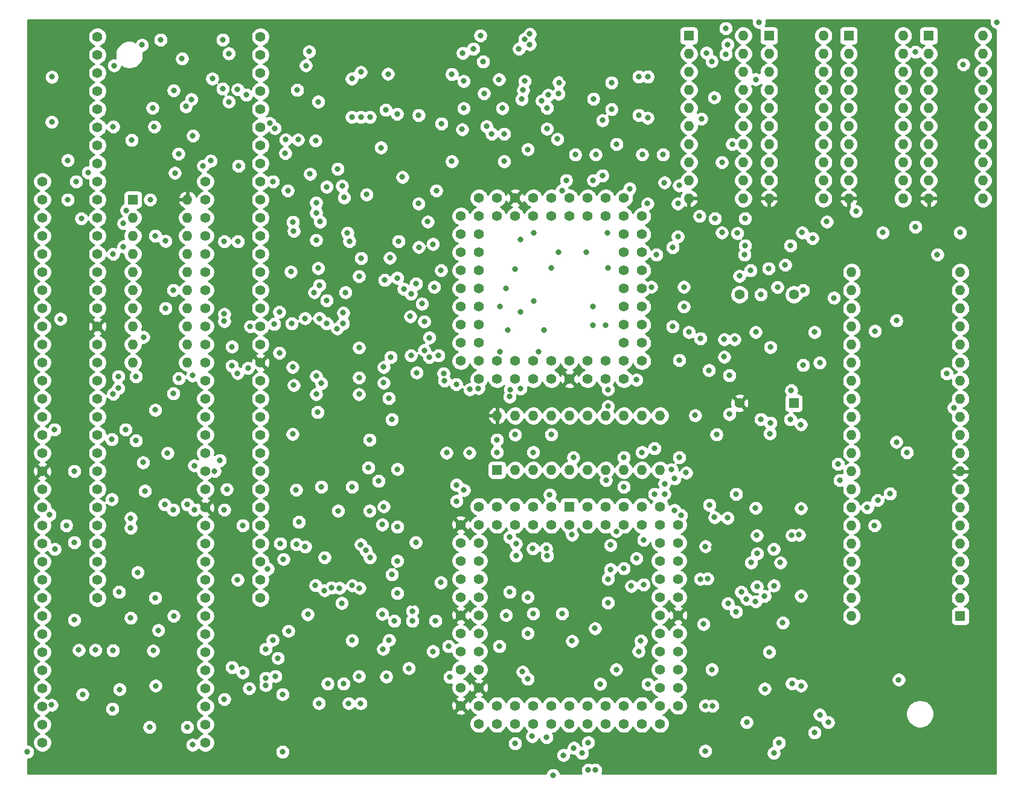
<source format=gbr>
%TF.GenerationSoftware,KiCad,Pcbnew,(5.1.12)-1*%
%TF.CreationDate,2022-10-26T16:15:56+02:00*%
%TF.ProjectId,dueottosei,6475656f-7474-46f7-9365-692e6b696361,rev?*%
%TF.SameCoordinates,Original*%
%TF.FileFunction,Copper,L2,Inr*%
%TF.FilePolarity,Positive*%
%FSLAX46Y46*%
G04 Gerber Fmt 4.6, Leading zero omitted, Abs format (unit mm)*
G04 Created by KiCad (PCBNEW (5.1.12)-1) date 2022-10-26 16:15:56*
%MOMM*%
%LPD*%
G01*
G04 APERTURE LIST*
%TA.AperFunction,ComponentPad*%
%ADD10R,1.400000X1.400000*%
%TD*%
%TA.AperFunction,ComponentPad*%
%ADD11O,1.400000X1.400000*%
%TD*%
%TA.AperFunction,ComponentPad*%
%ADD12C,1.422400*%
%TD*%
%TA.AperFunction,ComponentPad*%
%ADD13C,1.400000*%
%TD*%
%TA.AperFunction,ComponentPad*%
%ADD14R,1.422400X1.422400*%
%TD*%
%TA.AperFunction,ViaPad*%
%ADD15C,0.800000*%
%TD*%
%TA.AperFunction,Conductor*%
%ADD16C,0.254000*%
%TD*%
%TA.AperFunction,Conductor*%
%ADD17C,0.100000*%
%TD*%
G04 APERTURE END LIST*
D10*
%TO.N,Net-(U14-Pad1)*%
%TO.C,U14*%
X214890000Y-121820000D03*
D11*
%TO.N,6_D2*%
X199650000Y-73560000D03*
%TO.N,Net-(U14-Pad2)*%
X214890000Y-119280000D03*
%TO.N,6_D1*%
X199650000Y-76100000D03*
%TO.N,Net-(U14-Pad3)*%
X214890000Y-116740000D03*
%TO.N,6_D0*%
X199650000Y-78640000D03*
%TO.N,Net-(U14-Pad4)*%
X214890000Y-114200000D03*
%TO.N,6_PEREQ*%
X199650000Y-81180000D03*
%TO.N,6_D15*%
X214890000Y-111660000D03*
%TO.N,7_~BUSY*%
X199650000Y-83720000D03*
%TO.N,6_D14*%
X214890000Y-109120000D03*
%TO.N,7_~ERROR*%
X199650000Y-86260000D03*
%TO.N,6_D13*%
X214890000Y-106580000D03*
%TO.N,7_~NPRD*%
X199650000Y-88800000D03*
%TO.N,6_D12*%
X214890000Y-104040000D03*
%TO.N,7_~NPWR*%
X199650000Y-91340000D03*
%TO.N,VCC*%
X214890000Y-101500000D03*
%TO.N,Z_A1*%
X199650000Y-93880000D03*
%TO.N,GND*%
X214890000Y-98960000D03*
X199650000Y-96420000D03*
%TO.N,6_D11*%
X214890000Y-96420000D03*
%TO.N,Z_A2*%
X199650000Y-98960000D03*
%TO.N,6_D10*%
X214890000Y-93880000D03*
%TO.N,Net-(Q1-Pad8)*%
X199650000Y-101500000D03*
%TO.N,Net-(U14-Pad13)*%
X214890000Y-91340000D03*
%TO.N,7_NPS2*%
X199650000Y-104040000D03*
%TO.N,6_D9*%
X214890000Y-88800000D03*
%TO.N,7_~NPS1*%
X199650000Y-106580000D03*
%TO.N,6_D8*%
X214890000Y-86260000D03*
%TO.N,7_RESET*%
X199650000Y-109120000D03*
%TO.N,6_D7*%
X214890000Y-83720000D03*
%TO.N,6_~PEACK*%
X199650000Y-111660000D03*
%TO.N,6_D6*%
X214890000Y-81180000D03*
%TO.N,Net-(U14-Pad37)*%
X199650000Y-114200000D03*
%TO.N,6_D5*%
X214890000Y-78640000D03*
%TO.N,Net-(U14-Pad38)*%
X199650000Y-116740000D03*
%TO.N,6_D4*%
X214890000Y-76100000D03*
%TO.N,GND*%
X199650000Y-119280000D03*
%TO.N,6_D3*%
X214890000Y-73560000D03*
%TO.N,Net-(U14-Pad40)*%
X199650000Y-121820000D03*
%TD*%
D12*
%TO.N,6_PEREQ*%
%TO.C,U13*%
X157550000Y-86010000D03*
%TO.N,6_~READY*%
X160090000Y-86010000D03*
%TO.N,6_HDLA*%
X162630000Y-86010000D03*
%TO.N,6_M\u005C~IO*%
X165170000Y-86010000D03*
%TO.N,GND*%
X155010000Y-86010000D03*
%TO.N,6_INTR*%
X152470000Y-86010000D03*
%TO.N,Net-(U13-Pad55)*%
X149930000Y-86010000D03*
%TO.N,Net-(R15-Pad2)*%
X147390000Y-86010000D03*
%TO.N,GND*%
X157550000Y-88550000D03*
%TO.N,VCC*%
X160090000Y-88550000D03*
%TO.N,6_HOLD*%
X162630000Y-88550000D03*
%TO.N,6_COD\u005C~INTA*%
X165170000Y-88550000D03*
%TO.N,Net-(U13-Pad68)*%
X167710000Y-88550000D03*
%TO.N,Net-(U13-Pad58)*%
X155010000Y-88550000D03*
%TO.N,Net-(U13-Pad56)*%
X152470000Y-88550000D03*
%TO.N,6_~BUSY*%
X149930000Y-88550000D03*
%TO.N,Net-(U13-Pad2)*%
X167710000Y-86010000D03*
%TO.N,6_~S1*%
X167710000Y-83470000D03*
%TO.N,6_~PEACK*%
X167710000Y-80930000D03*
%TO.N,6_A22*%
X167710000Y-78390000D03*
%TO.N,6_A21*%
X167710000Y-75850000D03*
%TO.N,6_A19*%
X167710000Y-73310000D03*
%TO.N,6_A17*%
X167710000Y-70770000D03*
%TO.N,6_A15*%
X167710000Y-68230000D03*
%TO.N,6_~BHE*%
X170250000Y-86010000D03*
%TO.N,Net-(U13-Pad3)*%
X170250000Y-83470000D03*
%TO.N,6_~S0*%
X170250000Y-80930000D03*
%TO.N,6_A23*%
X170250000Y-78390000D03*
%TO.N,GND*%
X170250000Y-75850000D03*
%TO.N,6_A20*%
X170250000Y-73310000D03*
%TO.N,6_A18*%
X170250000Y-70770000D03*
%TO.N,6_A16*%
X170250000Y-68230000D03*
%TO.N,6_A14*%
X170250000Y-65690000D03*
%TO.N,6_A12*%
X167710000Y-65690000D03*
%TO.N,6_A10*%
X165170000Y-65690000D03*
%TO.N,6_A8*%
X162630000Y-65690000D03*
%TO.N,6_A6*%
X160090000Y-65690000D03*
%TO.N,6_A4*%
X157550000Y-65690000D03*
%TO.N,6_RESET*%
X155010000Y-65690000D03*
%TO.N,Net-(Q1-Pad8)*%
X152470000Y-65690000D03*
%TO.N,6_A1*%
X149930000Y-65690000D03*
%TO.N,GND*%
X144850000Y-65690000D03*
%TO.N,6_A13*%
X167710000Y-63150000D03*
%TO.N,6_A11*%
X165170000Y-63150000D03*
%TO.N,6_A9*%
X162630000Y-63150000D03*
%TO.N,6_A7*%
X160090000Y-63150000D03*
%TO.N,6_A5*%
X157550000Y-63150000D03*
%TO.N,6_A3*%
X155010000Y-63150000D03*
%TO.N,VCC*%
X152470000Y-63150000D03*
%TO.N,6_A2*%
X149930000Y-63150000D03*
%TO.N,6_A0*%
X147390000Y-63150000D03*
%TO.N,6_D0*%
X147390000Y-65690000D03*
%TO.N,6_D1*%
X147390000Y-68230000D03*
%TO.N,6_D2*%
X147390000Y-70770000D03*
%TO.N,6_D3*%
X147390000Y-73310000D03*
%TO.N,6_D4*%
X147390000Y-75850000D03*
%TO.N,6_D5*%
X147390000Y-78390000D03*
%TO.N,6_D6*%
X147390000Y-80930000D03*
%TO.N,6_D7*%
X147390000Y-83470000D03*
%TO.N,Net-(C17-Pad1)*%
X147390000Y-88550000D03*
%TO.N,6_D8*%
X144850000Y-68230000D03*
%TO.N,6_D9*%
X144850000Y-70770000D03*
%TO.N,6_D10*%
X144850000Y-73310000D03*
%TO.N,6_D11*%
X144850000Y-75850000D03*
%TO.N,6_D12*%
X144850000Y-78390000D03*
%TO.N,6_D13*%
X144850000Y-80930000D03*
%TO.N,6_D14*%
X144850000Y-83470000D03*
%TO.N,6_D15*%
X144850000Y-86010000D03*
%TD*%
D13*
%TO.N,Z_D4*%
%TO.C,J1*%
X109020000Y-139580000D03*
%TO.N,Z_D3*%
X109020000Y-137040000D03*
%TO.N,Z_D2*%
X109020000Y-134500000D03*
%TO.N,Z_D1*%
X109020000Y-131960000D03*
%TO.N,Z_D0*%
X109020000Y-129420000D03*
%TO.N,Z_~AS*%
X109020000Y-126880000D03*
%TO.N,Z_~UDS*%
X109020000Y-124340000D03*
%TO.N,Z_~LDS*%
X109020000Y-121800000D03*
%TO.N,Z_R~W*%
X109020000Y-119260000D03*
%TO.N,Z_~DTACK*%
X109020000Y-116720000D03*
%TO.N,Z_~BG*%
X109020000Y-114180000D03*
%TO.N,Z_~BGACK*%
X109020000Y-111640000D03*
%TO.N,Z_~BR*%
X109020000Y-109100000D03*
%TO.N,VCC*%
X109020000Y-106560000D03*
%TO.N,Z_CLK*%
X109020000Y-104020000D03*
%TO.N,GND*%
X109020000Y-101480000D03*
%TO.N,Z_~HALT*%
X109020000Y-98940000D03*
%TO.N,Z_~RESET*%
X109020000Y-96400000D03*
%TO.N,Z_~VMA*%
X109020000Y-93860000D03*
%TO.N,Z_E*%
X109020000Y-91320000D03*
%TO.N,Z_~VPA*%
X109020000Y-88780000D03*
%TO.N,Z_~BERR*%
X109020000Y-86240000D03*
%TO.N,Z_~IPL2*%
X109020000Y-83700000D03*
%TO.N,Z_~IPL1*%
X109020000Y-81160000D03*
%TO.N,Z_~IPL0*%
X109020000Y-78620000D03*
%TO.N,Z_FC2*%
X109020000Y-76080000D03*
%TO.N,Z_FC1*%
X109020000Y-73540000D03*
%TO.N,Z_FC0*%
X109020000Y-71000000D03*
%TO.N,Z_A1*%
X109020000Y-68460000D03*
%TO.N,Z_A2*%
X109020000Y-65920000D03*
%TO.N,Z_A3*%
X109020000Y-63380000D03*
%TO.N,Z_A4*%
X109020000Y-60840000D03*
%TO.N,Z_A5*%
X86160000Y-60840000D03*
%TO.N,Z_A6*%
X86160000Y-63380000D03*
%TO.N,Z_A7*%
X86160000Y-65920000D03*
%TO.N,Z_A8*%
X86160000Y-68460000D03*
%TO.N,Z_A9*%
X86160000Y-71000000D03*
%TO.N,Z_A10*%
X86160000Y-73540000D03*
%TO.N,Z_A11*%
X86160000Y-76080000D03*
%TO.N,Z_A12*%
X86160000Y-78620000D03*
%TO.N,Z_A13*%
X86160000Y-81160000D03*
%TO.N,Z_A14*%
X86160000Y-83700000D03*
%TO.N,Z_A15*%
X86160000Y-86240000D03*
%TO.N,Z_A16*%
X86160000Y-88780000D03*
%TO.N,Z_A17*%
X86160000Y-91320000D03*
%TO.N,Z_A18*%
X86160000Y-93860000D03*
%TO.N,Z_A19*%
X86160000Y-96400000D03*
%TO.N,Z_A20*%
X86160000Y-98940000D03*
%TO.N,VCC*%
X86160000Y-101480000D03*
%TO.N,Z_A21*%
X86160000Y-104020000D03*
%TO.N,Z_A22*%
X86160000Y-106560000D03*
%TO.N,Z_A23*%
X86160000Y-109100000D03*
%TO.N,GND*%
X86160000Y-111640000D03*
%TO.N,Z_D15*%
X86160000Y-114180000D03*
%TO.N,Z_D14*%
X86160000Y-116720000D03*
%TO.N,Z_D13*%
X86160000Y-119260000D03*
%TO.N,Z_D12*%
X86160000Y-121800000D03*
%TO.N,Z_D11*%
X86160000Y-124340000D03*
%TO.N,Z_D10*%
X86160000Y-126880000D03*
%TO.N,Z_D9*%
X86160000Y-129420000D03*
%TO.N,Z_D8*%
X86160000Y-131960000D03*
%TO.N,Z_D7*%
X86160000Y-134500000D03*
%TO.N,Z_D6*%
X86160000Y-137040000D03*
%TO.N,Z_D5*%
X86160000Y-139580000D03*
%TD*%
%TO.N,Z_D5*%
%TO.C,J2*%
X93890000Y-119250000D03*
%TO.N,Z_D6*%
X93890000Y-116710000D03*
%TO.N,Z_D7*%
X93890000Y-114170000D03*
%TO.N,Z_D8*%
X93890000Y-111630000D03*
%TO.N,Z_D9*%
X93890000Y-109090000D03*
%TO.N,Z_D10*%
X93890000Y-106550000D03*
%TO.N,Z_D11*%
X93890000Y-104010000D03*
%TO.N,Z_D12*%
X93890000Y-101470000D03*
%TO.N,Z_D13*%
X93890000Y-98930000D03*
%TO.N,Z_D14*%
X93890000Y-96390000D03*
%TO.N,Z_D15*%
X93890000Y-93850000D03*
%TO.N,GND*%
X93890000Y-91310000D03*
%TO.N,Z_A23*%
X93890000Y-88770000D03*
%TO.N,Z_A22*%
X93890000Y-86230000D03*
%TO.N,Z_A21*%
X93890000Y-83690000D03*
%TO.N,VCC*%
X93890000Y-81150000D03*
%TO.N,Z_A20*%
X93890000Y-78610000D03*
%TO.N,Z_A19*%
X93890000Y-76070000D03*
%TO.N,Z_A18*%
X93890000Y-73530000D03*
%TO.N,Z_A17*%
X93890000Y-70990000D03*
%TO.N,Z_A16*%
X93890000Y-68450000D03*
%TO.N,Z_A15*%
X93890000Y-65910000D03*
%TO.N,Z_A14*%
X93890000Y-63370000D03*
%TO.N,Z_A13*%
X93890000Y-60830000D03*
%TO.N,Z_A12*%
X93890000Y-58290000D03*
%TO.N,Z_A11*%
X93890000Y-55750000D03*
%TO.N,Z_A10*%
X93890000Y-53210000D03*
%TO.N,Z_A9*%
X93890000Y-50670000D03*
%TO.N,Z_A8*%
X93890000Y-48130000D03*
%TO.N,Z_A7*%
X93890000Y-45590000D03*
%TO.N,Z_A6*%
X93890000Y-43050000D03*
%TO.N,Z_A5*%
X93890000Y-40510000D03*
%TO.N,Z_A4*%
X116750000Y-40510000D03*
%TO.N,Z_A3*%
X116750000Y-43050000D03*
%TO.N,Z_A2*%
X116750000Y-45590000D03*
%TO.N,Z_A1*%
X116750000Y-48130000D03*
%TO.N,Z_FC0*%
X116750000Y-50670000D03*
%TO.N,Z_FC1*%
X116750000Y-53210000D03*
%TO.N,Z_FC2*%
X116750000Y-55750000D03*
%TO.N,Z_~IPL0*%
X116750000Y-58290000D03*
%TO.N,Z_~IPL1*%
X116750000Y-60830000D03*
%TO.N,Z_~IPL2*%
X116750000Y-63370000D03*
%TO.N,Z_~BERR*%
X116750000Y-65910000D03*
%TO.N,Z_~VPA*%
X116750000Y-68450000D03*
%TO.N,Z_E*%
X116750000Y-70990000D03*
%TO.N,Z_~VMA*%
X116750000Y-73530000D03*
%TO.N,Z_~RESET*%
X116750000Y-76070000D03*
%TO.N,Z_~HALT*%
X116750000Y-78610000D03*
%TO.N,GND*%
X116750000Y-81150000D03*
%TO.N,Z_CLK*%
X116750000Y-83690000D03*
%TO.N,VCC*%
X116750000Y-86230000D03*
%TO.N,M_~BR*%
X116750000Y-88770000D03*
%TO.N,M_~BGACK*%
X116750000Y-91310000D03*
%TO.N,M_~BG*%
X116750000Y-93850000D03*
%TO.N,M_~DTACK*%
X116750000Y-96390000D03*
%TO.N,Z_R~W*%
X116750000Y-98930000D03*
%TO.N,M_~LDS*%
X116750000Y-101470000D03*
%TO.N,M_~UDS*%
X116750000Y-104010000D03*
%TO.N,M_~AS*%
X116750000Y-106550000D03*
%TO.N,Z_D0*%
X116750000Y-109090000D03*
%TO.N,Z_D1*%
X116750000Y-111630000D03*
%TO.N,Z_D2*%
X116750000Y-114170000D03*
%TO.N,Z_D3*%
X116750000Y-116710000D03*
%TO.N,Z_D4*%
X116750000Y-119250000D03*
%TD*%
D10*
%TO.N,Net-(Q1-Pad1)*%
%TO.C,Q1*%
X191540000Y-91930000D03*
D13*
%TO.N,VCC*%
X183920000Y-91930000D03*
%TO.N,Net-(Q1-Pad8)*%
X183920000Y-76690000D03*
%TO.N,GND*%
X191540000Y-76690000D03*
%TD*%
D11*
%TO.N,VCC*%
%TO.C,U22*%
X149930000Y-93680000D03*
%TO.N,GND*%
X172790000Y-101300000D03*
%TO.N,7_NPS2*%
X152470000Y-93680000D03*
%TO.N,Z_A1*%
X170250000Y-101300000D03*
%TO.N,Z_D4*%
X155010000Y-93680000D03*
%TO.N,Z_R~W*%
X167710000Y-101300000D03*
%TO.N,6_D1*%
X157550000Y-93680000D03*
%TO.N,P19*%
X165170000Y-101300000D03*
%TO.N,6_D0*%
X160090000Y-93680000D03*
%TO.N,P61*%
X162630000Y-101300000D03*
%TO.N,Net-(U22-Pad15)*%
X162630000Y-93680000D03*
%TO.N,Z_~VPA*%
X160090000Y-101300000D03*
%TO.N,P53*%
X165170000Y-93680000D03*
%TO.N,Z_A15*%
X157550000Y-101300000D03*
%TO.N,P47*%
X167710000Y-93680000D03*
%TO.N,Z_A7*%
X155010000Y-101300000D03*
%TO.N,CLK*%
X170250000Y-93680000D03*
%TO.N,Z_A6*%
X152470000Y-101300000D03*
%TO.N,P53*%
X172790000Y-93680000D03*
D10*
%TO.N,P45*%
X149930000Y-101300000D03*
%TD*%
%TO.N,6_D4*%
%TO.C,U31*%
X210450000Y-40360000D03*
D11*
%TO.N,Net-(R35-Pad2)*%
X218070000Y-63220000D03*
%TO.N,6_D5*%
X210450000Y-42900000D03*
%TO.N,Net-(R36-Pad2)*%
X218070000Y-60680000D03*
%TO.N,Z_R~W*%
X210450000Y-45440000D03*
%TO.N,Net-(R37-Pad2)*%
X218070000Y-58140000D03*
%TO.N,Net-(R311-Pad2)*%
X210450000Y-47980000D03*
%TO.N,Net-(R38-Pad2)*%
X218070000Y-55600000D03*
%TO.N,Net-(U31-Pad5)*%
X210450000Y-50520000D03*
%TO.N,Net-(R39-Pad2)*%
X218070000Y-53060000D03*
%TO.N,Net-(R31-Pad1)*%
X210450000Y-53060000D03*
%TO.N,GND*%
X218070000Y-50520000D03*
%TO.N,Net-(R32-Pad1)*%
X210450000Y-55600000D03*
%TO.N,Net-(R312-Pad2)*%
X218070000Y-47980000D03*
%TO.N,Net-(R33-Pad1)*%
X210450000Y-58140000D03*
%TO.N,6_D6*%
X218070000Y-45440000D03*
%TO.N,Net-(R34-Pad1)*%
X210450000Y-60680000D03*
%TO.N,6_D7*%
X218070000Y-42900000D03*
%TO.N,VCC*%
X210450000Y-63220000D03*
%TO.N,GND*%
X218070000Y-40360000D03*
%TD*%
%TO.N,GND*%
%TO.C,U32*%
X206850000Y-40360000D03*
%TO.N,VCC*%
X199230000Y-63220000D03*
%TO.N,6_D3*%
X206850000Y-42900000D03*
%TO.N,Net-(R34-Pad1)*%
X199230000Y-60680000D03*
%TO.N,6_D2*%
X206850000Y-45440000D03*
%TO.N,Net-(R33-Pad1)*%
X199230000Y-58140000D03*
%TO.N,Net-(R312-Pad2)*%
X206850000Y-47980000D03*
%TO.N,Net-(R32-Pad1)*%
X199230000Y-55600000D03*
%TO.N,GND*%
X206850000Y-50520000D03*
%TO.N,Net-(R31-Pad1)*%
X199230000Y-53060000D03*
%TO.N,Net-(R39-Pad2)*%
X206850000Y-53060000D03*
%TO.N,Net-(U32-Pad5)*%
X199230000Y-50520000D03*
%TO.N,Net-(R38-Pad2)*%
X206850000Y-55600000D03*
%TO.N,Net-(R311-Pad2)*%
X199230000Y-47980000D03*
%TO.N,Net-(R37-Pad2)*%
X206850000Y-58140000D03*
%TO.N,Z_R~W*%
X199230000Y-45440000D03*
%TO.N,Net-(R36-Pad2)*%
X206850000Y-60680000D03*
%TO.N,6_D1*%
X199230000Y-42900000D03*
%TO.N,Net-(R35-Pad2)*%
X206850000Y-63220000D03*
D10*
%TO.N,6_D0*%
X199230000Y-40360000D03*
%TD*%
%TO.N,6_D12*%
%TO.C,U33*%
X188060000Y-40360000D03*
D11*
%TO.N,Net-(R35-Pad2)*%
X195680000Y-63220000D03*
%TO.N,6_D13*%
X188060000Y-42900000D03*
%TO.N,Net-(R36-Pad2)*%
X195680000Y-60680000D03*
%TO.N,Z_R~W*%
X188060000Y-45440000D03*
%TO.N,Net-(R37-Pad2)*%
X195680000Y-58140000D03*
%TO.N,Net-(R311-Pad2)*%
X188060000Y-47980000D03*
%TO.N,Net-(R38-Pad2)*%
X195680000Y-55600000D03*
%TO.N,Net-(U33-Pad5)*%
X188060000Y-50520000D03*
%TO.N,Net-(R39-Pad2)*%
X195680000Y-53060000D03*
%TO.N,Net-(R31-Pad1)*%
X188060000Y-53060000D03*
%TO.N,GND*%
X195680000Y-50520000D03*
%TO.N,Net-(R32-Pad1)*%
X188060000Y-55600000D03*
%TO.N,Net-(R313-Pad2)*%
X195680000Y-47980000D03*
%TO.N,Net-(R33-Pad1)*%
X188060000Y-58140000D03*
%TO.N,6_D14*%
X195680000Y-45440000D03*
%TO.N,Net-(R34-Pad1)*%
X188060000Y-60680000D03*
%TO.N,6_D15*%
X195680000Y-42900000D03*
%TO.N,VCC*%
X188060000Y-63220000D03*
%TO.N,GND*%
X195680000Y-40360000D03*
%TD*%
%TO.N,GND*%
%TO.C,U34*%
X184450000Y-40360000D03*
%TO.N,VCC*%
X176830000Y-63220000D03*
%TO.N,6_D11*%
X184450000Y-42900000D03*
%TO.N,Net-(R34-Pad1)*%
X176830000Y-60680000D03*
%TO.N,6_D10*%
X184450000Y-45440000D03*
%TO.N,Net-(R33-Pad1)*%
X176830000Y-58140000D03*
%TO.N,Net-(R313-Pad2)*%
X184450000Y-47980000D03*
%TO.N,Net-(R32-Pad1)*%
X176830000Y-55600000D03*
%TO.N,GND*%
X184450000Y-50520000D03*
%TO.N,Net-(R31-Pad1)*%
X176830000Y-53060000D03*
%TO.N,Net-(R39-Pad2)*%
X184450000Y-53060000D03*
%TO.N,Net-(U34-Pad5)*%
X176830000Y-50520000D03*
%TO.N,Net-(R38-Pad2)*%
X184450000Y-55600000D03*
%TO.N,Net-(R311-Pad2)*%
X176830000Y-47980000D03*
%TO.N,Net-(R37-Pad2)*%
X184450000Y-58140000D03*
%TO.N,Z_R~W*%
X176830000Y-45440000D03*
%TO.N,Net-(R36-Pad2)*%
X184450000Y-60680000D03*
%TO.N,6_D9*%
X176830000Y-42900000D03*
%TO.N,Net-(R35-Pad2)*%
X184450000Y-63220000D03*
D10*
%TO.N,6_D8*%
X176830000Y-40360000D03*
%TD*%
D12*
%TO.N,Z_R~W*%
%TO.C,U41*%
X160080000Y-108990000D03*
%TO.N,Z_A16*%
X157540000Y-108990000D03*
%TO.N,6_~S0*%
X155000000Y-108990000D03*
%TO.N,M_~AS*%
X152460000Y-108990000D03*
%TO.N,M_~LDS*%
X149920000Y-108990000D03*
%TO.N,6_A17*%
X162620000Y-108990000D03*
%TO.N,6_A18*%
X165160000Y-108990000D03*
%TO.N,6_A19*%
X167700000Y-108990000D03*
%TO.N,Z_A20*%
X170240000Y-108990000D03*
%TO.N,Z_A22*%
X172780000Y-108990000D03*
%TO.N,CLK*%
X175320000Y-108990000D03*
D14*
%TO.N,GND*%
X160080000Y-106450000D03*
D12*
%TO.N,M_~UDS*%
X157540000Y-106450000D03*
%TO.N,6_A16*%
X155000000Y-106450000D03*
%TO.N,Z_FC1*%
X152460000Y-106450000D03*
%TO.N,P9*%
X149920000Y-106450000D03*
%TO.N,GCLK*%
X147380000Y-106450000D03*
%TO.N,Z_A17*%
X162620000Y-106450000D03*
%TO.N,Z_A18*%
X165160000Y-106450000D03*
%TO.N,Z_A19*%
X167700000Y-106450000D03*
%TO.N,Z_A21*%
X170240000Y-106450000D03*
%TO.N,Z_A23*%
X172780000Y-106450000D03*
%TO.N,6_D2*%
X147380000Y-108990000D03*
%TO.N,6_~S1*%
X147380000Y-111530000D03*
%TO.N,Z_A1*%
X147380000Y-114070000D03*
%TO.N,P19*%
X147380000Y-116610000D03*
%TO.N,6_RESET*%
X147380000Y-119150000D03*
%TO.N,6_D5*%
X147380000Y-121690000D03*
%TO.N,6_D1*%
X147380000Y-124230000D03*
%TO.N,P27*%
X147380000Y-126770000D03*
%TO.N,P29*%
X147380000Y-129310000D03*
%TO.N,VCC*%
X147380000Y-131850000D03*
X144840000Y-108990000D03*
%TO.N,6_D4*%
X144840000Y-111530000D03*
%TO.N,6_D7*%
X144840000Y-114070000D03*
%TO.N,6_~BHE*%
X144840000Y-116610000D03*
%TO.N,6_D0*%
X144840000Y-119150000D03*
%TO.N,VCC*%
X144840000Y-121690000D03*
%TO.N,P24*%
X144840000Y-124230000D03*
%TO.N,6_D6*%
X144840000Y-126770000D03*
%TO.N,6_D3*%
X144840000Y-129310000D03*
%TO.N,P30*%
X144840000Y-131850000D03*
%TO.N,VCC*%
X144840000Y-134390000D03*
%TO.N,6_HOLD*%
X147380000Y-134390000D03*
%TO.N,LDC*%
X149920000Y-134390000D03*
%TO.N,P38*%
X152460000Y-134390000D03*
%TO.N,6_~READY*%
X155000000Y-134390000D03*
%TO.N,P42*%
X157540000Y-134390000D03*
%TO.N,Z_~IPL2*%
X160080000Y-134390000D03*
%TO.N,P46*%
X162620000Y-134390000D03*
%TO.N,P48*%
X165160000Y-134390000D03*
%TO.N,CLK*%
X167700000Y-134390000D03*
%TO.N,7_~ERROR*%
X170240000Y-134390000D03*
%TO.N,M2*%
X147380000Y-136930000D03*
%TO.N,7_~NPS1*%
X149920000Y-136930000D03*
%TO.N,M_~DTACK*%
X152460000Y-136930000D03*
%TO.N,P39*%
X155000000Y-136930000D03*
%TO.N,6_COD\u005C~INTA*%
X157540000Y-136930000D03*
%TO.N,GND*%
X160080000Y-136930000D03*
%TO.N,P45*%
X162620000Y-136930000D03*
%TO.N,P47*%
X165160000Y-136930000D03*
%TO.N,Z_R~W*%
X167700000Y-136930000D03*
%TO.N,7_RESET*%
X170240000Y-136930000D03*
%TO.N,P53*%
X172780000Y-136930000D03*
%TO.N,7_NPS2*%
X172780000Y-134390000D03*
%TO.N,7_~BUSY*%
X172780000Y-131850000D03*
%TO.N,6_HDLA*%
X172780000Y-129310000D03*
%TO.N,P61*%
X172780000Y-126770000D03*
%TO.N,6_M\u005C~IO*%
X172780000Y-124230000D03*
%TO.N,P65*%
X172780000Y-121690000D03*
%TO.N,P67*%
X172780000Y-119150000D03*
%TO.N,6_A21*%
X172780000Y-116610000D03*
%TO.N,P71*%
X172780000Y-114070000D03*
%TO.N,6_INTR*%
X172780000Y-111530000D03*
%TO.N,Z_~RESET*%
X175320000Y-134390000D03*
%TO.N,P56*%
X175320000Y-131850000D03*
%TO.N,6_D11*%
X175320000Y-129310000D03*
%TO.N,6_~BUSY*%
X175320000Y-126770000D03*
%TO.N,6_D9*%
X175320000Y-124230000D03*
%TO.N,VCC*%
X175320000Y-121690000D03*
%TO.N,6_A23*%
X175320000Y-119150000D03*
%TO.N,6_D10*%
X175320000Y-116610000D03*
%TO.N,6_A22*%
X175320000Y-114070000D03*
%TO.N,6_D8*%
X175320000Y-111530000D03*
%TD*%
D10*
%TO.N,P29*%
%TO.C,U44*%
X98870000Y-63380000D03*
D11*
%TO.N,Z_~BGACK*%
X106490000Y-86240000D03*
%TO.N,Z_A3*%
X98870000Y-65920000D03*
%TO.N,7_~NPS1*%
X106490000Y-83700000D03*
%TO.N,Z_R~W*%
X98870000Y-68460000D03*
%TO.N,7_~NPWR*%
X106490000Y-81160000D03*
%TO.N,Z_A5*%
X98870000Y-71000000D03*
%TO.N,7_~NPRD*%
X106490000Y-78620000D03*
%TO.N,Z_A6*%
X98870000Y-73540000D03*
%TO.N,M_~BGACK*%
X106490000Y-76080000D03*
%TO.N,Z_A7*%
X98870000Y-76080000D03*
%TO.N,M_~BR*%
X106490000Y-73540000D03*
%TO.N,Z_A8*%
X98870000Y-78620000D03*
%TO.N,P46*%
X106490000Y-71000000D03*
%TO.N,Z_A9*%
X98870000Y-81160000D03*
%TO.N,Z_~BR*%
X106490000Y-68460000D03*
%TO.N,P9*%
X98870000Y-83700000D03*
%TO.N,Net-(U37-Pad2)*%
X106490000Y-65920000D03*
%TO.N,GND*%
X98870000Y-86240000D03*
%TO.N,VCC*%
X106490000Y-63380000D03*
%TD*%
D15*
%TO.N,VCC*%
X91790000Y-129221100D03*
X87490000Y-43730000D03*
X106640000Y-48020000D03*
X124480000Y-45710000D03*
X130500000Y-63980000D03*
X138960000Y-73280000D03*
X140050000Y-87150000D03*
X146090000Y-92760000D03*
X142358000Y-103342000D03*
X121750000Y-100950000D03*
X124650000Y-101500000D03*
X124460000Y-112090000D03*
X121800000Y-114900000D03*
X103310000Y-100260000D03*
X103300000Y-112850000D03*
X94440000Y-130190000D03*
X102962000Y-139238000D03*
X123750000Y-136700000D03*
X135900000Y-125950000D03*
X130400000Y-122650000D03*
X138040000Y-120060000D03*
X184950000Y-130190000D03*
X184900000Y-105240000D03*
X191300000Y-105140000D03*
X208500000Y-102200000D03*
X196500000Y-97750000D03*
X210500000Y-81800000D03*
X211900000Y-68000000D03*
X200750000Y-68000000D03*
X189400000Y-68000000D03*
X178050000Y-68000000D03*
X152400000Y-60350000D03*
X157938000Y-60412500D03*
X159600000Y-46400000D03*
X150100000Y-44200000D03*
X130550000Y-81800000D03*
X180350000Y-124690000D03*
X182200000Y-116990000D03*
X184900000Y-117440000D03*
X180300000Y-112140000D03*
X175450000Y-89300000D03*
X208500000Y-130800000D03*
%TO.N,GND*%
X158591100Y-46925000D03*
X205919000Y-97395000D03*
X87490000Y-46160000D03*
X182300000Y-120040000D03*
X206250000Y-130750000D03*
X192550000Y-131590000D03*
X192550000Y-118990000D03*
X188750000Y-117540000D03*
X192550000Y-106690000D03*
X182250000Y-108040000D03*
X214850000Y-68000000D03*
X204000000Y-68000000D03*
X192700000Y-68000000D03*
X181450000Y-68000000D03*
X207400000Y-98850000D03*
X171050000Y-51900000D03*
X157100000Y-48700000D03*
X150200000Y-46500000D03*
X147600000Y-40350000D03*
X148450000Y-53100000D03*
X135900000Y-51350000D03*
X121900000Y-48000000D03*
X128200000Y-61450000D03*
X138950000Y-70050000D03*
X125000000Y-75400000D03*
X128350000Y-79250000D03*
X124750000Y-93200000D03*
X121750000Y-104100000D03*
X133300000Y-102850000D03*
X121800000Y-111750000D03*
X132100000Y-113600000D03*
X128150000Y-120000000D03*
X142040000Y-117110000D03*
X124950000Y-134050000D03*
X102050000Y-131600000D03*
X91800000Y-132800000D03*
X105250000Y-56950000D03*
X107050000Y-49300000D03*
X105750000Y-43600000D03*
X142850000Y-98900000D03*
X146050000Y-98900000D03*
X188190000Y-96210000D03*
%TO.N,Net-(C17-Pad1)*%
X142555000Y-88771500D03*
%TO.N,Z_D4*%
X124570100Y-88155000D03*
X135200300Y-115984400D03*
X135200300Y-94210200D03*
%TO.N,Z_D3*%
X121265000Y-86885000D03*
X113542700Y-87744900D03*
X113542700Y-116710000D03*
%TO.N,Z_D2*%
X119980000Y-113830000D03*
%TO.N,Z_D1*%
X115168000Y-131960000D03*
X119520000Y-111630000D03*
%TO.N,Z_D0*%
X119400400Y-84889900D03*
X114996300Y-87019800D03*
X114267800Y-129723900D03*
X114267800Y-109090000D03*
%TO.N,Z_~AS*%
X96980000Y-132099400D03*
%TO.N,Z_~UDS*%
X102436400Y-123807600D03*
%TO.N,Z_~LDS*%
X104573800Y-121800000D03*
%TO.N,Z_R~W*%
X176815500Y-81969800D03*
X175478100Y-99549800D03*
X101999700Y-68460000D03*
X103724900Y-98945000D03*
X194450300Y-138160900D03*
X194450300Y-81969800D03*
X186200200Y-81969800D03*
X111045200Y-99965100D03*
X186200200Y-46504800D03*
X167710000Y-99549800D03*
X160634900Y-99549800D03*
%TO.N,Z_~DTACK*%
X96919900Y-118435200D03*
%TO.N,Z_~BG*%
X132055000Y-107053500D03*
X127625100Y-107053500D03*
X123382000Y-121580400D03*
%TO.N,Z_~BGACK*%
X103310000Y-106164600D03*
X125730000Y-118224900D03*
X106490000Y-106164600D03*
%TO.N,Z_~BR*%
X107490100Y-106889700D03*
X104511100Y-106889700D03*
%TO.N,Z_CLK*%
X188740000Y-141044900D03*
X107221900Y-139880000D03*
X112034400Y-104020000D03*
%TO.N,Z_~HALT*%
X111670400Y-80434900D03*
%TO.N,Z_~RESET*%
X179129900Y-134390000D03*
X179129900Y-140749500D03*
X84050200Y-140880100D03*
X87871600Y-95639900D03*
%TO.N,Z_~VPA*%
X107461000Y-100690200D03*
%TO.N,Z_~BERR*%
X111670400Y-79434800D03*
%TO.N,Z_~IPL2*%
X112759500Y-128998800D03*
X112759500Y-86696400D03*
X112759500Y-84012300D03*
%TO.N,Z_~IPL1*%
X125730000Y-113589200D03*
X117775100Y-115195100D03*
X118500200Y-60830000D03*
X119400400Y-79142700D03*
X115317900Y-81160000D03*
%TO.N,Z_~IPL0*%
X118675300Y-80850000D03*
%TO.N,Z_FC2*%
X113570700Y-69239800D03*
X111670400Y-69239800D03*
%TO.N,Z_FC1*%
X151691400Y-91029600D03*
%TO.N,Z_A1*%
X183232400Y-82989800D03*
X181782200Y-82989800D03*
X180377700Y-49044800D03*
X158550200Y-48519400D03*
X156205100Y-49503900D03*
X182507300Y-93473900D03*
X180431900Y-107953700D03*
X153594500Y-48015000D03*
X109770100Y-57914600D03*
X174815200Y-102513300D03*
X118050100Y-52640500D03*
X174815200Y-106953600D03*
X129555000Y-51779900D03*
%TO.N,Z_A2*%
X154519700Y-41599900D03*
X182273900Y-41599900D03*
X120225400Y-56854900D03*
X145035800Y-53514400D03*
X130825000Y-51779900D03*
X118775200Y-53365600D03*
X121300700Y-66505000D03*
%TO.N,Z_A3*%
X145245400Y-50555000D03*
X120294100Y-54964600D03*
X122025000Y-54964600D03*
X121419900Y-67775000D03*
X134309900Y-50779800D03*
%TO.N,Z_A4*%
X113542700Y-47919700D03*
X145245400Y-46745000D03*
X134635000Y-45744900D03*
X120575600Y-62105000D03*
%TO.N,Z_A5*%
X130825000Y-45480100D03*
X110004600Y-46396800D03*
X90905000Y-60840000D03*
X121010000Y-73490000D03*
%TO.N,Z_A6*%
X111454800Y-47829100D03*
X111454800Y-40946000D03*
X102732900Y-40946000D03*
X152470000Y-96365100D03*
X125295200Y-89155100D03*
X124295100Y-76400100D03*
X128675100Y-76400100D03*
X129555000Y-46397700D03*
X87477000Y-52484900D03*
X89729800Y-57859800D03*
X89729800Y-63380000D03*
%TO.N,Z_A7*%
X155010000Y-98824700D03*
X149916400Y-98824700D03*
X149916400Y-97082200D03*
X99282700Y-97179800D03*
X99282700Y-88192400D03*
X96815400Y-88192400D03*
X130869900Y-71585000D03*
X97540500Y-69964900D03*
X123574900Y-42604900D03*
%TO.N,Z_A8*%
X160895000Y-57054000D03*
X128950100Y-68038900D03*
X101626100Y-50504800D03*
X103449900Y-78620000D03*
X92589900Y-59560000D03*
X91630100Y-66024800D03*
X103449900Y-69185100D03*
%TO.N,Z_A9*%
X164705000Y-60002200D03*
X128483300Y-63077600D03*
X88702600Y-80124900D03*
X127499900Y-81479400D03*
%TO.N,Z_A10*%
X165975000Y-50694700D03*
X153794600Y-40859200D03*
X96224800Y-44564900D03*
X153794600Y-46745000D03*
%TO.N,Z_A11*%
X169785000Y-51528600D03*
X138928900Y-51530000D03*
X124853500Y-49644900D03*
X112305000Y-49644900D03*
X112305000Y-42874900D03*
X150669400Y-50555000D03*
%TO.N,Z_A12*%
X148095600Y-48469700D03*
X169785000Y-46120100D03*
%TO.N,Z_A13*%
X165975000Y-46954900D03*
X147970600Y-44019900D03*
%TO.N,Z_A14*%
X164705000Y-52253700D03*
X100345200Y-82664900D03*
X97950700Y-64884900D03*
X104750000Y-59639800D03*
%TO.N,Z_A15*%
X157550000Y-96332400D03*
X180706900Y-96332400D03*
X179305300Y-42782400D03*
X107279400Y-54395000D03*
%TO.N,Z_A16*%
X101855400Y-53125000D03*
X96090300Y-53125000D03*
X164381400Y-131348000D03*
X205014900Y-104633700D03*
X161861100Y-141039000D03*
X163710000Y-143421200D03*
%TO.N,Z_A17*%
X96090300Y-70990000D03*
X96090300Y-90640100D03*
%TO.N,Z_A18*%
X132055000Y-97082200D03*
X131880000Y-100990600D03*
X165200000Y-102740000D03*
%TO.N,Z_A19*%
X95915200Y-97015100D03*
X167700000Y-103688500D03*
X144244400Y-103413500D03*
X144244400Y-105688700D03*
X95915200Y-105439500D03*
%TO.N,Z_A20*%
X160438900Y-110408300D03*
X160438900Y-125319800D03*
X133825200Y-121521100D03*
X133825200Y-108971700D03*
%TO.N,Z_A21*%
X172001400Y-104688600D03*
X172001400Y-98289800D03*
%TO.N,Z_A22*%
X165841600Y-111858500D03*
X165841600Y-115259300D03*
%TO.N,Z_A23*%
X166646400Y-109917200D03*
X166646400Y-129304800D03*
X162709900Y-139552500D03*
X162709900Y-143421200D03*
%TO.N,Z_D15*%
X119846500Y-132795000D03*
X87185100Y-107585100D03*
%TO.N,Z_D14*%
X117475100Y-131525000D03*
X87910200Y-112429800D03*
%TO.N,Z_D13*%
X87460100Y-134289700D03*
X118846500Y-130255000D03*
%TO.N,Z_D12*%
X117475100Y-130524900D03*
X96067200Y-126648400D03*
X90633400Y-101470000D03*
X90633400Y-111459800D03*
X90633400Y-122344900D03*
%TO.N,Z_D11*%
X119200300Y-127715000D03*
X98557600Y-109439700D03*
X98557600Y-122082400D03*
%TO.N,Z_D10*%
X117475100Y-126445000D03*
X93589900Y-126580000D03*
X91265000Y-126580000D03*
%TO.N,Z_D9*%
X118475200Y-125175000D03*
X89522000Y-109090000D03*
%TO.N,Z_D8*%
X120673400Y-123905000D03*
%TO.N,Z_D7*%
X123016100Y-112079000D03*
%TO.N,Z_D6*%
X124570100Y-90695000D03*
X96815400Y-89844800D03*
%TO.N,Z_D5*%
X121419900Y-89425000D03*
X101999700Y-92893700D03*
X101999700Y-119250000D03*
%TO.N,M_~BR*%
X107215100Y-88054900D03*
%TO.N,M_~BGACK*%
X104536600Y-90569900D03*
X104536600Y-76080000D03*
%TO.N,M_~BG*%
X121265000Y-96268900D03*
X125285100Y-103689400D03*
X129595200Y-103689400D03*
%TO.N,M_~DTACK*%
X97832500Y-95639900D03*
X152460000Y-139691500D03*
%TO.N,M_~LDS*%
X156859900Y-138827400D03*
X154221400Y-130638600D03*
X184165200Y-118424900D03*
X101201100Y-137400000D03*
X106474100Y-137400000D03*
X110320100Y-101470000D03*
X151691400Y-110733400D03*
X151691400Y-118424900D03*
%TO.N,M_~UDS*%
X100549500Y-104260000D03*
X186190000Y-106654300D03*
%TO.N,M_~AS*%
X111670400Y-133474900D03*
X111670400Y-106889700D03*
X96000000Y-134839700D03*
%TO.N,Net-(Q1-Pad8)*%
X184930000Y-136727200D03*
X196353200Y-136727200D03*
X186925300Y-76690000D03*
X186925300Y-94199000D03*
X152470000Y-73088500D03*
X183920000Y-74088600D03*
%TO.N,6_~S0*%
X130810000Y-111790600D03*
X178431700Y-82842700D03*
X179431800Y-116564900D03*
X170471500Y-117388600D03*
X170471500Y-111133400D03*
X138524000Y-111467500D03*
%TO.N,6_~S1*%
X175470000Y-85891100D03*
X131517200Y-112599900D03*
X147316100Y-89861300D03*
%TO.N,Net-(R15-Pad2)*%
X138656800Y-87647800D03*
%TO.N,7_~ERROR*%
X205937500Y-80344000D03*
X195175400Y-135660000D03*
X195175400Y-86260000D03*
%TO.N,7_~BUSY*%
X202924200Y-81820000D03*
X203300500Y-105554900D03*
%TO.N,Net-(R31-Pad1)*%
X156920000Y-53429000D03*
%TO.N,Net-(R31-Pad2)*%
X153394600Y-49285000D03*
X156920000Y-50504000D03*
%TO.N,Net-(R32-Pad2)*%
X154247400Y-56328900D03*
X163757500Y-57054000D03*
%TO.N,Net-(R32-Pad1)*%
X166682500Y-55600000D03*
%TO.N,Net-(R33-Pad1)*%
X173212500Y-57054000D03*
%TO.N,Net-(R33-Pad2)*%
X149175100Y-54153600D03*
X150927100Y-54153600D03*
X150927100Y-57999600D03*
X170287500Y-57054000D03*
%TO.N,Net-(R35-Pad1)*%
X106285300Y-50300100D03*
X114752190Y-48673010D03*
%TO.N,Net-(R36-Pad1)*%
X113655900Y-58639700D03*
X108711700Y-58639700D03*
%TO.N,Net-(R36-Pad2)*%
X127582500Y-59056100D03*
%TO.N,Net-(R37-Pad2)*%
X100150000Y-41671100D03*
X180030400Y-43964800D03*
X181450000Y-58140000D03*
%TO.N,Net-(R38-Pad2)*%
X98694000Y-55024900D03*
X181999500Y-42964700D03*
X182900200Y-55600000D03*
%TO.N,Net-(R39-Pad2)*%
X133652500Y-56074000D03*
%TO.N,M2*%
X126180900Y-131302600D03*
X122995000Y-80039500D03*
X125025000Y-80039500D03*
X128390200Y-131302600D03*
X134394000Y-130302500D03*
%TO.N,P65*%
X124460000Y-117499800D03*
X178874000Y-122937500D03*
%TO.N,6_RESET*%
X154221400Y-119150000D03*
%TO.N,7_RESET*%
X202854800Y-109110000D03*
%TO.N,P9*%
X100282800Y-100259600D03*
X145282500Y-104138600D03*
%TO.N,6_PEREQ*%
X157550000Y-72998800D03*
X165481200Y-72998800D03*
X174540200Y-81180000D03*
%TO.N,P48*%
X189465100Y-139611100D03*
%TO.N,P38*%
X160697500Y-140314000D03*
%TO.N,Net-(R313-Pad2)*%
X157772500Y-144146300D03*
%TO.N,P39*%
X154847500Y-138691400D03*
%TO.N,6_~BHE*%
X169471400Y-113716100D03*
%TO.N,6_~PEACK*%
X188250300Y-84073500D03*
X188250300Y-94699900D03*
X197730600Y-100474900D03*
%TO.N,6_A23*%
X184920000Y-119425000D03*
%TO.N,6_A22*%
X163391300Y-78390000D03*
X172286400Y-71098500D03*
X184645100Y-71098500D03*
X185545100Y-114308800D03*
X186190000Y-119759400D03*
X189662500Y-114308800D03*
%TO.N,6_M\u005C~IO*%
X129620200Y-117518900D03*
X165170000Y-80983500D03*
X163391300Y-80983500D03*
X163666300Y-123541100D03*
%TO.N,6_COD\u005C~INTA*%
X155771300Y-84698700D03*
%TO.N,6_HDLA*%
X159625000Y-60663500D03*
X163408600Y-60663500D03*
X124475000Y-55103900D03*
X158396100Y-54878700D03*
%TO.N,6_HOLD*%
X153496300Y-129638500D03*
X153221300Y-89877500D03*
%TO.N,6_~READY*%
X155000000Y-121468500D03*
X159036400Y-121468500D03*
%TO.N,6_A21*%
X168746300Y-117610100D03*
X187460000Y-119015200D03*
%TO.N,6_A20*%
X185475100Y-73310000D03*
%TO.N,6_A19*%
X186370200Y-117662800D03*
X167700000Y-115123600D03*
%TO.N,6_A16*%
X157311200Y-104776100D03*
X158586300Y-70778700D03*
X162476600Y-70778700D03*
%TO.N,6_A14*%
X163435000Y-49244500D03*
X178580200Y-52034900D03*
X178305200Y-65690000D03*
%TO.N,6_A11*%
X168515000Y-61838700D03*
%TO.N,6_A6*%
X141410300Y-62113700D03*
X159053700Y-62113700D03*
%TO.N,6_A3*%
X138926800Y-63928600D03*
%TO.N,6_A2*%
X132095000Y-51779900D03*
X142135400Y-52703800D03*
%TO.N,6_A0*%
X131640100Y-62654900D03*
%TO.N,6_D0*%
X176127900Y-75628500D03*
X176127900Y-78398700D03*
X165481200Y-92379900D03*
X165481200Y-90025100D03*
X169471400Y-88654800D03*
X171561300Y-75628500D03*
X134785100Y-125175000D03*
X138572800Y-75178400D03*
X140210100Y-66468600D03*
X151200000Y-75858700D03*
X197175600Y-77164800D03*
X138040000Y-121103800D03*
%TO.N,6_D8*%
X179640900Y-87324800D03*
X130575400Y-84156500D03*
X134897100Y-71547000D03*
X179156800Y-112039800D03*
X174551200Y-70058800D03*
%TO.N,6_D1*%
X151776800Y-90029500D03*
X192840100Y-86599700D03*
X192840100Y-76100000D03*
X156814900Y-112344800D03*
X154946500Y-112344800D03*
X154221400Y-124230000D03*
X133950100Y-126445000D03*
X143134800Y-126044900D03*
X156496400Y-81708600D03*
X151416400Y-81708600D03*
%TO.N,6_D9*%
X191063800Y-69816000D03*
X184699600Y-69816000D03*
X184699600Y-66018500D03*
X180493200Y-66018500D03*
X136122500Y-69220100D03*
X129225100Y-69220100D03*
X192270100Y-110411700D03*
X191179000Y-90161900D03*
X136660900Y-60213400D03*
X175448900Y-61388600D03*
%TO.N,6_D2*%
X124570100Y-65235000D03*
X140935200Y-69620100D03*
%TO.N,6_D10*%
X191045100Y-94219700D03*
X134020100Y-86885000D03*
X142074900Y-73310000D03*
X178431700Y-116610000D03*
X197987800Y-102739900D03*
X189250400Y-75664900D03*
%TO.N,6_D3*%
X215300100Y-44414900D03*
X124570100Y-69045000D03*
X190338700Y-72534900D03*
X188008700Y-73041900D03*
X137571100Y-129139000D03*
X135931500Y-74363600D03*
%TO.N,6_D11*%
X182507300Y-88049900D03*
X212970600Y-87774900D03*
X134745200Y-91239900D03*
X146078700Y-90004700D03*
X175276300Y-68558500D03*
X175276300Y-63928600D03*
X171021800Y-63928600D03*
X165398600Y-68008500D03*
X155083900Y-68008500D03*
X155083900Y-77628700D03*
X180049800Y-129310000D03*
X180130000Y-134415400D03*
X183625300Y-68083400D03*
%TO.N,6_D4*%
X125104900Y-66468600D03*
X137847700Y-76610800D03*
X130562200Y-130255000D03*
X143326600Y-130363600D03*
%TO.N,6_D12*%
X134020100Y-89082500D03*
X141117400Y-75639500D03*
X200255100Y-65020300D03*
%TO.N,6_D5*%
X124845100Y-72997200D03*
X139392200Y-77980600D03*
X142426300Y-87771400D03*
X141290600Y-122468600D03*
X150326600Y-78390000D03*
X151190000Y-121690000D03*
X150326600Y-84698700D03*
%TO.N,6_D13*%
X211675200Y-71084700D03*
X153195100Y-68955100D03*
X153195100Y-79168600D03*
X130575400Y-90695000D03*
X144205300Y-89279600D03*
X194150200Y-68808500D03*
%TO.N,6_D6*%
X130575400Y-74125000D03*
X139724900Y-80490100D03*
X140940400Y-126770000D03*
X137850700Y-85248700D03*
X139724900Y-84523600D03*
%TO.N,6_D14*%
X208600200Y-67193700D03*
X135031300Y-85481100D03*
X208600200Y-42660200D03*
%TO.N,6_D7*%
X134172000Y-74669900D03*
X137750800Y-79765000D03*
X130799900Y-134065000D03*
X129112000Y-134065000D03*
X129600200Y-125222500D03*
X135925400Y-118609800D03*
X135925400Y-114070000D03*
X141701200Y-85248700D03*
%TO.N,6_D15*%
X140450000Y-85474300D03*
X140450000Y-82744900D03*
X130575400Y-88357400D03*
X196175500Y-66468600D03*
%TO.N,6_~BUSY*%
X150231200Y-126044900D03*
%TO.N,6_INTR*%
X179706800Y-106228500D03*
X181782200Y-85435600D03*
%TO.N,7_~NPS1*%
X105298900Y-88470000D03*
X119841300Y-140880500D03*
X201850300Y-106580000D03*
X159235000Y-141330600D03*
%TO.N,P61*%
X186359900Y-110493700D03*
X174421600Y-101256600D03*
X175716000Y-107678700D03*
%TO.N,P30*%
X188730000Y-112414000D03*
%TO.N,P71*%
X191270000Y-110473700D03*
X186415400Y-113033700D03*
%TO.N,Net-(U15-Pad8)*%
X145110500Y-42800500D03*
X192540000Y-94944800D03*
X213970700Y-92579900D03*
X219995300Y-38459700D03*
X186650300Y-38459700D03*
X181999500Y-39329800D03*
X154519700Y-40134100D03*
X152996100Y-42214500D03*
X146592900Y-42214500D03*
X126033100Y-80764600D03*
X121125600Y-80764600D03*
X104580600Y-48045000D03*
X123116100Y-44564900D03*
%TO.N,GCLK*%
X143585600Y-57999600D03*
X126033100Y-61587500D03*
X126033100Y-77524800D03*
X128325200Y-80759500D03*
X171055000Y-46120100D03*
X143585600Y-45774900D03*
X134025100Y-106450000D03*
%TO.N,P19*%
X173408300Y-103238400D03*
X173408300Y-104688600D03*
X183446100Y-104688600D03*
X183440100Y-121213800D03*
X165479100Y-119928600D03*
X165479100Y-116610000D03*
X123701300Y-59773700D03*
X136847600Y-75903500D03*
%TO.N,P45*%
X156946500Y-113344900D03*
X152591600Y-113344900D03*
X152591600Y-111666100D03*
X135950400Y-109301200D03*
X135950400Y-101195000D03*
%TO.N,P53*%
X124570100Y-63802700D03*
X173400400Y-60983000D03*
%TO.N,CLK*%
X170250000Y-98824700D03*
X176441100Y-101690400D03*
%TO.N,P47*%
X177706600Y-93655000D03*
%TO.N,LDC*%
X138040000Y-122495000D03*
X135510200Y-122495000D03*
%TO.N,P67*%
X188095100Y-126865400D03*
X170090400Y-125283600D03*
%TO.N,P27*%
X191280000Y-131289300D03*
X171059900Y-131362400D03*
X169784800Y-126770000D03*
%TO.N,P56*%
X187470000Y-132014400D03*
%TO.N,Net-(U37-Pad2)*%
X122120800Y-108615300D03*
X98557600Y-108064900D03*
X97540500Y-66699800D03*
%TO.N,P24*%
X130635000Y-117884700D03*
%TO.N,P29*%
X101709200Y-126675400D03*
X101274600Y-63380000D03*
%TO.N,Net-(U43-Pad4)*%
X190000000Y-122752100D03*
X127825100Y-117882200D03*
%TO.N,Net-(U42-Pad1)*%
X126730100Y-117825300D03*
X99520000Y-115684900D03*
%TD*%
D16*
%TO.N,VCC*%
X185655074Y-38157802D02*
X185615300Y-38357761D01*
X185615300Y-38561639D01*
X185655074Y-38761598D01*
X185733095Y-38949956D01*
X185846363Y-39119474D01*
X185990526Y-39263637D01*
X186160044Y-39376905D01*
X186348402Y-39454926D01*
X186548361Y-39494700D01*
X186746570Y-39494700D01*
X186734188Y-39535518D01*
X186721928Y-39660000D01*
X186721928Y-41060000D01*
X186734188Y-41184482D01*
X186770498Y-41304180D01*
X186829463Y-41414494D01*
X186908815Y-41511185D01*
X187005506Y-41590537D01*
X187115820Y-41649502D01*
X187235518Y-41685812D01*
X187360000Y-41698072D01*
X187473190Y-41698072D01*
X187427641Y-41716939D01*
X187208987Y-41863038D01*
X187023038Y-42048987D01*
X186876939Y-42267641D01*
X186776304Y-42510595D01*
X186725000Y-42768514D01*
X186725000Y-43031486D01*
X186776304Y-43289405D01*
X186876939Y-43532359D01*
X187023038Y-43751013D01*
X187208987Y-43936962D01*
X187427641Y-44083061D01*
X187637530Y-44170000D01*
X187427641Y-44256939D01*
X187208987Y-44403038D01*
X187023038Y-44588987D01*
X186876939Y-44807641D01*
X186776304Y-45050595D01*
X186725000Y-45308514D01*
X186725000Y-45571486D01*
X186733991Y-45616684D01*
X186690456Y-45587595D01*
X186502098Y-45509574D01*
X186302139Y-45469800D01*
X186098261Y-45469800D01*
X185898302Y-45509574D01*
X185785000Y-45556506D01*
X185785000Y-45308514D01*
X185733696Y-45050595D01*
X185633061Y-44807641D01*
X185486962Y-44588987D01*
X185301013Y-44403038D01*
X185082359Y-44256939D01*
X184872470Y-44170000D01*
X185082359Y-44083061D01*
X185301013Y-43936962D01*
X185486962Y-43751013D01*
X185633061Y-43532359D01*
X185733696Y-43289405D01*
X185785000Y-43031486D01*
X185785000Y-42768514D01*
X185733696Y-42510595D01*
X185633061Y-42267641D01*
X185486962Y-42048987D01*
X185301013Y-41863038D01*
X185082359Y-41716939D01*
X184872470Y-41630000D01*
X185082359Y-41543061D01*
X185301013Y-41396962D01*
X185486962Y-41211013D01*
X185633061Y-40992359D01*
X185733696Y-40749405D01*
X185785000Y-40491486D01*
X185785000Y-40228514D01*
X185733696Y-39970595D01*
X185633061Y-39727641D01*
X185486962Y-39508987D01*
X185301013Y-39323038D01*
X185082359Y-39176939D01*
X184839405Y-39076304D01*
X184581486Y-39025000D01*
X184318514Y-39025000D01*
X184060595Y-39076304D01*
X183817641Y-39176939D01*
X183598987Y-39323038D01*
X183413038Y-39508987D01*
X183266939Y-39727641D01*
X183166304Y-39970595D01*
X183115000Y-40228514D01*
X183115000Y-40491486D01*
X183166304Y-40749405D01*
X183266939Y-40992359D01*
X183413038Y-41211013D01*
X183598987Y-41396962D01*
X183817641Y-41543061D01*
X184027530Y-41630000D01*
X183817641Y-41716939D01*
X183598987Y-41863038D01*
X183413038Y-42048987D01*
X183266939Y-42267641D01*
X183166304Y-42510595D01*
X183115000Y-42768514D01*
X183115000Y-43031486D01*
X183166304Y-43289405D01*
X183266939Y-43532359D01*
X183413038Y-43751013D01*
X183598987Y-43936962D01*
X183817641Y-44083061D01*
X184027530Y-44170000D01*
X183817641Y-44256939D01*
X183598987Y-44403038D01*
X183413038Y-44588987D01*
X183266939Y-44807641D01*
X183166304Y-45050595D01*
X183115000Y-45308514D01*
X183115000Y-45571486D01*
X183166304Y-45829405D01*
X183266939Y-46072359D01*
X183413038Y-46291013D01*
X183598987Y-46476962D01*
X183817641Y-46623061D01*
X184027530Y-46710000D01*
X183817641Y-46796939D01*
X183598987Y-46943038D01*
X183413038Y-47128987D01*
X183266939Y-47347641D01*
X183166304Y-47590595D01*
X183115000Y-47848514D01*
X183115000Y-48111486D01*
X183166304Y-48369405D01*
X183266939Y-48612359D01*
X183413038Y-48831013D01*
X183598987Y-49016962D01*
X183817641Y-49163061D01*
X184027530Y-49250000D01*
X183817641Y-49336939D01*
X183598987Y-49483038D01*
X183413038Y-49668987D01*
X183266939Y-49887641D01*
X183166304Y-50130595D01*
X183115000Y-50388514D01*
X183115000Y-50651486D01*
X183166304Y-50909405D01*
X183266939Y-51152359D01*
X183413038Y-51371013D01*
X183598987Y-51556962D01*
X183817641Y-51703061D01*
X184027530Y-51790000D01*
X183817641Y-51876939D01*
X183598987Y-52023038D01*
X183413038Y-52208987D01*
X183266939Y-52427641D01*
X183166304Y-52670595D01*
X183115000Y-52928514D01*
X183115000Y-53191486D01*
X183166304Y-53449405D01*
X183266939Y-53692359D01*
X183413038Y-53911013D01*
X183598987Y-54096962D01*
X183817641Y-54243061D01*
X184027530Y-54330000D01*
X183817641Y-54416939D01*
X183598987Y-54563038D01*
X183443672Y-54718353D01*
X183390456Y-54682795D01*
X183202098Y-54604774D01*
X183002139Y-54565000D01*
X182798261Y-54565000D01*
X182598302Y-54604774D01*
X182409944Y-54682795D01*
X182240426Y-54796063D01*
X182096263Y-54940226D01*
X181982995Y-55109744D01*
X181904974Y-55298102D01*
X181865200Y-55498061D01*
X181865200Y-55701939D01*
X181904974Y-55901898D01*
X181982995Y-56090256D01*
X182096263Y-56259774D01*
X182240426Y-56403937D01*
X182409944Y-56517205D01*
X182598302Y-56595226D01*
X182798261Y-56635000D01*
X183002139Y-56635000D01*
X183202098Y-56595226D01*
X183390456Y-56517205D01*
X183443672Y-56481647D01*
X183598987Y-56636962D01*
X183817641Y-56783061D01*
X184027530Y-56870000D01*
X183817641Y-56956939D01*
X183598987Y-57103038D01*
X183413038Y-57288987D01*
X183266939Y-57507641D01*
X183166304Y-57750595D01*
X183115000Y-58008514D01*
X183115000Y-58271486D01*
X183166304Y-58529405D01*
X183266939Y-58772359D01*
X183413038Y-58991013D01*
X183598987Y-59176962D01*
X183817641Y-59323061D01*
X184027530Y-59410000D01*
X183817641Y-59496939D01*
X183598987Y-59643038D01*
X183413038Y-59828987D01*
X183266939Y-60047641D01*
X183166304Y-60290595D01*
X183115000Y-60548514D01*
X183115000Y-60811486D01*
X183166304Y-61069405D01*
X183266939Y-61312359D01*
X183413038Y-61531013D01*
X183598987Y-61716962D01*
X183817641Y-61863061D01*
X184027530Y-61950000D01*
X183817641Y-62036939D01*
X183598987Y-62183038D01*
X183413038Y-62368987D01*
X183266939Y-62587641D01*
X183166304Y-62830595D01*
X183115000Y-63088514D01*
X183115000Y-63351486D01*
X183166304Y-63609405D01*
X183266939Y-63852359D01*
X183413038Y-64071013D01*
X183598987Y-64256962D01*
X183817641Y-64403061D01*
X184060595Y-64503696D01*
X184318514Y-64555000D01*
X184581486Y-64555000D01*
X184839405Y-64503696D01*
X185082359Y-64403061D01*
X185301013Y-64256962D01*
X185486962Y-64071013D01*
X185633061Y-63852359D01*
X185733696Y-63609405D01*
X185744850Y-63553329D01*
X186767284Y-63553329D01*
X186799953Y-63661044D01*
X186910208Y-63898392D01*
X187064649Y-64109670D01*
X187257340Y-64286759D01*
X187480877Y-64422853D01*
X187726670Y-64512722D01*
X187933000Y-64390201D01*
X187933000Y-63347000D01*
X188187000Y-63347000D01*
X188187000Y-64390201D01*
X188393330Y-64512722D01*
X188639123Y-64422853D01*
X188862660Y-64286759D01*
X189055351Y-64109670D01*
X189209792Y-63898392D01*
X189320047Y-63661044D01*
X189352716Y-63553329D01*
X189229374Y-63347000D01*
X188187000Y-63347000D01*
X187933000Y-63347000D01*
X186890626Y-63347000D01*
X186767284Y-63553329D01*
X185744850Y-63553329D01*
X185785000Y-63351486D01*
X185785000Y-63088514D01*
X185733696Y-62830595D01*
X185633061Y-62587641D01*
X185486962Y-62368987D01*
X185301013Y-62183038D01*
X185082359Y-62036939D01*
X184872470Y-61950000D01*
X185082359Y-61863061D01*
X185301013Y-61716962D01*
X185486962Y-61531013D01*
X185633061Y-61312359D01*
X185733696Y-61069405D01*
X185785000Y-60811486D01*
X185785000Y-60548514D01*
X185733696Y-60290595D01*
X185633061Y-60047641D01*
X185486962Y-59828987D01*
X185301013Y-59643038D01*
X185082359Y-59496939D01*
X184872470Y-59410000D01*
X185082359Y-59323061D01*
X185301013Y-59176962D01*
X185486962Y-58991013D01*
X185633061Y-58772359D01*
X185733696Y-58529405D01*
X185785000Y-58271486D01*
X185785000Y-58008514D01*
X185733696Y-57750595D01*
X185633061Y-57507641D01*
X185486962Y-57288987D01*
X185301013Y-57103038D01*
X185082359Y-56956939D01*
X184872470Y-56870000D01*
X185082359Y-56783061D01*
X185301013Y-56636962D01*
X185486962Y-56451013D01*
X185633061Y-56232359D01*
X185733696Y-55989405D01*
X185785000Y-55731486D01*
X185785000Y-55468514D01*
X185733696Y-55210595D01*
X185633061Y-54967641D01*
X185486962Y-54748987D01*
X185301013Y-54563038D01*
X185082359Y-54416939D01*
X184872470Y-54330000D01*
X185082359Y-54243061D01*
X185301013Y-54096962D01*
X185486962Y-53911013D01*
X185633061Y-53692359D01*
X185733696Y-53449405D01*
X185785000Y-53191486D01*
X185785000Y-52928514D01*
X185733696Y-52670595D01*
X185633061Y-52427641D01*
X185486962Y-52208987D01*
X185301013Y-52023038D01*
X185082359Y-51876939D01*
X184872470Y-51790000D01*
X185082359Y-51703061D01*
X185301013Y-51556962D01*
X185486962Y-51371013D01*
X185633061Y-51152359D01*
X185733696Y-50909405D01*
X185785000Y-50651486D01*
X185785000Y-50388514D01*
X185733696Y-50130595D01*
X185633061Y-49887641D01*
X185486962Y-49668987D01*
X185301013Y-49483038D01*
X185082359Y-49336939D01*
X184872470Y-49250000D01*
X185082359Y-49163061D01*
X185301013Y-49016962D01*
X185486962Y-48831013D01*
X185633061Y-48612359D01*
X185733696Y-48369405D01*
X185785000Y-48111486D01*
X185785000Y-47848514D01*
X185733696Y-47590595D01*
X185646229Y-47379432D01*
X185709944Y-47422005D01*
X185898302Y-47500026D01*
X186098261Y-47539800D01*
X186302139Y-47539800D01*
X186502098Y-47500026D01*
X186690456Y-47422005D01*
X186859974Y-47308737D01*
X186989439Y-47179272D01*
X186876939Y-47347641D01*
X186776304Y-47590595D01*
X186725000Y-47848514D01*
X186725000Y-48111486D01*
X186776304Y-48369405D01*
X186876939Y-48612359D01*
X187023038Y-48831013D01*
X187208987Y-49016962D01*
X187427641Y-49163061D01*
X187637530Y-49250000D01*
X187427641Y-49336939D01*
X187208987Y-49483038D01*
X187023038Y-49668987D01*
X186876939Y-49887641D01*
X186776304Y-50130595D01*
X186725000Y-50388514D01*
X186725000Y-50651486D01*
X186776304Y-50909405D01*
X186876939Y-51152359D01*
X187023038Y-51371013D01*
X187208987Y-51556962D01*
X187427641Y-51703061D01*
X187637530Y-51790000D01*
X187427641Y-51876939D01*
X187208987Y-52023038D01*
X187023038Y-52208987D01*
X186876939Y-52427641D01*
X186776304Y-52670595D01*
X186725000Y-52928514D01*
X186725000Y-53191486D01*
X186776304Y-53449405D01*
X186876939Y-53692359D01*
X187023038Y-53911013D01*
X187208987Y-54096962D01*
X187427641Y-54243061D01*
X187637530Y-54330000D01*
X187427641Y-54416939D01*
X187208987Y-54563038D01*
X187023038Y-54748987D01*
X186876939Y-54967641D01*
X186776304Y-55210595D01*
X186725000Y-55468514D01*
X186725000Y-55731486D01*
X186776304Y-55989405D01*
X186876939Y-56232359D01*
X187023038Y-56451013D01*
X187208987Y-56636962D01*
X187427641Y-56783061D01*
X187637530Y-56870000D01*
X187427641Y-56956939D01*
X187208987Y-57103038D01*
X187023038Y-57288987D01*
X186876939Y-57507641D01*
X186776304Y-57750595D01*
X186725000Y-58008514D01*
X186725000Y-58271486D01*
X186776304Y-58529405D01*
X186876939Y-58772359D01*
X187023038Y-58991013D01*
X187208987Y-59176962D01*
X187427641Y-59323061D01*
X187637530Y-59410000D01*
X187427641Y-59496939D01*
X187208987Y-59643038D01*
X187023038Y-59828987D01*
X186876939Y-60047641D01*
X186776304Y-60290595D01*
X186725000Y-60548514D01*
X186725000Y-60811486D01*
X186776304Y-61069405D01*
X186876939Y-61312359D01*
X187023038Y-61531013D01*
X187208987Y-61716962D01*
X187427641Y-61863061D01*
X187650187Y-61955243D01*
X187480877Y-62017147D01*
X187257340Y-62153241D01*
X187064649Y-62330330D01*
X186910208Y-62541608D01*
X186799953Y-62778956D01*
X186767284Y-62886671D01*
X186890626Y-63093000D01*
X187933000Y-63093000D01*
X187933000Y-63073000D01*
X188187000Y-63073000D01*
X188187000Y-63093000D01*
X189229374Y-63093000D01*
X189352716Y-62886671D01*
X189320047Y-62778956D01*
X189209792Y-62541608D01*
X189055351Y-62330330D01*
X188862660Y-62153241D01*
X188639123Y-62017147D01*
X188469813Y-61955243D01*
X188692359Y-61863061D01*
X188911013Y-61716962D01*
X189096962Y-61531013D01*
X189243061Y-61312359D01*
X189343696Y-61069405D01*
X189395000Y-60811486D01*
X189395000Y-60548514D01*
X189343696Y-60290595D01*
X189243061Y-60047641D01*
X189096962Y-59828987D01*
X188911013Y-59643038D01*
X188692359Y-59496939D01*
X188482470Y-59410000D01*
X188692359Y-59323061D01*
X188911013Y-59176962D01*
X189096962Y-58991013D01*
X189243061Y-58772359D01*
X189343696Y-58529405D01*
X189395000Y-58271486D01*
X189395000Y-58008514D01*
X189343696Y-57750595D01*
X189243061Y-57507641D01*
X189096962Y-57288987D01*
X188911013Y-57103038D01*
X188692359Y-56956939D01*
X188482470Y-56870000D01*
X188692359Y-56783061D01*
X188911013Y-56636962D01*
X189096962Y-56451013D01*
X189243061Y-56232359D01*
X189343696Y-55989405D01*
X189395000Y-55731486D01*
X189395000Y-55468514D01*
X189343696Y-55210595D01*
X189243061Y-54967641D01*
X189096962Y-54748987D01*
X188911013Y-54563038D01*
X188692359Y-54416939D01*
X188482470Y-54330000D01*
X188692359Y-54243061D01*
X188911013Y-54096962D01*
X189096962Y-53911013D01*
X189243061Y-53692359D01*
X189343696Y-53449405D01*
X189395000Y-53191486D01*
X189395000Y-52928514D01*
X189343696Y-52670595D01*
X189243061Y-52427641D01*
X189096962Y-52208987D01*
X188911013Y-52023038D01*
X188692359Y-51876939D01*
X188482470Y-51790000D01*
X188692359Y-51703061D01*
X188911013Y-51556962D01*
X189096962Y-51371013D01*
X189243061Y-51152359D01*
X189343696Y-50909405D01*
X189395000Y-50651486D01*
X189395000Y-50388514D01*
X189343696Y-50130595D01*
X189243061Y-49887641D01*
X189096962Y-49668987D01*
X188911013Y-49483038D01*
X188692359Y-49336939D01*
X188482470Y-49250000D01*
X188692359Y-49163061D01*
X188911013Y-49016962D01*
X189096962Y-48831013D01*
X189243061Y-48612359D01*
X189343696Y-48369405D01*
X189395000Y-48111486D01*
X189395000Y-47848514D01*
X189343696Y-47590595D01*
X189243061Y-47347641D01*
X189096962Y-47128987D01*
X188911013Y-46943038D01*
X188692359Y-46796939D01*
X188482470Y-46710000D01*
X188692359Y-46623061D01*
X188911013Y-46476962D01*
X189096962Y-46291013D01*
X189243061Y-46072359D01*
X189343696Y-45829405D01*
X189395000Y-45571486D01*
X189395000Y-45308514D01*
X189343696Y-45050595D01*
X189243061Y-44807641D01*
X189096962Y-44588987D01*
X188911013Y-44403038D01*
X188692359Y-44256939D01*
X188482470Y-44170000D01*
X188692359Y-44083061D01*
X188911013Y-43936962D01*
X189096962Y-43751013D01*
X189243061Y-43532359D01*
X189343696Y-43289405D01*
X189395000Y-43031486D01*
X189395000Y-42768514D01*
X189343696Y-42510595D01*
X189243061Y-42267641D01*
X189096962Y-42048987D01*
X188911013Y-41863038D01*
X188692359Y-41716939D01*
X188646810Y-41698072D01*
X188760000Y-41698072D01*
X188884482Y-41685812D01*
X189004180Y-41649502D01*
X189114494Y-41590537D01*
X189211185Y-41511185D01*
X189290537Y-41414494D01*
X189349502Y-41304180D01*
X189385812Y-41184482D01*
X189398072Y-41060000D01*
X189398072Y-40228514D01*
X194345000Y-40228514D01*
X194345000Y-40491486D01*
X194396304Y-40749405D01*
X194496939Y-40992359D01*
X194643038Y-41211013D01*
X194828987Y-41396962D01*
X195047641Y-41543061D01*
X195257530Y-41630000D01*
X195047641Y-41716939D01*
X194828987Y-41863038D01*
X194643038Y-42048987D01*
X194496939Y-42267641D01*
X194396304Y-42510595D01*
X194345000Y-42768514D01*
X194345000Y-43031486D01*
X194396304Y-43289405D01*
X194496939Y-43532359D01*
X194643038Y-43751013D01*
X194828987Y-43936962D01*
X195047641Y-44083061D01*
X195257530Y-44170000D01*
X195047641Y-44256939D01*
X194828987Y-44403038D01*
X194643038Y-44588987D01*
X194496939Y-44807641D01*
X194396304Y-45050595D01*
X194345000Y-45308514D01*
X194345000Y-45571486D01*
X194396304Y-45829405D01*
X194496939Y-46072359D01*
X194643038Y-46291013D01*
X194828987Y-46476962D01*
X195047641Y-46623061D01*
X195257530Y-46710000D01*
X195047641Y-46796939D01*
X194828987Y-46943038D01*
X194643038Y-47128987D01*
X194496939Y-47347641D01*
X194396304Y-47590595D01*
X194345000Y-47848514D01*
X194345000Y-48111486D01*
X194396304Y-48369405D01*
X194496939Y-48612359D01*
X194643038Y-48831013D01*
X194828987Y-49016962D01*
X195047641Y-49163061D01*
X195257530Y-49250000D01*
X195047641Y-49336939D01*
X194828987Y-49483038D01*
X194643038Y-49668987D01*
X194496939Y-49887641D01*
X194396304Y-50130595D01*
X194345000Y-50388514D01*
X194345000Y-50651486D01*
X194396304Y-50909405D01*
X194496939Y-51152359D01*
X194643038Y-51371013D01*
X194828987Y-51556962D01*
X195047641Y-51703061D01*
X195257530Y-51790000D01*
X195047641Y-51876939D01*
X194828987Y-52023038D01*
X194643038Y-52208987D01*
X194496939Y-52427641D01*
X194396304Y-52670595D01*
X194345000Y-52928514D01*
X194345000Y-53191486D01*
X194396304Y-53449405D01*
X194496939Y-53692359D01*
X194643038Y-53911013D01*
X194828987Y-54096962D01*
X195047641Y-54243061D01*
X195257530Y-54330000D01*
X195047641Y-54416939D01*
X194828987Y-54563038D01*
X194643038Y-54748987D01*
X194496939Y-54967641D01*
X194396304Y-55210595D01*
X194345000Y-55468514D01*
X194345000Y-55731486D01*
X194396304Y-55989405D01*
X194496939Y-56232359D01*
X194643038Y-56451013D01*
X194828987Y-56636962D01*
X195047641Y-56783061D01*
X195257530Y-56870000D01*
X195047641Y-56956939D01*
X194828987Y-57103038D01*
X194643038Y-57288987D01*
X194496939Y-57507641D01*
X194396304Y-57750595D01*
X194345000Y-58008514D01*
X194345000Y-58271486D01*
X194396304Y-58529405D01*
X194496939Y-58772359D01*
X194643038Y-58991013D01*
X194828987Y-59176962D01*
X195047641Y-59323061D01*
X195257530Y-59410000D01*
X195047641Y-59496939D01*
X194828987Y-59643038D01*
X194643038Y-59828987D01*
X194496939Y-60047641D01*
X194396304Y-60290595D01*
X194345000Y-60548514D01*
X194345000Y-60811486D01*
X194396304Y-61069405D01*
X194496939Y-61312359D01*
X194643038Y-61531013D01*
X194828987Y-61716962D01*
X195047641Y-61863061D01*
X195257530Y-61950000D01*
X195047641Y-62036939D01*
X194828987Y-62183038D01*
X194643038Y-62368987D01*
X194496939Y-62587641D01*
X194396304Y-62830595D01*
X194345000Y-63088514D01*
X194345000Y-63351486D01*
X194396304Y-63609405D01*
X194496939Y-63852359D01*
X194643038Y-64071013D01*
X194828987Y-64256962D01*
X195047641Y-64403061D01*
X195290595Y-64503696D01*
X195548514Y-64555000D01*
X195811486Y-64555000D01*
X196069405Y-64503696D01*
X196312359Y-64403061D01*
X196531013Y-64256962D01*
X196716962Y-64071013D01*
X196863061Y-63852359D01*
X196963696Y-63609405D01*
X196974850Y-63553329D01*
X197937284Y-63553329D01*
X197969953Y-63661044D01*
X198080208Y-63898392D01*
X198234649Y-64109670D01*
X198427340Y-64286759D01*
X198650877Y-64422853D01*
X198896670Y-64512722D01*
X199103000Y-64390201D01*
X199103000Y-63347000D01*
X198060626Y-63347000D01*
X197937284Y-63553329D01*
X196974850Y-63553329D01*
X197015000Y-63351486D01*
X197015000Y-63088514D01*
X196963696Y-62830595D01*
X196863061Y-62587641D01*
X196716962Y-62368987D01*
X196531013Y-62183038D01*
X196312359Y-62036939D01*
X196102470Y-61950000D01*
X196312359Y-61863061D01*
X196531013Y-61716962D01*
X196716962Y-61531013D01*
X196863061Y-61312359D01*
X196963696Y-61069405D01*
X197015000Y-60811486D01*
X197015000Y-60548514D01*
X196963696Y-60290595D01*
X196863061Y-60047641D01*
X196716962Y-59828987D01*
X196531013Y-59643038D01*
X196312359Y-59496939D01*
X196102470Y-59410000D01*
X196312359Y-59323061D01*
X196531013Y-59176962D01*
X196716962Y-58991013D01*
X196863061Y-58772359D01*
X196963696Y-58529405D01*
X197015000Y-58271486D01*
X197015000Y-58008514D01*
X196963696Y-57750595D01*
X196863061Y-57507641D01*
X196716962Y-57288987D01*
X196531013Y-57103038D01*
X196312359Y-56956939D01*
X196102470Y-56870000D01*
X196312359Y-56783061D01*
X196531013Y-56636962D01*
X196716962Y-56451013D01*
X196863061Y-56232359D01*
X196963696Y-55989405D01*
X197015000Y-55731486D01*
X197015000Y-55468514D01*
X196963696Y-55210595D01*
X196863061Y-54967641D01*
X196716962Y-54748987D01*
X196531013Y-54563038D01*
X196312359Y-54416939D01*
X196102470Y-54330000D01*
X196312359Y-54243061D01*
X196531013Y-54096962D01*
X196716962Y-53911013D01*
X196863061Y-53692359D01*
X196963696Y-53449405D01*
X197015000Y-53191486D01*
X197015000Y-52928514D01*
X196963696Y-52670595D01*
X196863061Y-52427641D01*
X196716962Y-52208987D01*
X196531013Y-52023038D01*
X196312359Y-51876939D01*
X196102470Y-51790000D01*
X196312359Y-51703061D01*
X196531013Y-51556962D01*
X196716962Y-51371013D01*
X196863061Y-51152359D01*
X196963696Y-50909405D01*
X197015000Y-50651486D01*
X197015000Y-50388514D01*
X196963696Y-50130595D01*
X196863061Y-49887641D01*
X196716962Y-49668987D01*
X196531013Y-49483038D01*
X196312359Y-49336939D01*
X196102470Y-49250000D01*
X196312359Y-49163061D01*
X196531013Y-49016962D01*
X196716962Y-48831013D01*
X196863061Y-48612359D01*
X196963696Y-48369405D01*
X197015000Y-48111486D01*
X197015000Y-47848514D01*
X196963696Y-47590595D01*
X196863061Y-47347641D01*
X196716962Y-47128987D01*
X196531013Y-46943038D01*
X196312359Y-46796939D01*
X196102470Y-46710000D01*
X196312359Y-46623061D01*
X196531013Y-46476962D01*
X196716962Y-46291013D01*
X196863061Y-46072359D01*
X196963696Y-45829405D01*
X197015000Y-45571486D01*
X197015000Y-45308514D01*
X196963696Y-45050595D01*
X196863061Y-44807641D01*
X196716962Y-44588987D01*
X196531013Y-44403038D01*
X196312359Y-44256939D01*
X196102470Y-44170000D01*
X196312359Y-44083061D01*
X196531013Y-43936962D01*
X196716962Y-43751013D01*
X196863061Y-43532359D01*
X196963696Y-43289405D01*
X197015000Y-43031486D01*
X197015000Y-42768514D01*
X196963696Y-42510595D01*
X196863061Y-42267641D01*
X196716962Y-42048987D01*
X196531013Y-41863038D01*
X196312359Y-41716939D01*
X196102470Y-41630000D01*
X196312359Y-41543061D01*
X196531013Y-41396962D01*
X196716962Y-41211013D01*
X196863061Y-40992359D01*
X196963696Y-40749405D01*
X197015000Y-40491486D01*
X197015000Y-40228514D01*
X196963696Y-39970595D01*
X196863061Y-39727641D01*
X196817866Y-39660000D01*
X197891928Y-39660000D01*
X197891928Y-41060000D01*
X197904188Y-41184482D01*
X197940498Y-41304180D01*
X197999463Y-41414494D01*
X198078815Y-41511185D01*
X198175506Y-41590537D01*
X198285820Y-41649502D01*
X198405518Y-41685812D01*
X198530000Y-41698072D01*
X198643190Y-41698072D01*
X198597641Y-41716939D01*
X198378987Y-41863038D01*
X198193038Y-42048987D01*
X198046939Y-42267641D01*
X197946304Y-42510595D01*
X197895000Y-42768514D01*
X197895000Y-43031486D01*
X197946304Y-43289405D01*
X198046939Y-43532359D01*
X198193038Y-43751013D01*
X198378987Y-43936962D01*
X198597641Y-44083061D01*
X198807530Y-44170000D01*
X198597641Y-44256939D01*
X198378987Y-44403038D01*
X198193038Y-44588987D01*
X198046939Y-44807641D01*
X197946304Y-45050595D01*
X197895000Y-45308514D01*
X197895000Y-45571486D01*
X197946304Y-45829405D01*
X198046939Y-46072359D01*
X198193038Y-46291013D01*
X198378987Y-46476962D01*
X198597641Y-46623061D01*
X198807530Y-46710000D01*
X198597641Y-46796939D01*
X198378987Y-46943038D01*
X198193038Y-47128987D01*
X198046939Y-47347641D01*
X197946304Y-47590595D01*
X197895000Y-47848514D01*
X197895000Y-48111486D01*
X197946304Y-48369405D01*
X198046939Y-48612359D01*
X198193038Y-48831013D01*
X198378987Y-49016962D01*
X198597641Y-49163061D01*
X198807530Y-49250000D01*
X198597641Y-49336939D01*
X198378987Y-49483038D01*
X198193038Y-49668987D01*
X198046939Y-49887641D01*
X197946304Y-50130595D01*
X197895000Y-50388514D01*
X197895000Y-50651486D01*
X197946304Y-50909405D01*
X198046939Y-51152359D01*
X198193038Y-51371013D01*
X198378987Y-51556962D01*
X198597641Y-51703061D01*
X198807530Y-51790000D01*
X198597641Y-51876939D01*
X198378987Y-52023038D01*
X198193038Y-52208987D01*
X198046939Y-52427641D01*
X197946304Y-52670595D01*
X197895000Y-52928514D01*
X197895000Y-53191486D01*
X197946304Y-53449405D01*
X198046939Y-53692359D01*
X198193038Y-53911013D01*
X198378987Y-54096962D01*
X198597641Y-54243061D01*
X198807530Y-54330000D01*
X198597641Y-54416939D01*
X198378987Y-54563038D01*
X198193038Y-54748987D01*
X198046939Y-54967641D01*
X197946304Y-55210595D01*
X197895000Y-55468514D01*
X197895000Y-55731486D01*
X197946304Y-55989405D01*
X198046939Y-56232359D01*
X198193038Y-56451013D01*
X198378987Y-56636962D01*
X198597641Y-56783061D01*
X198807530Y-56870000D01*
X198597641Y-56956939D01*
X198378987Y-57103038D01*
X198193038Y-57288987D01*
X198046939Y-57507641D01*
X197946304Y-57750595D01*
X197895000Y-58008514D01*
X197895000Y-58271486D01*
X197946304Y-58529405D01*
X198046939Y-58772359D01*
X198193038Y-58991013D01*
X198378987Y-59176962D01*
X198597641Y-59323061D01*
X198807530Y-59410000D01*
X198597641Y-59496939D01*
X198378987Y-59643038D01*
X198193038Y-59828987D01*
X198046939Y-60047641D01*
X197946304Y-60290595D01*
X197895000Y-60548514D01*
X197895000Y-60811486D01*
X197946304Y-61069405D01*
X198046939Y-61312359D01*
X198193038Y-61531013D01*
X198378987Y-61716962D01*
X198597641Y-61863061D01*
X198820187Y-61955243D01*
X198650877Y-62017147D01*
X198427340Y-62153241D01*
X198234649Y-62330330D01*
X198080208Y-62541608D01*
X197969953Y-62778956D01*
X197937284Y-62886671D01*
X198060626Y-63093000D01*
X199103000Y-63093000D01*
X199103000Y-63073000D01*
X199357000Y-63073000D01*
X199357000Y-63093000D01*
X200399374Y-63093000D01*
X200522716Y-62886671D01*
X200490047Y-62778956D01*
X200379792Y-62541608D01*
X200225351Y-62330330D01*
X200032660Y-62153241D01*
X199809123Y-62017147D01*
X199639813Y-61955243D01*
X199862359Y-61863061D01*
X200081013Y-61716962D01*
X200266962Y-61531013D01*
X200413061Y-61312359D01*
X200513696Y-61069405D01*
X200565000Y-60811486D01*
X200565000Y-60548514D01*
X200513696Y-60290595D01*
X200413061Y-60047641D01*
X200266962Y-59828987D01*
X200081013Y-59643038D01*
X199862359Y-59496939D01*
X199652470Y-59410000D01*
X199862359Y-59323061D01*
X200081013Y-59176962D01*
X200266962Y-58991013D01*
X200413061Y-58772359D01*
X200513696Y-58529405D01*
X200565000Y-58271486D01*
X200565000Y-58008514D01*
X200513696Y-57750595D01*
X200413061Y-57507641D01*
X200266962Y-57288987D01*
X200081013Y-57103038D01*
X199862359Y-56956939D01*
X199652470Y-56870000D01*
X199862359Y-56783061D01*
X200081013Y-56636962D01*
X200266962Y-56451013D01*
X200413061Y-56232359D01*
X200513696Y-55989405D01*
X200565000Y-55731486D01*
X200565000Y-55468514D01*
X200513696Y-55210595D01*
X200413061Y-54967641D01*
X200266962Y-54748987D01*
X200081013Y-54563038D01*
X199862359Y-54416939D01*
X199652470Y-54330000D01*
X199862359Y-54243061D01*
X200081013Y-54096962D01*
X200266962Y-53911013D01*
X200413061Y-53692359D01*
X200513696Y-53449405D01*
X200565000Y-53191486D01*
X200565000Y-52928514D01*
X200513696Y-52670595D01*
X200413061Y-52427641D01*
X200266962Y-52208987D01*
X200081013Y-52023038D01*
X199862359Y-51876939D01*
X199652470Y-51790000D01*
X199862359Y-51703061D01*
X200081013Y-51556962D01*
X200266962Y-51371013D01*
X200413061Y-51152359D01*
X200513696Y-50909405D01*
X200565000Y-50651486D01*
X200565000Y-50388514D01*
X200513696Y-50130595D01*
X200413061Y-49887641D01*
X200266962Y-49668987D01*
X200081013Y-49483038D01*
X199862359Y-49336939D01*
X199652470Y-49250000D01*
X199862359Y-49163061D01*
X200081013Y-49016962D01*
X200266962Y-48831013D01*
X200413061Y-48612359D01*
X200513696Y-48369405D01*
X200565000Y-48111486D01*
X200565000Y-47848514D01*
X200513696Y-47590595D01*
X200413061Y-47347641D01*
X200266962Y-47128987D01*
X200081013Y-46943038D01*
X199862359Y-46796939D01*
X199652470Y-46710000D01*
X199862359Y-46623061D01*
X200081013Y-46476962D01*
X200266962Y-46291013D01*
X200413061Y-46072359D01*
X200513696Y-45829405D01*
X200565000Y-45571486D01*
X200565000Y-45308514D01*
X200513696Y-45050595D01*
X200413061Y-44807641D01*
X200266962Y-44588987D01*
X200081013Y-44403038D01*
X199862359Y-44256939D01*
X199652470Y-44170000D01*
X199862359Y-44083061D01*
X200081013Y-43936962D01*
X200266962Y-43751013D01*
X200413061Y-43532359D01*
X200513696Y-43289405D01*
X200565000Y-43031486D01*
X200565000Y-42768514D01*
X200513696Y-42510595D01*
X200413061Y-42267641D01*
X200266962Y-42048987D01*
X200081013Y-41863038D01*
X199862359Y-41716939D01*
X199816810Y-41698072D01*
X199930000Y-41698072D01*
X200054482Y-41685812D01*
X200174180Y-41649502D01*
X200284494Y-41590537D01*
X200381185Y-41511185D01*
X200460537Y-41414494D01*
X200519502Y-41304180D01*
X200555812Y-41184482D01*
X200568072Y-41060000D01*
X200568072Y-40228514D01*
X205515000Y-40228514D01*
X205515000Y-40491486D01*
X205566304Y-40749405D01*
X205666939Y-40992359D01*
X205813038Y-41211013D01*
X205998987Y-41396962D01*
X206217641Y-41543061D01*
X206427530Y-41630000D01*
X206217641Y-41716939D01*
X205998987Y-41863038D01*
X205813038Y-42048987D01*
X205666939Y-42267641D01*
X205566304Y-42510595D01*
X205515000Y-42768514D01*
X205515000Y-43031486D01*
X205566304Y-43289405D01*
X205666939Y-43532359D01*
X205813038Y-43751013D01*
X205998987Y-43936962D01*
X206217641Y-44083061D01*
X206427530Y-44170000D01*
X206217641Y-44256939D01*
X205998987Y-44403038D01*
X205813038Y-44588987D01*
X205666939Y-44807641D01*
X205566304Y-45050595D01*
X205515000Y-45308514D01*
X205515000Y-45571486D01*
X205566304Y-45829405D01*
X205666939Y-46072359D01*
X205813038Y-46291013D01*
X205998987Y-46476962D01*
X206217641Y-46623061D01*
X206427530Y-46710000D01*
X206217641Y-46796939D01*
X205998987Y-46943038D01*
X205813038Y-47128987D01*
X205666939Y-47347641D01*
X205566304Y-47590595D01*
X205515000Y-47848514D01*
X205515000Y-48111486D01*
X205566304Y-48369405D01*
X205666939Y-48612359D01*
X205813038Y-48831013D01*
X205998987Y-49016962D01*
X206217641Y-49163061D01*
X206427530Y-49250000D01*
X206217641Y-49336939D01*
X205998987Y-49483038D01*
X205813038Y-49668987D01*
X205666939Y-49887641D01*
X205566304Y-50130595D01*
X205515000Y-50388514D01*
X205515000Y-50651486D01*
X205566304Y-50909405D01*
X205666939Y-51152359D01*
X205813038Y-51371013D01*
X205998987Y-51556962D01*
X206217641Y-51703061D01*
X206427530Y-51790000D01*
X206217641Y-51876939D01*
X205998987Y-52023038D01*
X205813038Y-52208987D01*
X205666939Y-52427641D01*
X205566304Y-52670595D01*
X205515000Y-52928514D01*
X205515000Y-53191486D01*
X205566304Y-53449405D01*
X205666939Y-53692359D01*
X205813038Y-53911013D01*
X205998987Y-54096962D01*
X206217641Y-54243061D01*
X206427530Y-54330000D01*
X206217641Y-54416939D01*
X205998987Y-54563038D01*
X205813038Y-54748987D01*
X205666939Y-54967641D01*
X205566304Y-55210595D01*
X205515000Y-55468514D01*
X205515000Y-55731486D01*
X205566304Y-55989405D01*
X205666939Y-56232359D01*
X205813038Y-56451013D01*
X205998987Y-56636962D01*
X206217641Y-56783061D01*
X206427530Y-56870000D01*
X206217641Y-56956939D01*
X205998987Y-57103038D01*
X205813038Y-57288987D01*
X205666939Y-57507641D01*
X205566304Y-57750595D01*
X205515000Y-58008514D01*
X205515000Y-58271486D01*
X205566304Y-58529405D01*
X205666939Y-58772359D01*
X205813038Y-58991013D01*
X205998987Y-59176962D01*
X206217641Y-59323061D01*
X206427530Y-59410000D01*
X206217641Y-59496939D01*
X205998987Y-59643038D01*
X205813038Y-59828987D01*
X205666939Y-60047641D01*
X205566304Y-60290595D01*
X205515000Y-60548514D01*
X205515000Y-60811486D01*
X205566304Y-61069405D01*
X205666939Y-61312359D01*
X205813038Y-61531013D01*
X205998987Y-61716962D01*
X206217641Y-61863061D01*
X206427530Y-61950000D01*
X206217641Y-62036939D01*
X205998987Y-62183038D01*
X205813038Y-62368987D01*
X205666939Y-62587641D01*
X205566304Y-62830595D01*
X205515000Y-63088514D01*
X205515000Y-63351486D01*
X205566304Y-63609405D01*
X205666939Y-63852359D01*
X205813038Y-64071013D01*
X205998987Y-64256962D01*
X206217641Y-64403061D01*
X206460595Y-64503696D01*
X206718514Y-64555000D01*
X206981486Y-64555000D01*
X207239405Y-64503696D01*
X207482359Y-64403061D01*
X207701013Y-64256962D01*
X207886962Y-64071013D01*
X208033061Y-63852359D01*
X208133696Y-63609405D01*
X208144850Y-63553329D01*
X209157284Y-63553329D01*
X209189953Y-63661044D01*
X209300208Y-63898392D01*
X209454649Y-64109670D01*
X209647340Y-64286759D01*
X209870877Y-64422853D01*
X210116670Y-64512722D01*
X210323000Y-64390201D01*
X210323000Y-63347000D01*
X210577000Y-63347000D01*
X210577000Y-64390201D01*
X210783330Y-64512722D01*
X211029123Y-64422853D01*
X211252660Y-64286759D01*
X211445351Y-64109670D01*
X211599792Y-63898392D01*
X211710047Y-63661044D01*
X211742716Y-63553329D01*
X211619374Y-63347000D01*
X210577000Y-63347000D01*
X210323000Y-63347000D01*
X209280626Y-63347000D01*
X209157284Y-63553329D01*
X208144850Y-63553329D01*
X208185000Y-63351486D01*
X208185000Y-63088514D01*
X208133696Y-62830595D01*
X208033061Y-62587641D01*
X207886962Y-62368987D01*
X207701013Y-62183038D01*
X207482359Y-62036939D01*
X207272470Y-61950000D01*
X207482359Y-61863061D01*
X207701013Y-61716962D01*
X207886962Y-61531013D01*
X208033061Y-61312359D01*
X208133696Y-61069405D01*
X208185000Y-60811486D01*
X208185000Y-60548514D01*
X208133696Y-60290595D01*
X208033061Y-60047641D01*
X207886962Y-59828987D01*
X207701013Y-59643038D01*
X207482359Y-59496939D01*
X207272470Y-59410000D01*
X207482359Y-59323061D01*
X207701013Y-59176962D01*
X207886962Y-58991013D01*
X208033061Y-58772359D01*
X208133696Y-58529405D01*
X208185000Y-58271486D01*
X208185000Y-58008514D01*
X208133696Y-57750595D01*
X208033061Y-57507641D01*
X207886962Y-57288987D01*
X207701013Y-57103038D01*
X207482359Y-56956939D01*
X207272470Y-56870000D01*
X207482359Y-56783061D01*
X207701013Y-56636962D01*
X207886962Y-56451013D01*
X208033061Y-56232359D01*
X208133696Y-55989405D01*
X208185000Y-55731486D01*
X208185000Y-55468514D01*
X208133696Y-55210595D01*
X208033061Y-54967641D01*
X207886962Y-54748987D01*
X207701013Y-54563038D01*
X207482359Y-54416939D01*
X207272470Y-54330000D01*
X207482359Y-54243061D01*
X207701013Y-54096962D01*
X207886962Y-53911013D01*
X208033061Y-53692359D01*
X208133696Y-53449405D01*
X208185000Y-53191486D01*
X208185000Y-52928514D01*
X208133696Y-52670595D01*
X208033061Y-52427641D01*
X207886962Y-52208987D01*
X207701013Y-52023038D01*
X207482359Y-51876939D01*
X207272470Y-51790000D01*
X207482359Y-51703061D01*
X207701013Y-51556962D01*
X207886962Y-51371013D01*
X208033061Y-51152359D01*
X208133696Y-50909405D01*
X208185000Y-50651486D01*
X208185000Y-50388514D01*
X208133696Y-50130595D01*
X208033061Y-49887641D01*
X207886962Y-49668987D01*
X207701013Y-49483038D01*
X207482359Y-49336939D01*
X207272470Y-49250000D01*
X207482359Y-49163061D01*
X207701013Y-49016962D01*
X207886962Y-48831013D01*
X208033061Y-48612359D01*
X208133696Y-48369405D01*
X208185000Y-48111486D01*
X208185000Y-47848514D01*
X208133696Y-47590595D01*
X208033061Y-47347641D01*
X207886962Y-47128987D01*
X207701013Y-46943038D01*
X207482359Y-46796939D01*
X207272470Y-46710000D01*
X207482359Y-46623061D01*
X207701013Y-46476962D01*
X207886962Y-46291013D01*
X208033061Y-46072359D01*
X208133696Y-45829405D01*
X208185000Y-45571486D01*
X208185000Y-45308514D01*
X208133696Y-45050595D01*
X208033061Y-44807641D01*
X207886962Y-44588987D01*
X207701013Y-44403038D01*
X207482359Y-44256939D01*
X207272470Y-44170000D01*
X207482359Y-44083061D01*
X207701013Y-43936962D01*
X207886962Y-43751013D01*
X208033061Y-43532359D01*
X208035113Y-43527405D01*
X208109944Y-43577405D01*
X208298302Y-43655426D01*
X208498261Y-43695200D01*
X208702139Y-43695200D01*
X208902098Y-43655426D01*
X209090456Y-43577405D01*
X209243296Y-43475281D01*
X209266939Y-43532359D01*
X209413038Y-43751013D01*
X209598987Y-43936962D01*
X209817641Y-44083061D01*
X210027530Y-44170000D01*
X209817641Y-44256939D01*
X209598987Y-44403038D01*
X209413038Y-44588987D01*
X209266939Y-44807641D01*
X209166304Y-45050595D01*
X209115000Y-45308514D01*
X209115000Y-45571486D01*
X209166304Y-45829405D01*
X209266939Y-46072359D01*
X209413038Y-46291013D01*
X209598987Y-46476962D01*
X209817641Y-46623061D01*
X210027530Y-46710000D01*
X209817641Y-46796939D01*
X209598987Y-46943038D01*
X209413038Y-47128987D01*
X209266939Y-47347641D01*
X209166304Y-47590595D01*
X209115000Y-47848514D01*
X209115000Y-48111486D01*
X209166304Y-48369405D01*
X209266939Y-48612359D01*
X209413038Y-48831013D01*
X209598987Y-49016962D01*
X209817641Y-49163061D01*
X210027530Y-49250000D01*
X209817641Y-49336939D01*
X209598987Y-49483038D01*
X209413038Y-49668987D01*
X209266939Y-49887641D01*
X209166304Y-50130595D01*
X209115000Y-50388514D01*
X209115000Y-50651486D01*
X209166304Y-50909405D01*
X209266939Y-51152359D01*
X209413038Y-51371013D01*
X209598987Y-51556962D01*
X209817641Y-51703061D01*
X210027530Y-51790000D01*
X209817641Y-51876939D01*
X209598987Y-52023038D01*
X209413038Y-52208987D01*
X209266939Y-52427641D01*
X209166304Y-52670595D01*
X209115000Y-52928514D01*
X209115000Y-53191486D01*
X209166304Y-53449405D01*
X209266939Y-53692359D01*
X209413038Y-53911013D01*
X209598987Y-54096962D01*
X209817641Y-54243061D01*
X210027530Y-54330000D01*
X209817641Y-54416939D01*
X209598987Y-54563038D01*
X209413038Y-54748987D01*
X209266939Y-54967641D01*
X209166304Y-55210595D01*
X209115000Y-55468514D01*
X209115000Y-55731486D01*
X209166304Y-55989405D01*
X209266939Y-56232359D01*
X209413038Y-56451013D01*
X209598987Y-56636962D01*
X209817641Y-56783061D01*
X210027530Y-56870000D01*
X209817641Y-56956939D01*
X209598987Y-57103038D01*
X209413038Y-57288987D01*
X209266939Y-57507641D01*
X209166304Y-57750595D01*
X209115000Y-58008514D01*
X209115000Y-58271486D01*
X209166304Y-58529405D01*
X209266939Y-58772359D01*
X209413038Y-58991013D01*
X209598987Y-59176962D01*
X209817641Y-59323061D01*
X210027530Y-59410000D01*
X209817641Y-59496939D01*
X209598987Y-59643038D01*
X209413038Y-59828987D01*
X209266939Y-60047641D01*
X209166304Y-60290595D01*
X209115000Y-60548514D01*
X209115000Y-60811486D01*
X209166304Y-61069405D01*
X209266939Y-61312359D01*
X209413038Y-61531013D01*
X209598987Y-61716962D01*
X209817641Y-61863061D01*
X210040187Y-61955243D01*
X209870877Y-62017147D01*
X209647340Y-62153241D01*
X209454649Y-62330330D01*
X209300208Y-62541608D01*
X209189953Y-62778956D01*
X209157284Y-62886671D01*
X209280626Y-63093000D01*
X210323000Y-63093000D01*
X210323000Y-63073000D01*
X210577000Y-63073000D01*
X210577000Y-63093000D01*
X211619374Y-63093000D01*
X211742716Y-62886671D01*
X211710047Y-62778956D01*
X211599792Y-62541608D01*
X211445351Y-62330330D01*
X211252660Y-62153241D01*
X211029123Y-62017147D01*
X210859813Y-61955243D01*
X211082359Y-61863061D01*
X211301013Y-61716962D01*
X211486962Y-61531013D01*
X211633061Y-61312359D01*
X211733696Y-61069405D01*
X211785000Y-60811486D01*
X211785000Y-60548514D01*
X211733696Y-60290595D01*
X211633061Y-60047641D01*
X211486962Y-59828987D01*
X211301013Y-59643038D01*
X211082359Y-59496939D01*
X210872470Y-59410000D01*
X211082359Y-59323061D01*
X211301013Y-59176962D01*
X211486962Y-58991013D01*
X211633061Y-58772359D01*
X211733696Y-58529405D01*
X211785000Y-58271486D01*
X211785000Y-58008514D01*
X211733696Y-57750595D01*
X211633061Y-57507641D01*
X211486962Y-57288987D01*
X211301013Y-57103038D01*
X211082359Y-56956939D01*
X210872470Y-56870000D01*
X211082359Y-56783061D01*
X211301013Y-56636962D01*
X211486962Y-56451013D01*
X211633061Y-56232359D01*
X211733696Y-55989405D01*
X211785000Y-55731486D01*
X211785000Y-55468514D01*
X211733696Y-55210595D01*
X211633061Y-54967641D01*
X211486962Y-54748987D01*
X211301013Y-54563038D01*
X211082359Y-54416939D01*
X210872470Y-54330000D01*
X211082359Y-54243061D01*
X211301013Y-54096962D01*
X211486962Y-53911013D01*
X211633061Y-53692359D01*
X211733696Y-53449405D01*
X211785000Y-53191486D01*
X211785000Y-52928514D01*
X211733696Y-52670595D01*
X211633061Y-52427641D01*
X211486962Y-52208987D01*
X211301013Y-52023038D01*
X211082359Y-51876939D01*
X210872470Y-51790000D01*
X211082359Y-51703061D01*
X211301013Y-51556962D01*
X211486962Y-51371013D01*
X211633061Y-51152359D01*
X211733696Y-50909405D01*
X211785000Y-50651486D01*
X211785000Y-50388514D01*
X211733696Y-50130595D01*
X211633061Y-49887641D01*
X211486962Y-49668987D01*
X211301013Y-49483038D01*
X211082359Y-49336939D01*
X210872470Y-49250000D01*
X211082359Y-49163061D01*
X211301013Y-49016962D01*
X211486962Y-48831013D01*
X211633061Y-48612359D01*
X211733696Y-48369405D01*
X211785000Y-48111486D01*
X211785000Y-47848514D01*
X211733696Y-47590595D01*
X211633061Y-47347641D01*
X211486962Y-47128987D01*
X211301013Y-46943038D01*
X211082359Y-46796939D01*
X210872470Y-46710000D01*
X211082359Y-46623061D01*
X211301013Y-46476962D01*
X211486962Y-46291013D01*
X211633061Y-46072359D01*
X211733696Y-45829405D01*
X211785000Y-45571486D01*
X211785000Y-45308514D01*
X211733696Y-45050595D01*
X211633061Y-44807641D01*
X211486962Y-44588987D01*
X211301013Y-44403038D01*
X211166203Y-44312961D01*
X214265100Y-44312961D01*
X214265100Y-44516839D01*
X214304874Y-44716798D01*
X214382895Y-44905156D01*
X214496163Y-45074674D01*
X214640326Y-45218837D01*
X214809844Y-45332105D01*
X214998202Y-45410126D01*
X215198161Y-45449900D01*
X215402039Y-45449900D01*
X215601998Y-45410126D01*
X215790356Y-45332105D01*
X215959874Y-45218837D01*
X216104037Y-45074674D01*
X216217305Y-44905156D01*
X216295326Y-44716798D01*
X216335100Y-44516839D01*
X216335100Y-44312961D01*
X216295326Y-44113002D01*
X216217305Y-43924644D01*
X216104037Y-43755126D01*
X215959874Y-43610963D01*
X215790356Y-43497695D01*
X215601998Y-43419674D01*
X215402039Y-43379900D01*
X215198161Y-43379900D01*
X214998202Y-43419674D01*
X214809844Y-43497695D01*
X214640326Y-43610963D01*
X214496163Y-43755126D01*
X214382895Y-43924644D01*
X214304874Y-44113002D01*
X214265100Y-44312961D01*
X211166203Y-44312961D01*
X211082359Y-44256939D01*
X210872470Y-44170000D01*
X211082359Y-44083061D01*
X211301013Y-43936962D01*
X211486962Y-43751013D01*
X211633061Y-43532359D01*
X211733696Y-43289405D01*
X211785000Y-43031486D01*
X211785000Y-42768514D01*
X211733696Y-42510595D01*
X211633061Y-42267641D01*
X211486962Y-42048987D01*
X211301013Y-41863038D01*
X211082359Y-41716939D01*
X211036810Y-41698072D01*
X211150000Y-41698072D01*
X211274482Y-41685812D01*
X211394180Y-41649502D01*
X211504494Y-41590537D01*
X211601185Y-41511185D01*
X211680537Y-41414494D01*
X211739502Y-41304180D01*
X211775812Y-41184482D01*
X211788072Y-41060000D01*
X211788072Y-40228514D01*
X216735000Y-40228514D01*
X216735000Y-40491486D01*
X216786304Y-40749405D01*
X216886939Y-40992359D01*
X217033038Y-41211013D01*
X217218987Y-41396962D01*
X217437641Y-41543061D01*
X217647530Y-41630000D01*
X217437641Y-41716939D01*
X217218987Y-41863038D01*
X217033038Y-42048987D01*
X216886939Y-42267641D01*
X216786304Y-42510595D01*
X216735000Y-42768514D01*
X216735000Y-43031486D01*
X216786304Y-43289405D01*
X216886939Y-43532359D01*
X217033038Y-43751013D01*
X217218987Y-43936962D01*
X217437641Y-44083061D01*
X217647530Y-44170000D01*
X217437641Y-44256939D01*
X217218987Y-44403038D01*
X217033038Y-44588987D01*
X216886939Y-44807641D01*
X216786304Y-45050595D01*
X216735000Y-45308514D01*
X216735000Y-45571486D01*
X216786304Y-45829405D01*
X216886939Y-46072359D01*
X217033038Y-46291013D01*
X217218987Y-46476962D01*
X217437641Y-46623061D01*
X217647530Y-46710000D01*
X217437641Y-46796939D01*
X217218987Y-46943038D01*
X217033038Y-47128987D01*
X216886939Y-47347641D01*
X216786304Y-47590595D01*
X216735000Y-47848514D01*
X216735000Y-48111486D01*
X216786304Y-48369405D01*
X216886939Y-48612359D01*
X217033038Y-48831013D01*
X217218987Y-49016962D01*
X217437641Y-49163061D01*
X217647530Y-49250000D01*
X217437641Y-49336939D01*
X217218987Y-49483038D01*
X217033038Y-49668987D01*
X216886939Y-49887641D01*
X216786304Y-50130595D01*
X216735000Y-50388514D01*
X216735000Y-50651486D01*
X216786304Y-50909405D01*
X216886939Y-51152359D01*
X217033038Y-51371013D01*
X217218987Y-51556962D01*
X217437641Y-51703061D01*
X217647530Y-51790000D01*
X217437641Y-51876939D01*
X217218987Y-52023038D01*
X217033038Y-52208987D01*
X216886939Y-52427641D01*
X216786304Y-52670595D01*
X216735000Y-52928514D01*
X216735000Y-53191486D01*
X216786304Y-53449405D01*
X216886939Y-53692359D01*
X217033038Y-53911013D01*
X217218987Y-54096962D01*
X217437641Y-54243061D01*
X217647530Y-54330000D01*
X217437641Y-54416939D01*
X217218987Y-54563038D01*
X217033038Y-54748987D01*
X216886939Y-54967641D01*
X216786304Y-55210595D01*
X216735000Y-55468514D01*
X216735000Y-55731486D01*
X216786304Y-55989405D01*
X216886939Y-56232359D01*
X217033038Y-56451013D01*
X217218987Y-56636962D01*
X217437641Y-56783061D01*
X217647530Y-56870000D01*
X217437641Y-56956939D01*
X217218987Y-57103038D01*
X217033038Y-57288987D01*
X216886939Y-57507641D01*
X216786304Y-57750595D01*
X216735000Y-58008514D01*
X216735000Y-58271486D01*
X216786304Y-58529405D01*
X216886939Y-58772359D01*
X217033038Y-58991013D01*
X217218987Y-59176962D01*
X217437641Y-59323061D01*
X217647530Y-59410000D01*
X217437641Y-59496939D01*
X217218987Y-59643038D01*
X217033038Y-59828987D01*
X216886939Y-60047641D01*
X216786304Y-60290595D01*
X216735000Y-60548514D01*
X216735000Y-60811486D01*
X216786304Y-61069405D01*
X216886939Y-61312359D01*
X217033038Y-61531013D01*
X217218987Y-61716962D01*
X217437641Y-61863061D01*
X217647530Y-61950000D01*
X217437641Y-62036939D01*
X217218987Y-62183038D01*
X217033038Y-62368987D01*
X216886939Y-62587641D01*
X216786304Y-62830595D01*
X216735000Y-63088514D01*
X216735000Y-63351486D01*
X216786304Y-63609405D01*
X216886939Y-63852359D01*
X217033038Y-64071013D01*
X217218987Y-64256962D01*
X217437641Y-64403061D01*
X217680595Y-64503696D01*
X217938514Y-64555000D01*
X218201486Y-64555000D01*
X218459405Y-64503696D01*
X218702359Y-64403061D01*
X218921013Y-64256962D01*
X219106962Y-64071013D01*
X219253061Y-63852359D01*
X219353696Y-63609405D01*
X219405000Y-63351486D01*
X219405000Y-63088514D01*
X219353696Y-62830595D01*
X219253061Y-62587641D01*
X219106962Y-62368987D01*
X218921013Y-62183038D01*
X218702359Y-62036939D01*
X218492470Y-61950000D01*
X218702359Y-61863061D01*
X218921013Y-61716962D01*
X219106962Y-61531013D01*
X219253061Y-61312359D01*
X219353696Y-61069405D01*
X219405000Y-60811486D01*
X219405000Y-60548514D01*
X219353696Y-60290595D01*
X219253061Y-60047641D01*
X219106962Y-59828987D01*
X218921013Y-59643038D01*
X218702359Y-59496939D01*
X218492470Y-59410000D01*
X218702359Y-59323061D01*
X218921013Y-59176962D01*
X219106962Y-58991013D01*
X219253061Y-58772359D01*
X219353696Y-58529405D01*
X219405000Y-58271486D01*
X219405000Y-58008514D01*
X219353696Y-57750595D01*
X219253061Y-57507641D01*
X219106962Y-57288987D01*
X218921013Y-57103038D01*
X218702359Y-56956939D01*
X218492470Y-56870000D01*
X218702359Y-56783061D01*
X218921013Y-56636962D01*
X219106962Y-56451013D01*
X219253061Y-56232359D01*
X219353696Y-55989405D01*
X219405000Y-55731486D01*
X219405000Y-55468514D01*
X219353696Y-55210595D01*
X219253061Y-54967641D01*
X219106962Y-54748987D01*
X218921013Y-54563038D01*
X218702359Y-54416939D01*
X218492470Y-54330000D01*
X218702359Y-54243061D01*
X218921013Y-54096962D01*
X219106962Y-53911013D01*
X219253061Y-53692359D01*
X219353696Y-53449405D01*
X219405000Y-53191486D01*
X219405000Y-52928514D01*
X219353696Y-52670595D01*
X219253061Y-52427641D01*
X219106962Y-52208987D01*
X218921013Y-52023038D01*
X218702359Y-51876939D01*
X218492470Y-51790000D01*
X218702359Y-51703061D01*
X218921013Y-51556962D01*
X219106962Y-51371013D01*
X219253061Y-51152359D01*
X219353696Y-50909405D01*
X219405000Y-50651486D01*
X219405000Y-50388514D01*
X219353696Y-50130595D01*
X219253061Y-49887641D01*
X219106962Y-49668987D01*
X218921013Y-49483038D01*
X218702359Y-49336939D01*
X218492470Y-49250000D01*
X218702359Y-49163061D01*
X218921013Y-49016962D01*
X219106962Y-48831013D01*
X219253061Y-48612359D01*
X219353696Y-48369405D01*
X219405000Y-48111486D01*
X219405000Y-47848514D01*
X219353696Y-47590595D01*
X219253061Y-47347641D01*
X219106962Y-47128987D01*
X218921013Y-46943038D01*
X218702359Y-46796939D01*
X218492470Y-46710000D01*
X218702359Y-46623061D01*
X218921013Y-46476962D01*
X219106962Y-46291013D01*
X219253061Y-46072359D01*
X219353696Y-45829405D01*
X219405000Y-45571486D01*
X219405000Y-45308514D01*
X219353696Y-45050595D01*
X219253061Y-44807641D01*
X219106962Y-44588987D01*
X218921013Y-44403038D01*
X218702359Y-44256939D01*
X218492470Y-44170000D01*
X218702359Y-44083061D01*
X218921013Y-43936962D01*
X219106962Y-43751013D01*
X219253061Y-43532359D01*
X219353696Y-43289405D01*
X219405000Y-43031486D01*
X219405000Y-42768514D01*
X219353696Y-42510595D01*
X219253061Y-42267641D01*
X219106962Y-42048987D01*
X218921013Y-41863038D01*
X218702359Y-41716939D01*
X218492470Y-41630000D01*
X218702359Y-41543061D01*
X218921013Y-41396962D01*
X219106962Y-41211013D01*
X219253061Y-40992359D01*
X219353696Y-40749405D01*
X219405000Y-40491486D01*
X219405000Y-40228514D01*
X219353696Y-39970595D01*
X219253061Y-39727641D01*
X219106962Y-39508987D01*
X218921013Y-39323038D01*
X218702359Y-39176939D01*
X218459405Y-39076304D01*
X218201486Y-39025000D01*
X217938514Y-39025000D01*
X217680595Y-39076304D01*
X217437641Y-39176939D01*
X217218987Y-39323038D01*
X217033038Y-39508987D01*
X216886939Y-39727641D01*
X216786304Y-39970595D01*
X216735000Y-40228514D01*
X211788072Y-40228514D01*
X211788072Y-39660000D01*
X211775812Y-39535518D01*
X211739502Y-39415820D01*
X211680537Y-39305506D01*
X211601185Y-39208815D01*
X211504494Y-39129463D01*
X211394180Y-39070498D01*
X211274482Y-39034188D01*
X211150000Y-39021928D01*
X209750000Y-39021928D01*
X209625518Y-39034188D01*
X209505820Y-39070498D01*
X209395506Y-39129463D01*
X209298815Y-39208815D01*
X209219463Y-39305506D01*
X209160498Y-39415820D01*
X209124188Y-39535518D01*
X209111928Y-39660000D01*
X209111928Y-41060000D01*
X209124188Y-41184482D01*
X209160498Y-41304180D01*
X209219463Y-41414494D01*
X209298815Y-41511185D01*
X209395506Y-41590537D01*
X209505820Y-41649502D01*
X209625518Y-41685812D01*
X209750000Y-41698072D01*
X209863190Y-41698072D01*
X209817641Y-41716939D01*
X209598987Y-41863038D01*
X209427153Y-42034872D01*
X209404137Y-42000426D01*
X209259974Y-41856263D01*
X209090456Y-41742995D01*
X208902098Y-41664974D01*
X208702139Y-41625200D01*
X208498261Y-41625200D01*
X208298302Y-41664974D01*
X208109944Y-41742995D01*
X207940426Y-41856263D01*
X207817332Y-41979357D01*
X207701013Y-41863038D01*
X207482359Y-41716939D01*
X207272470Y-41630000D01*
X207482359Y-41543061D01*
X207701013Y-41396962D01*
X207886962Y-41211013D01*
X208033061Y-40992359D01*
X208133696Y-40749405D01*
X208185000Y-40491486D01*
X208185000Y-40228514D01*
X208133696Y-39970595D01*
X208033061Y-39727641D01*
X207886962Y-39508987D01*
X207701013Y-39323038D01*
X207482359Y-39176939D01*
X207239405Y-39076304D01*
X206981486Y-39025000D01*
X206718514Y-39025000D01*
X206460595Y-39076304D01*
X206217641Y-39176939D01*
X205998987Y-39323038D01*
X205813038Y-39508987D01*
X205666939Y-39727641D01*
X205566304Y-39970595D01*
X205515000Y-40228514D01*
X200568072Y-40228514D01*
X200568072Y-39660000D01*
X200555812Y-39535518D01*
X200519502Y-39415820D01*
X200460537Y-39305506D01*
X200381185Y-39208815D01*
X200284494Y-39129463D01*
X200174180Y-39070498D01*
X200054482Y-39034188D01*
X199930000Y-39021928D01*
X198530000Y-39021928D01*
X198405518Y-39034188D01*
X198285820Y-39070498D01*
X198175506Y-39129463D01*
X198078815Y-39208815D01*
X197999463Y-39305506D01*
X197940498Y-39415820D01*
X197904188Y-39535518D01*
X197891928Y-39660000D01*
X196817866Y-39660000D01*
X196716962Y-39508987D01*
X196531013Y-39323038D01*
X196312359Y-39176939D01*
X196069405Y-39076304D01*
X195811486Y-39025000D01*
X195548514Y-39025000D01*
X195290595Y-39076304D01*
X195047641Y-39176939D01*
X194828987Y-39323038D01*
X194643038Y-39508987D01*
X194496939Y-39727641D01*
X194396304Y-39970595D01*
X194345000Y-40228514D01*
X189398072Y-40228514D01*
X189398072Y-39660000D01*
X189385812Y-39535518D01*
X189349502Y-39415820D01*
X189290537Y-39305506D01*
X189211185Y-39208815D01*
X189114494Y-39129463D01*
X189004180Y-39070498D01*
X188884482Y-39034188D01*
X188760000Y-39021928D01*
X187519415Y-39021928D01*
X187567505Y-38949956D01*
X187645526Y-38761598D01*
X187685300Y-38561639D01*
X187685300Y-38357761D01*
X187645526Y-38157802D01*
X187632767Y-38127000D01*
X219012833Y-38127000D01*
X219000074Y-38157802D01*
X218960300Y-38357761D01*
X218960300Y-38561639D01*
X219000074Y-38761598D01*
X219078095Y-38949956D01*
X219191363Y-39119474D01*
X219335526Y-39263637D01*
X219505044Y-39376905D01*
X219693402Y-39454926D01*
X219873000Y-39490650D01*
X219873000Y-143873000D01*
X164643134Y-143873000D01*
X164705226Y-143723098D01*
X164745000Y-143523139D01*
X164745000Y-143319261D01*
X164705226Y-143119302D01*
X164627205Y-142930944D01*
X164513937Y-142761426D01*
X164369774Y-142617263D01*
X164200256Y-142503995D01*
X164011898Y-142425974D01*
X163811939Y-142386200D01*
X163608061Y-142386200D01*
X163408102Y-142425974D01*
X163219744Y-142503995D01*
X163209950Y-142510539D01*
X163200156Y-142503995D01*
X163011798Y-142425974D01*
X162811839Y-142386200D01*
X162607961Y-142386200D01*
X162408002Y-142425974D01*
X162219644Y-142503995D01*
X162050126Y-142617263D01*
X161905963Y-142761426D01*
X161792695Y-142930944D01*
X161714674Y-143119302D01*
X161674900Y-143319261D01*
X161674900Y-143523139D01*
X161714674Y-143723098D01*
X161776766Y-143873000D01*
X158773414Y-143873000D01*
X158767726Y-143844402D01*
X158689705Y-143656044D01*
X158576437Y-143486526D01*
X158432274Y-143342363D01*
X158262756Y-143229095D01*
X158074398Y-143151074D01*
X157874439Y-143111300D01*
X157670561Y-143111300D01*
X157470602Y-143151074D01*
X157282244Y-143229095D01*
X157112726Y-143342363D01*
X156968563Y-143486526D01*
X156855295Y-143656044D01*
X156777274Y-143844402D01*
X156771586Y-143873000D01*
X84127000Y-143873000D01*
X84127000Y-141915100D01*
X84152139Y-141915100D01*
X84352098Y-141875326D01*
X84540456Y-141797305D01*
X84709974Y-141684037D01*
X84854137Y-141539874D01*
X84967405Y-141370356D01*
X85045426Y-141181998D01*
X85085200Y-140982039D01*
X85085200Y-140778161D01*
X85045426Y-140578202D01*
X84967405Y-140389844D01*
X84854137Y-140220326D01*
X84709974Y-140076163D01*
X84540456Y-139962895D01*
X84352098Y-139884874D01*
X84152139Y-139845100D01*
X84127000Y-139845100D01*
X84127000Y-103888514D01*
X84825000Y-103888514D01*
X84825000Y-104151486D01*
X84876304Y-104409405D01*
X84976939Y-104652359D01*
X85123038Y-104871013D01*
X85308987Y-105056962D01*
X85527641Y-105203061D01*
X85737530Y-105290000D01*
X85527641Y-105376939D01*
X85308987Y-105523038D01*
X85123038Y-105708987D01*
X84976939Y-105927641D01*
X84876304Y-106170595D01*
X84825000Y-106428514D01*
X84825000Y-106691486D01*
X84876304Y-106949405D01*
X84976939Y-107192359D01*
X85123038Y-107411013D01*
X85308987Y-107596962D01*
X85527641Y-107743061D01*
X85737530Y-107830000D01*
X85527641Y-107916939D01*
X85308987Y-108063038D01*
X85123038Y-108248987D01*
X84976939Y-108467641D01*
X84876304Y-108710595D01*
X84825000Y-108968514D01*
X84825000Y-109231486D01*
X84876304Y-109489405D01*
X84976939Y-109732359D01*
X85123038Y-109951013D01*
X85308987Y-110136962D01*
X85527641Y-110283061D01*
X85737530Y-110370000D01*
X85527641Y-110456939D01*
X85308987Y-110603038D01*
X85123038Y-110788987D01*
X84976939Y-111007641D01*
X84876304Y-111250595D01*
X84825000Y-111508514D01*
X84825000Y-111771486D01*
X84876304Y-112029405D01*
X84976939Y-112272359D01*
X85123038Y-112491013D01*
X85308987Y-112676962D01*
X85527641Y-112823061D01*
X85737530Y-112910000D01*
X85527641Y-112996939D01*
X85308987Y-113143038D01*
X85123038Y-113328987D01*
X84976939Y-113547641D01*
X84876304Y-113790595D01*
X84825000Y-114048514D01*
X84825000Y-114311486D01*
X84876304Y-114569405D01*
X84976939Y-114812359D01*
X85123038Y-115031013D01*
X85308987Y-115216962D01*
X85527641Y-115363061D01*
X85737530Y-115450000D01*
X85527641Y-115536939D01*
X85308987Y-115683038D01*
X85123038Y-115868987D01*
X84976939Y-116087641D01*
X84876304Y-116330595D01*
X84825000Y-116588514D01*
X84825000Y-116851486D01*
X84876304Y-117109405D01*
X84976939Y-117352359D01*
X85123038Y-117571013D01*
X85308987Y-117756962D01*
X85527641Y-117903061D01*
X85737530Y-117990000D01*
X85527641Y-118076939D01*
X85308987Y-118223038D01*
X85123038Y-118408987D01*
X84976939Y-118627641D01*
X84876304Y-118870595D01*
X84825000Y-119128514D01*
X84825000Y-119391486D01*
X84876304Y-119649405D01*
X84976939Y-119892359D01*
X85123038Y-120111013D01*
X85308987Y-120296962D01*
X85527641Y-120443061D01*
X85737530Y-120530000D01*
X85527641Y-120616939D01*
X85308987Y-120763038D01*
X85123038Y-120948987D01*
X84976939Y-121167641D01*
X84876304Y-121410595D01*
X84825000Y-121668514D01*
X84825000Y-121931486D01*
X84876304Y-122189405D01*
X84976939Y-122432359D01*
X85123038Y-122651013D01*
X85308987Y-122836962D01*
X85527641Y-122983061D01*
X85737530Y-123070000D01*
X85527641Y-123156939D01*
X85308987Y-123303038D01*
X85123038Y-123488987D01*
X84976939Y-123707641D01*
X84876304Y-123950595D01*
X84825000Y-124208514D01*
X84825000Y-124471486D01*
X84876304Y-124729405D01*
X84976939Y-124972359D01*
X85123038Y-125191013D01*
X85308987Y-125376962D01*
X85527641Y-125523061D01*
X85737530Y-125610000D01*
X85527641Y-125696939D01*
X85308987Y-125843038D01*
X85123038Y-126028987D01*
X84976939Y-126247641D01*
X84876304Y-126490595D01*
X84825000Y-126748514D01*
X84825000Y-127011486D01*
X84876304Y-127269405D01*
X84976939Y-127512359D01*
X85123038Y-127731013D01*
X85308987Y-127916962D01*
X85527641Y-128063061D01*
X85737530Y-128150000D01*
X85527641Y-128236939D01*
X85308987Y-128383038D01*
X85123038Y-128568987D01*
X84976939Y-128787641D01*
X84876304Y-129030595D01*
X84825000Y-129288514D01*
X84825000Y-129551486D01*
X84876304Y-129809405D01*
X84976939Y-130052359D01*
X85123038Y-130271013D01*
X85308987Y-130456962D01*
X85527641Y-130603061D01*
X85737530Y-130690000D01*
X85527641Y-130776939D01*
X85308987Y-130923038D01*
X85123038Y-131108987D01*
X84976939Y-131327641D01*
X84876304Y-131570595D01*
X84825000Y-131828514D01*
X84825000Y-132091486D01*
X84876304Y-132349405D01*
X84976939Y-132592359D01*
X85123038Y-132811013D01*
X85308987Y-132996962D01*
X85527641Y-133143061D01*
X85737530Y-133230000D01*
X85527641Y-133316939D01*
X85308987Y-133463038D01*
X85123038Y-133648987D01*
X84976939Y-133867641D01*
X84876304Y-134110595D01*
X84825000Y-134368514D01*
X84825000Y-134631486D01*
X84876304Y-134889405D01*
X84976939Y-135132359D01*
X85123038Y-135351013D01*
X85308987Y-135536962D01*
X85527641Y-135683061D01*
X85737530Y-135770000D01*
X85527641Y-135856939D01*
X85308987Y-136003038D01*
X85123038Y-136188987D01*
X84976939Y-136407641D01*
X84876304Y-136650595D01*
X84825000Y-136908514D01*
X84825000Y-137171486D01*
X84876304Y-137429405D01*
X84976939Y-137672359D01*
X85123038Y-137891013D01*
X85308987Y-138076962D01*
X85527641Y-138223061D01*
X85737530Y-138310000D01*
X85527641Y-138396939D01*
X85308987Y-138543038D01*
X85123038Y-138728987D01*
X84976939Y-138947641D01*
X84876304Y-139190595D01*
X84825000Y-139448514D01*
X84825000Y-139711486D01*
X84876304Y-139969405D01*
X84976939Y-140212359D01*
X85123038Y-140431013D01*
X85308987Y-140616962D01*
X85527641Y-140763061D01*
X85770595Y-140863696D01*
X86028514Y-140915000D01*
X86291486Y-140915000D01*
X86549405Y-140863696D01*
X86792359Y-140763061D01*
X87011013Y-140616962D01*
X87196962Y-140431013D01*
X87343061Y-140212359D01*
X87443696Y-139969405D01*
X87495000Y-139711486D01*
X87495000Y-139448514D01*
X87443696Y-139190595D01*
X87343061Y-138947641D01*
X87196962Y-138728987D01*
X87011013Y-138543038D01*
X86792359Y-138396939D01*
X86582470Y-138310000D01*
X86792359Y-138223061D01*
X87011013Y-138076962D01*
X87196962Y-137891013D01*
X87343061Y-137672359D01*
X87443696Y-137429405D01*
X87469822Y-137298061D01*
X100166100Y-137298061D01*
X100166100Y-137501939D01*
X100205874Y-137701898D01*
X100283895Y-137890256D01*
X100397163Y-138059774D01*
X100541326Y-138203937D01*
X100710844Y-138317205D01*
X100899202Y-138395226D01*
X101099161Y-138435000D01*
X101303039Y-138435000D01*
X101502998Y-138395226D01*
X101691356Y-138317205D01*
X101860874Y-138203937D01*
X102005037Y-138059774D01*
X102118305Y-137890256D01*
X102196326Y-137701898D01*
X102236100Y-137501939D01*
X102236100Y-137298061D01*
X105439100Y-137298061D01*
X105439100Y-137501939D01*
X105478874Y-137701898D01*
X105556895Y-137890256D01*
X105670163Y-138059774D01*
X105814326Y-138203937D01*
X105983844Y-138317205D01*
X106172202Y-138395226D01*
X106372161Y-138435000D01*
X106576039Y-138435000D01*
X106775998Y-138395226D01*
X106964356Y-138317205D01*
X107133874Y-138203937D01*
X107278037Y-138059774D01*
X107391305Y-137890256D01*
X107469326Y-137701898D01*
X107509100Y-137501939D01*
X107509100Y-137298061D01*
X107469326Y-137098102D01*
X107391305Y-136909744D01*
X107278037Y-136740226D01*
X107133874Y-136596063D01*
X106964356Y-136482795D01*
X106775998Y-136404774D01*
X106576039Y-136365000D01*
X106372161Y-136365000D01*
X106172202Y-136404774D01*
X105983844Y-136482795D01*
X105814326Y-136596063D01*
X105670163Y-136740226D01*
X105556895Y-136909744D01*
X105478874Y-137098102D01*
X105439100Y-137298061D01*
X102236100Y-137298061D01*
X102196326Y-137098102D01*
X102118305Y-136909744D01*
X102005037Y-136740226D01*
X101860874Y-136596063D01*
X101691356Y-136482795D01*
X101502998Y-136404774D01*
X101303039Y-136365000D01*
X101099161Y-136365000D01*
X100899202Y-136404774D01*
X100710844Y-136482795D01*
X100541326Y-136596063D01*
X100397163Y-136740226D01*
X100283895Y-136909744D01*
X100205874Y-137098102D01*
X100166100Y-137298061D01*
X87469822Y-137298061D01*
X87495000Y-137171486D01*
X87495000Y-136908514D01*
X87443696Y-136650595D01*
X87343061Y-136407641D01*
X87196962Y-136188987D01*
X87011013Y-136003038D01*
X86792359Y-135856939D01*
X86582470Y-135770000D01*
X86792359Y-135683061D01*
X87011013Y-135536962D01*
X87196962Y-135351013D01*
X87231392Y-135299484D01*
X87358161Y-135324700D01*
X87562039Y-135324700D01*
X87761998Y-135284926D01*
X87950356Y-135206905D01*
X88119874Y-135093637D01*
X88264037Y-134949474D01*
X88377305Y-134779956D01*
X88394782Y-134737761D01*
X94965000Y-134737761D01*
X94965000Y-134941639D01*
X95004774Y-135141598D01*
X95082795Y-135329956D01*
X95196063Y-135499474D01*
X95340226Y-135643637D01*
X95509744Y-135756905D01*
X95698102Y-135834926D01*
X95898061Y-135874700D01*
X96101939Y-135874700D01*
X96301898Y-135834926D01*
X96490256Y-135756905D01*
X96659774Y-135643637D01*
X96803937Y-135499474D01*
X96917205Y-135329956D01*
X96995226Y-135141598D01*
X97035000Y-134941639D01*
X97035000Y-134737761D01*
X96995226Y-134537802D01*
X96917205Y-134349444D01*
X96803937Y-134179926D01*
X96659774Y-134035763D01*
X96490256Y-133922495D01*
X96301898Y-133844474D01*
X96101939Y-133804700D01*
X95898061Y-133804700D01*
X95698102Y-133844474D01*
X95509744Y-133922495D01*
X95340226Y-134035763D01*
X95196063Y-134179926D01*
X95082795Y-134349444D01*
X95004774Y-134537802D01*
X94965000Y-134737761D01*
X88394782Y-134737761D01*
X88455326Y-134591598D01*
X88495100Y-134391639D01*
X88495100Y-134187761D01*
X88455326Y-133987802D01*
X88377305Y-133799444D01*
X88264037Y-133629926D01*
X88119874Y-133485763D01*
X87950356Y-133372495D01*
X87761998Y-133294474D01*
X87562039Y-133254700D01*
X87358161Y-133254700D01*
X87158202Y-133294474D01*
X86969844Y-133372495D01*
X86922675Y-133404013D01*
X86792359Y-133316939D01*
X86582470Y-133230000D01*
X86792359Y-133143061D01*
X87011013Y-132996962D01*
X87196962Y-132811013D01*
X87272433Y-132698061D01*
X90765000Y-132698061D01*
X90765000Y-132901939D01*
X90804774Y-133101898D01*
X90882795Y-133290256D01*
X90996063Y-133459774D01*
X91140226Y-133603937D01*
X91309744Y-133717205D01*
X91498102Y-133795226D01*
X91698061Y-133835000D01*
X91901939Y-133835000D01*
X92101898Y-133795226D01*
X92290256Y-133717205D01*
X92459774Y-133603937D01*
X92603937Y-133459774D01*
X92717205Y-133290256D01*
X92795226Y-133101898D01*
X92835000Y-132901939D01*
X92835000Y-132698061D01*
X92795226Y-132498102D01*
X92717205Y-132309744D01*
X92603937Y-132140226D01*
X92461172Y-131997461D01*
X95945000Y-131997461D01*
X95945000Y-132201339D01*
X95984774Y-132401298D01*
X96062795Y-132589656D01*
X96176063Y-132759174D01*
X96320226Y-132903337D01*
X96489744Y-133016605D01*
X96678102Y-133094626D01*
X96878061Y-133134400D01*
X97081939Y-133134400D01*
X97281898Y-133094626D01*
X97470256Y-133016605D01*
X97639774Y-132903337D01*
X97783937Y-132759174D01*
X97897205Y-132589656D01*
X97975226Y-132401298D01*
X98015000Y-132201339D01*
X98015000Y-131997461D01*
X97975226Y-131797502D01*
X97897205Y-131609144D01*
X97822982Y-131498061D01*
X101015000Y-131498061D01*
X101015000Y-131701939D01*
X101054774Y-131901898D01*
X101132795Y-132090256D01*
X101246063Y-132259774D01*
X101390226Y-132403937D01*
X101559744Y-132517205D01*
X101748102Y-132595226D01*
X101948061Y-132635000D01*
X102151939Y-132635000D01*
X102351898Y-132595226D01*
X102540256Y-132517205D01*
X102709774Y-132403937D01*
X102853937Y-132259774D01*
X102967205Y-132090256D01*
X103045226Y-131901898D01*
X103085000Y-131701939D01*
X103085000Y-131498061D01*
X103045226Y-131298102D01*
X102967205Y-131109744D01*
X102853937Y-130940226D01*
X102709774Y-130796063D01*
X102540256Y-130682795D01*
X102351898Y-130604774D01*
X102151939Y-130565000D01*
X101948061Y-130565000D01*
X101748102Y-130604774D01*
X101559744Y-130682795D01*
X101390226Y-130796063D01*
X101246063Y-130940226D01*
X101132795Y-131109744D01*
X101054774Y-131298102D01*
X101015000Y-131498061D01*
X97822982Y-131498061D01*
X97783937Y-131439626D01*
X97639774Y-131295463D01*
X97470256Y-131182195D01*
X97281898Y-131104174D01*
X97081939Y-131064400D01*
X96878061Y-131064400D01*
X96678102Y-131104174D01*
X96489744Y-131182195D01*
X96320226Y-131295463D01*
X96176063Y-131439626D01*
X96062795Y-131609144D01*
X95984774Y-131797502D01*
X95945000Y-131997461D01*
X92461172Y-131997461D01*
X92459774Y-131996063D01*
X92290256Y-131882795D01*
X92101898Y-131804774D01*
X91901939Y-131765000D01*
X91698061Y-131765000D01*
X91498102Y-131804774D01*
X91309744Y-131882795D01*
X91140226Y-131996063D01*
X90996063Y-132140226D01*
X90882795Y-132309744D01*
X90804774Y-132498102D01*
X90765000Y-132698061D01*
X87272433Y-132698061D01*
X87343061Y-132592359D01*
X87443696Y-132349405D01*
X87495000Y-132091486D01*
X87495000Y-131828514D01*
X87443696Y-131570595D01*
X87343061Y-131327641D01*
X87196962Y-131108987D01*
X87011013Y-130923038D01*
X86792359Y-130776939D01*
X86582470Y-130690000D01*
X86792359Y-130603061D01*
X87011013Y-130456962D01*
X87196962Y-130271013D01*
X87343061Y-130052359D01*
X87443696Y-129809405D01*
X87495000Y-129551486D01*
X87495000Y-129288514D01*
X87443696Y-129030595D01*
X87343061Y-128787641D01*
X87196962Y-128568987D01*
X87011013Y-128383038D01*
X86792359Y-128236939D01*
X86582470Y-128150000D01*
X86792359Y-128063061D01*
X87011013Y-127916962D01*
X87196962Y-127731013D01*
X87343061Y-127512359D01*
X87443696Y-127269405D01*
X87495000Y-127011486D01*
X87495000Y-126748514D01*
X87443696Y-126490595D01*
X87438505Y-126478061D01*
X90230000Y-126478061D01*
X90230000Y-126681939D01*
X90269774Y-126881898D01*
X90347795Y-127070256D01*
X90461063Y-127239774D01*
X90605226Y-127383937D01*
X90774744Y-127497205D01*
X90963102Y-127575226D01*
X91163061Y-127615000D01*
X91366939Y-127615000D01*
X91566898Y-127575226D01*
X91755256Y-127497205D01*
X91924774Y-127383937D01*
X92068937Y-127239774D01*
X92182205Y-127070256D01*
X92260226Y-126881898D01*
X92300000Y-126681939D01*
X92300000Y-126478061D01*
X92554900Y-126478061D01*
X92554900Y-126681939D01*
X92594674Y-126881898D01*
X92672695Y-127070256D01*
X92785963Y-127239774D01*
X92930126Y-127383937D01*
X93099644Y-127497205D01*
X93288002Y-127575226D01*
X93487961Y-127615000D01*
X93691839Y-127615000D01*
X93891798Y-127575226D01*
X94080156Y-127497205D01*
X94249674Y-127383937D01*
X94393837Y-127239774D01*
X94507105Y-127070256D01*
X94585126Y-126881898D01*
X94624900Y-126681939D01*
X94624900Y-126546461D01*
X95032200Y-126546461D01*
X95032200Y-126750339D01*
X95071974Y-126950298D01*
X95149995Y-127138656D01*
X95263263Y-127308174D01*
X95407426Y-127452337D01*
X95576944Y-127565605D01*
X95765302Y-127643626D01*
X95965261Y-127683400D01*
X96169139Y-127683400D01*
X96369098Y-127643626D01*
X96557456Y-127565605D01*
X96726974Y-127452337D01*
X96871137Y-127308174D01*
X96984405Y-127138656D01*
X97062426Y-126950298D01*
X97102200Y-126750339D01*
X97102200Y-126573461D01*
X100674200Y-126573461D01*
X100674200Y-126777339D01*
X100713974Y-126977298D01*
X100791995Y-127165656D01*
X100905263Y-127335174D01*
X101049426Y-127479337D01*
X101218944Y-127592605D01*
X101407302Y-127670626D01*
X101607261Y-127710400D01*
X101811139Y-127710400D01*
X102011098Y-127670626D01*
X102199456Y-127592605D01*
X102368974Y-127479337D01*
X102513137Y-127335174D01*
X102626405Y-127165656D01*
X102704426Y-126977298D01*
X102744200Y-126777339D01*
X102744200Y-126573461D01*
X102704426Y-126373502D01*
X102626405Y-126185144D01*
X102513137Y-126015626D01*
X102368974Y-125871463D01*
X102199456Y-125758195D01*
X102011098Y-125680174D01*
X101811139Y-125640400D01*
X101607261Y-125640400D01*
X101407302Y-125680174D01*
X101218944Y-125758195D01*
X101049426Y-125871463D01*
X100905263Y-126015626D01*
X100791995Y-126185144D01*
X100713974Y-126373502D01*
X100674200Y-126573461D01*
X97102200Y-126573461D01*
X97102200Y-126546461D01*
X97062426Y-126346502D01*
X96984405Y-126158144D01*
X96871137Y-125988626D01*
X96726974Y-125844463D01*
X96557456Y-125731195D01*
X96369098Y-125653174D01*
X96169139Y-125613400D01*
X95965261Y-125613400D01*
X95765302Y-125653174D01*
X95576944Y-125731195D01*
X95407426Y-125844463D01*
X95263263Y-125988626D01*
X95149995Y-126158144D01*
X95071974Y-126346502D01*
X95032200Y-126546461D01*
X94624900Y-126546461D01*
X94624900Y-126478061D01*
X94585126Y-126278102D01*
X94507105Y-126089744D01*
X94393837Y-125920226D01*
X94249674Y-125776063D01*
X94080156Y-125662795D01*
X93891798Y-125584774D01*
X93691839Y-125545000D01*
X93487961Y-125545000D01*
X93288002Y-125584774D01*
X93099644Y-125662795D01*
X92930126Y-125776063D01*
X92785963Y-125920226D01*
X92672695Y-126089744D01*
X92594674Y-126278102D01*
X92554900Y-126478061D01*
X92300000Y-126478061D01*
X92260226Y-126278102D01*
X92182205Y-126089744D01*
X92068937Y-125920226D01*
X91924774Y-125776063D01*
X91755256Y-125662795D01*
X91566898Y-125584774D01*
X91366939Y-125545000D01*
X91163061Y-125545000D01*
X90963102Y-125584774D01*
X90774744Y-125662795D01*
X90605226Y-125776063D01*
X90461063Y-125920226D01*
X90347795Y-126089744D01*
X90269774Y-126278102D01*
X90230000Y-126478061D01*
X87438505Y-126478061D01*
X87343061Y-126247641D01*
X87196962Y-126028987D01*
X87011013Y-125843038D01*
X86792359Y-125696939D01*
X86582470Y-125610000D01*
X86792359Y-125523061D01*
X87011013Y-125376962D01*
X87196962Y-125191013D01*
X87343061Y-124972359D01*
X87443696Y-124729405D01*
X87495000Y-124471486D01*
X87495000Y-124208514D01*
X87443696Y-123950595D01*
X87343061Y-123707641D01*
X87341739Y-123705661D01*
X101401400Y-123705661D01*
X101401400Y-123909539D01*
X101441174Y-124109498D01*
X101519195Y-124297856D01*
X101632463Y-124467374D01*
X101776626Y-124611537D01*
X101946144Y-124724805D01*
X102134502Y-124802826D01*
X102334461Y-124842600D01*
X102538339Y-124842600D01*
X102738298Y-124802826D01*
X102926656Y-124724805D01*
X103096174Y-124611537D01*
X103240337Y-124467374D01*
X103353605Y-124297856D01*
X103431626Y-124109498D01*
X103471400Y-123909539D01*
X103471400Y-123705661D01*
X103431626Y-123505702D01*
X103353605Y-123317344D01*
X103240337Y-123147826D01*
X103096174Y-123003663D01*
X102926656Y-122890395D01*
X102738298Y-122812374D01*
X102538339Y-122772600D01*
X102334461Y-122772600D01*
X102134502Y-122812374D01*
X101946144Y-122890395D01*
X101776626Y-123003663D01*
X101632463Y-123147826D01*
X101519195Y-123317344D01*
X101441174Y-123505702D01*
X101401400Y-123705661D01*
X87341739Y-123705661D01*
X87196962Y-123488987D01*
X87011013Y-123303038D01*
X86792359Y-123156939D01*
X86582470Y-123070000D01*
X86792359Y-122983061D01*
X87011013Y-122836962D01*
X87196962Y-122651013D01*
X87343061Y-122432359D01*
X87421512Y-122242961D01*
X89598400Y-122242961D01*
X89598400Y-122446839D01*
X89638174Y-122646798D01*
X89716195Y-122835156D01*
X89829463Y-123004674D01*
X89973626Y-123148837D01*
X90143144Y-123262105D01*
X90331502Y-123340126D01*
X90531461Y-123379900D01*
X90735339Y-123379900D01*
X90935298Y-123340126D01*
X91123656Y-123262105D01*
X91293174Y-123148837D01*
X91437337Y-123004674D01*
X91550605Y-122835156D01*
X91628626Y-122646798D01*
X91668400Y-122446839D01*
X91668400Y-122242961D01*
X91628626Y-122043002D01*
X91602721Y-121980461D01*
X97522600Y-121980461D01*
X97522600Y-122184339D01*
X97562374Y-122384298D01*
X97640395Y-122572656D01*
X97753663Y-122742174D01*
X97897826Y-122886337D01*
X98067344Y-122999605D01*
X98255702Y-123077626D01*
X98455661Y-123117400D01*
X98659539Y-123117400D01*
X98859498Y-123077626D01*
X99047856Y-122999605D01*
X99217374Y-122886337D01*
X99361537Y-122742174D01*
X99474805Y-122572656D01*
X99552826Y-122384298D01*
X99592600Y-122184339D01*
X99592600Y-121980461D01*
X99552826Y-121780502D01*
X99518678Y-121698061D01*
X103538800Y-121698061D01*
X103538800Y-121901939D01*
X103578574Y-122101898D01*
X103656595Y-122290256D01*
X103769863Y-122459774D01*
X103914026Y-122603937D01*
X104083544Y-122717205D01*
X104271902Y-122795226D01*
X104471861Y-122835000D01*
X104675739Y-122835000D01*
X104875698Y-122795226D01*
X105064056Y-122717205D01*
X105233574Y-122603937D01*
X105377737Y-122459774D01*
X105491005Y-122290256D01*
X105569026Y-122101898D01*
X105608800Y-121901939D01*
X105608800Y-121698061D01*
X105569026Y-121498102D01*
X105491005Y-121309744D01*
X105377737Y-121140226D01*
X105233574Y-120996063D01*
X105064056Y-120882795D01*
X104875698Y-120804774D01*
X104675739Y-120765000D01*
X104471861Y-120765000D01*
X104271902Y-120804774D01*
X104083544Y-120882795D01*
X103914026Y-120996063D01*
X103769863Y-121140226D01*
X103656595Y-121309744D01*
X103578574Y-121498102D01*
X103538800Y-121698061D01*
X99518678Y-121698061D01*
X99474805Y-121592144D01*
X99361537Y-121422626D01*
X99217374Y-121278463D01*
X99047856Y-121165195D01*
X98859498Y-121087174D01*
X98659539Y-121047400D01*
X98455661Y-121047400D01*
X98255702Y-121087174D01*
X98067344Y-121165195D01*
X97897826Y-121278463D01*
X97753663Y-121422626D01*
X97640395Y-121592144D01*
X97562374Y-121780502D01*
X97522600Y-121980461D01*
X91602721Y-121980461D01*
X91550605Y-121854644D01*
X91437337Y-121685126D01*
X91293174Y-121540963D01*
X91123656Y-121427695D01*
X90935298Y-121349674D01*
X90735339Y-121309900D01*
X90531461Y-121309900D01*
X90331502Y-121349674D01*
X90143144Y-121427695D01*
X89973626Y-121540963D01*
X89829463Y-121685126D01*
X89716195Y-121854644D01*
X89638174Y-122043002D01*
X89598400Y-122242961D01*
X87421512Y-122242961D01*
X87443696Y-122189405D01*
X87495000Y-121931486D01*
X87495000Y-121668514D01*
X87443696Y-121410595D01*
X87343061Y-121167641D01*
X87196962Y-120948987D01*
X87011013Y-120763038D01*
X86792359Y-120616939D01*
X86582470Y-120530000D01*
X86792359Y-120443061D01*
X87011013Y-120296962D01*
X87196962Y-120111013D01*
X87343061Y-119892359D01*
X87443696Y-119649405D01*
X87495000Y-119391486D01*
X87495000Y-119128514D01*
X87443696Y-118870595D01*
X87343061Y-118627641D01*
X87196962Y-118408987D01*
X87011013Y-118223038D01*
X86792359Y-118076939D01*
X86582470Y-117990000D01*
X86792359Y-117903061D01*
X87011013Y-117756962D01*
X87196962Y-117571013D01*
X87343061Y-117352359D01*
X87443696Y-117109405D01*
X87495000Y-116851486D01*
X87495000Y-116588514D01*
X87443696Y-116330595D01*
X87343061Y-116087641D01*
X87196962Y-115868987D01*
X87011013Y-115683038D01*
X86792359Y-115536939D01*
X86582470Y-115450000D01*
X86792359Y-115363061D01*
X87011013Y-115216962D01*
X87196962Y-115031013D01*
X87343061Y-114812359D01*
X87443696Y-114569405D01*
X87495000Y-114311486D01*
X87495000Y-114048514D01*
X87443696Y-113790595D01*
X87343061Y-113547641D01*
X87196962Y-113328987D01*
X87011013Y-113143038D01*
X86792359Y-112996939D01*
X86582470Y-112910000D01*
X86792359Y-112823061D01*
X86918035Y-112739088D01*
X86992995Y-112920056D01*
X87106263Y-113089574D01*
X87250426Y-113233737D01*
X87419944Y-113347005D01*
X87608302Y-113425026D01*
X87808261Y-113464800D01*
X88012139Y-113464800D01*
X88212098Y-113425026D01*
X88400456Y-113347005D01*
X88569974Y-113233737D01*
X88714137Y-113089574D01*
X88827405Y-112920056D01*
X88905426Y-112731698D01*
X88945200Y-112531739D01*
X88945200Y-112327861D01*
X88905426Y-112127902D01*
X88827405Y-111939544D01*
X88714137Y-111770026D01*
X88569974Y-111625863D01*
X88400456Y-111512595D01*
X88212098Y-111434574D01*
X88012139Y-111394800D01*
X87808261Y-111394800D01*
X87608302Y-111434574D01*
X87490037Y-111483561D01*
X87465034Y-111357861D01*
X89598400Y-111357861D01*
X89598400Y-111561739D01*
X89638174Y-111761698D01*
X89716195Y-111950056D01*
X89829463Y-112119574D01*
X89973626Y-112263737D01*
X90143144Y-112377005D01*
X90331502Y-112455026D01*
X90531461Y-112494800D01*
X90735339Y-112494800D01*
X90935298Y-112455026D01*
X91123656Y-112377005D01*
X91293174Y-112263737D01*
X91437337Y-112119574D01*
X91550605Y-111950056D01*
X91628626Y-111761698D01*
X91668400Y-111561739D01*
X91668400Y-111357861D01*
X91628626Y-111157902D01*
X91550605Y-110969544D01*
X91437337Y-110800026D01*
X91293174Y-110655863D01*
X91123656Y-110542595D01*
X90935298Y-110464574D01*
X90735339Y-110424800D01*
X90531461Y-110424800D01*
X90331502Y-110464574D01*
X90143144Y-110542595D01*
X89973626Y-110655863D01*
X89829463Y-110800026D01*
X89716195Y-110969544D01*
X89638174Y-111157902D01*
X89598400Y-111357861D01*
X87465034Y-111357861D01*
X87443696Y-111250595D01*
X87343061Y-111007641D01*
X87196962Y-110788987D01*
X87011013Y-110603038D01*
X86792359Y-110456939D01*
X86582470Y-110370000D01*
X86792359Y-110283061D01*
X87011013Y-110136962D01*
X87196962Y-109951013D01*
X87343061Y-109732359D01*
X87443696Y-109489405D01*
X87495000Y-109231486D01*
X87495000Y-108988061D01*
X88487000Y-108988061D01*
X88487000Y-109191939D01*
X88526774Y-109391898D01*
X88604795Y-109580256D01*
X88718063Y-109749774D01*
X88862226Y-109893937D01*
X89031744Y-110007205D01*
X89220102Y-110085226D01*
X89420061Y-110125000D01*
X89623939Y-110125000D01*
X89823898Y-110085226D01*
X90012256Y-110007205D01*
X90181774Y-109893937D01*
X90325937Y-109749774D01*
X90439205Y-109580256D01*
X90517226Y-109391898D01*
X90557000Y-109191939D01*
X90557000Y-108988061D01*
X90517226Y-108788102D01*
X90439205Y-108599744D01*
X90325937Y-108430226D01*
X90181774Y-108286063D01*
X90012256Y-108172795D01*
X89823898Y-108094774D01*
X89623939Y-108055000D01*
X89420061Y-108055000D01*
X89220102Y-108094774D01*
X89031744Y-108172795D01*
X88862226Y-108286063D01*
X88718063Y-108430226D01*
X88604795Y-108599744D01*
X88526774Y-108788102D01*
X88487000Y-108988061D01*
X87495000Y-108988061D01*
X87495000Y-108968514D01*
X87443696Y-108710595D01*
X87397140Y-108598200D01*
X87486998Y-108580326D01*
X87675356Y-108502305D01*
X87844874Y-108389037D01*
X87989037Y-108244874D01*
X88102305Y-108075356D01*
X88180326Y-107886998D01*
X88220100Y-107687039D01*
X88220100Y-107483161D01*
X88180326Y-107283202D01*
X88102305Y-107094844D01*
X87989037Y-106925326D01*
X87844874Y-106781163D01*
X87675356Y-106667895D01*
X87495000Y-106593189D01*
X87495000Y-106428514D01*
X87443696Y-106170595D01*
X87343061Y-105927641D01*
X87196962Y-105708987D01*
X87011013Y-105523038D01*
X86792359Y-105376939D01*
X86582470Y-105290000D01*
X86792359Y-105203061D01*
X87011013Y-105056962D01*
X87196962Y-104871013D01*
X87343061Y-104652359D01*
X87443696Y-104409405D01*
X87495000Y-104151486D01*
X87495000Y-103888514D01*
X87443696Y-103630595D01*
X87343061Y-103387641D01*
X87196962Y-103168987D01*
X87011013Y-102983038D01*
X86792359Y-102836939D01*
X86578556Y-102748379D01*
X86741366Y-102688935D01*
X86842203Y-102635037D01*
X86901664Y-102401269D01*
X86160000Y-101659605D01*
X85418336Y-102401269D01*
X85477797Y-102635037D01*
X85716242Y-102745934D01*
X85735827Y-102750706D01*
X85527641Y-102836939D01*
X85308987Y-102983038D01*
X85123038Y-103168987D01*
X84976939Y-103387641D01*
X84876304Y-103630595D01*
X84825000Y-103888514D01*
X84127000Y-103888514D01*
X84127000Y-101554473D01*
X84820610Y-101554473D01*
X84860875Y-101814344D01*
X84951065Y-102061366D01*
X85004963Y-102162203D01*
X85238731Y-102221664D01*
X85980395Y-101480000D01*
X86339605Y-101480000D01*
X87081269Y-102221664D01*
X87315037Y-102162203D01*
X87425934Y-101923758D01*
X87488183Y-101668260D01*
X87499390Y-101405527D01*
X87493585Y-101368061D01*
X89598400Y-101368061D01*
X89598400Y-101571939D01*
X89638174Y-101771898D01*
X89716195Y-101960256D01*
X89829463Y-102129774D01*
X89973626Y-102273937D01*
X90143144Y-102387205D01*
X90331502Y-102465226D01*
X90531461Y-102505000D01*
X90735339Y-102505000D01*
X90935298Y-102465226D01*
X91123656Y-102387205D01*
X91293174Y-102273937D01*
X91437337Y-102129774D01*
X91550605Y-101960256D01*
X91628626Y-101771898D01*
X91668400Y-101571939D01*
X91668400Y-101368061D01*
X91628626Y-101168102D01*
X91550605Y-100979744D01*
X91437337Y-100810226D01*
X91293174Y-100666063D01*
X91123656Y-100552795D01*
X90935298Y-100474774D01*
X90735339Y-100435000D01*
X90531461Y-100435000D01*
X90331502Y-100474774D01*
X90143144Y-100552795D01*
X89973626Y-100666063D01*
X89829463Y-100810226D01*
X89716195Y-100979744D01*
X89638174Y-101168102D01*
X89598400Y-101368061D01*
X87493585Y-101368061D01*
X87459125Y-101145656D01*
X87368935Y-100898634D01*
X87315037Y-100797797D01*
X87081269Y-100738336D01*
X86339605Y-101480000D01*
X85980395Y-101480000D01*
X85238731Y-100738336D01*
X85004963Y-100797797D01*
X84894066Y-101036242D01*
X84831817Y-101291740D01*
X84820610Y-101554473D01*
X84127000Y-101554473D01*
X84127000Y-60708514D01*
X84825000Y-60708514D01*
X84825000Y-60971486D01*
X84876304Y-61229405D01*
X84976939Y-61472359D01*
X85123038Y-61691013D01*
X85308987Y-61876962D01*
X85527641Y-62023061D01*
X85737530Y-62110000D01*
X85527641Y-62196939D01*
X85308987Y-62343038D01*
X85123038Y-62528987D01*
X84976939Y-62747641D01*
X84876304Y-62990595D01*
X84825000Y-63248514D01*
X84825000Y-63511486D01*
X84876304Y-63769405D01*
X84976939Y-64012359D01*
X85123038Y-64231013D01*
X85308987Y-64416962D01*
X85527641Y-64563061D01*
X85737530Y-64650000D01*
X85527641Y-64736939D01*
X85308987Y-64883038D01*
X85123038Y-65068987D01*
X84976939Y-65287641D01*
X84876304Y-65530595D01*
X84825000Y-65788514D01*
X84825000Y-66051486D01*
X84876304Y-66309405D01*
X84976939Y-66552359D01*
X85123038Y-66771013D01*
X85308987Y-66956962D01*
X85527641Y-67103061D01*
X85737530Y-67190000D01*
X85527641Y-67276939D01*
X85308987Y-67423038D01*
X85123038Y-67608987D01*
X84976939Y-67827641D01*
X84876304Y-68070595D01*
X84825000Y-68328514D01*
X84825000Y-68591486D01*
X84876304Y-68849405D01*
X84976939Y-69092359D01*
X85123038Y-69311013D01*
X85308987Y-69496962D01*
X85527641Y-69643061D01*
X85737530Y-69730000D01*
X85527641Y-69816939D01*
X85308987Y-69963038D01*
X85123038Y-70148987D01*
X84976939Y-70367641D01*
X84876304Y-70610595D01*
X84825000Y-70868514D01*
X84825000Y-71131486D01*
X84876304Y-71389405D01*
X84976939Y-71632359D01*
X85123038Y-71851013D01*
X85308987Y-72036962D01*
X85527641Y-72183061D01*
X85737530Y-72270000D01*
X85527641Y-72356939D01*
X85308987Y-72503038D01*
X85123038Y-72688987D01*
X84976939Y-72907641D01*
X84876304Y-73150595D01*
X84825000Y-73408514D01*
X84825000Y-73671486D01*
X84876304Y-73929405D01*
X84976939Y-74172359D01*
X85123038Y-74391013D01*
X85308987Y-74576962D01*
X85527641Y-74723061D01*
X85737530Y-74810000D01*
X85527641Y-74896939D01*
X85308987Y-75043038D01*
X85123038Y-75228987D01*
X84976939Y-75447641D01*
X84876304Y-75690595D01*
X84825000Y-75948514D01*
X84825000Y-76211486D01*
X84876304Y-76469405D01*
X84976939Y-76712359D01*
X85123038Y-76931013D01*
X85308987Y-77116962D01*
X85527641Y-77263061D01*
X85737530Y-77350000D01*
X85527641Y-77436939D01*
X85308987Y-77583038D01*
X85123038Y-77768987D01*
X84976939Y-77987641D01*
X84876304Y-78230595D01*
X84825000Y-78488514D01*
X84825000Y-78751486D01*
X84876304Y-79009405D01*
X84976939Y-79252359D01*
X85123038Y-79471013D01*
X85308987Y-79656962D01*
X85527641Y-79803061D01*
X85737530Y-79890000D01*
X85527641Y-79976939D01*
X85308987Y-80123038D01*
X85123038Y-80308987D01*
X84976939Y-80527641D01*
X84876304Y-80770595D01*
X84825000Y-81028514D01*
X84825000Y-81291486D01*
X84876304Y-81549405D01*
X84976939Y-81792359D01*
X85123038Y-82011013D01*
X85308987Y-82196962D01*
X85527641Y-82343061D01*
X85737530Y-82430000D01*
X85527641Y-82516939D01*
X85308987Y-82663038D01*
X85123038Y-82848987D01*
X84976939Y-83067641D01*
X84876304Y-83310595D01*
X84825000Y-83568514D01*
X84825000Y-83831486D01*
X84876304Y-84089405D01*
X84976939Y-84332359D01*
X85123038Y-84551013D01*
X85308987Y-84736962D01*
X85527641Y-84883061D01*
X85737530Y-84970000D01*
X85527641Y-85056939D01*
X85308987Y-85203038D01*
X85123038Y-85388987D01*
X84976939Y-85607641D01*
X84876304Y-85850595D01*
X84825000Y-86108514D01*
X84825000Y-86371486D01*
X84876304Y-86629405D01*
X84976939Y-86872359D01*
X85123038Y-87091013D01*
X85308987Y-87276962D01*
X85527641Y-87423061D01*
X85737530Y-87510000D01*
X85527641Y-87596939D01*
X85308987Y-87743038D01*
X85123038Y-87928987D01*
X84976939Y-88147641D01*
X84876304Y-88390595D01*
X84825000Y-88648514D01*
X84825000Y-88911486D01*
X84876304Y-89169405D01*
X84976939Y-89412359D01*
X85123038Y-89631013D01*
X85308987Y-89816962D01*
X85527641Y-89963061D01*
X85737530Y-90050000D01*
X85527641Y-90136939D01*
X85308987Y-90283038D01*
X85123038Y-90468987D01*
X84976939Y-90687641D01*
X84876304Y-90930595D01*
X84825000Y-91188514D01*
X84825000Y-91451486D01*
X84876304Y-91709405D01*
X84976939Y-91952359D01*
X85123038Y-92171013D01*
X85308987Y-92356962D01*
X85527641Y-92503061D01*
X85737530Y-92590000D01*
X85527641Y-92676939D01*
X85308987Y-92823038D01*
X85123038Y-93008987D01*
X84976939Y-93227641D01*
X84876304Y-93470595D01*
X84825000Y-93728514D01*
X84825000Y-93991486D01*
X84876304Y-94249405D01*
X84976939Y-94492359D01*
X85123038Y-94711013D01*
X85308987Y-94896962D01*
X85527641Y-95043061D01*
X85737530Y-95130000D01*
X85527641Y-95216939D01*
X85308987Y-95363038D01*
X85123038Y-95548987D01*
X84976939Y-95767641D01*
X84876304Y-96010595D01*
X84825000Y-96268514D01*
X84825000Y-96531486D01*
X84876304Y-96789405D01*
X84976939Y-97032359D01*
X85123038Y-97251013D01*
X85308987Y-97436962D01*
X85527641Y-97583061D01*
X85737530Y-97670000D01*
X85527641Y-97756939D01*
X85308987Y-97903038D01*
X85123038Y-98088987D01*
X84976939Y-98307641D01*
X84876304Y-98550595D01*
X84825000Y-98808514D01*
X84825000Y-99071486D01*
X84876304Y-99329405D01*
X84976939Y-99572359D01*
X85123038Y-99791013D01*
X85308987Y-99976962D01*
X85527641Y-100123061D01*
X85741444Y-100211621D01*
X85578634Y-100271065D01*
X85477797Y-100324963D01*
X85418336Y-100558731D01*
X86160000Y-101300395D01*
X86901664Y-100558731D01*
X86842203Y-100324963D01*
X86603758Y-100214066D01*
X86584173Y-100209294D01*
X86792359Y-100123061D01*
X87011013Y-99976962D01*
X87196962Y-99791013D01*
X87343061Y-99572359D01*
X87443696Y-99329405D01*
X87495000Y-99071486D01*
X87495000Y-98808514D01*
X87443696Y-98550595D01*
X87343061Y-98307641D01*
X87196962Y-98088987D01*
X87011013Y-97903038D01*
X86792359Y-97756939D01*
X86582470Y-97670000D01*
X86792359Y-97583061D01*
X87011013Y-97436962D01*
X87196962Y-97251013D01*
X87343061Y-97032359D01*
X87443696Y-96789405D01*
X87481640Y-96598649D01*
X87569702Y-96635126D01*
X87769661Y-96674900D01*
X87973539Y-96674900D01*
X88173498Y-96635126D01*
X88361856Y-96557105D01*
X88531374Y-96443837D01*
X88675537Y-96299674D01*
X88788805Y-96130156D01*
X88866826Y-95941798D01*
X88906600Y-95741839D01*
X88906600Y-95537961D01*
X88866826Y-95338002D01*
X88788805Y-95149644D01*
X88675537Y-94980126D01*
X88531374Y-94835963D01*
X88361856Y-94722695D01*
X88173498Y-94644674D01*
X87973539Y-94604900D01*
X87769661Y-94604900D01*
X87569702Y-94644674D01*
X87381344Y-94722695D01*
X87211826Y-94835963D01*
X87067663Y-94980126D01*
X86954395Y-95149644D01*
X86897438Y-95287150D01*
X86792359Y-95216939D01*
X86582470Y-95130000D01*
X86792359Y-95043061D01*
X87011013Y-94896962D01*
X87196962Y-94711013D01*
X87343061Y-94492359D01*
X87443696Y-94249405D01*
X87495000Y-93991486D01*
X87495000Y-93728514D01*
X87443696Y-93470595D01*
X87343061Y-93227641D01*
X87196962Y-93008987D01*
X87011013Y-92823038D01*
X86792359Y-92676939D01*
X86582470Y-92590000D01*
X86792359Y-92503061D01*
X87011013Y-92356962D01*
X87196962Y-92171013D01*
X87343061Y-91952359D01*
X87443696Y-91709405D01*
X87495000Y-91451486D01*
X87495000Y-91188514D01*
X87443696Y-90930595D01*
X87343061Y-90687641D01*
X87196962Y-90468987D01*
X87011013Y-90283038D01*
X86792359Y-90136939D01*
X86582470Y-90050000D01*
X86792359Y-89963061D01*
X87011013Y-89816962D01*
X87196962Y-89631013D01*
X87343061Y-89412359D01*
X87443696Y-89169405D01*
X87495000Y-88911486D01*
X87495000Y-88648514D01*
X87443696Y-88390595D01*
X87343061Y-88147641D01*
X87196962Y-87928987D01*
X87011013Y-87743038D01*
X86792359Y-87596939D01*
X86582470Y-87510000D01*
X86792359Y-87423061D01*
X87011013Y-87276962D01*
X87196962Y-87091013D01*
X87343061Y-86872359D01*
X87443696Y-86629405D01*
X87495000Y-86371486D01*
X87495000Y-86108514D01*
X87443696Y-85850595D01*
X87343061Y-85607641D01*
X87196962Y-85388987D01*
X87011013Y-85203038D01*
X86792359Y-85056939D01*
X86582470Y-84970000D01*
X86792359Y-84883061D01*
X87011013Y-84736962D01*
X87196962Y-84551013D01*
X87343061Y-84332359D01*
X87443696Y-84089405D01*
X87495000Y-83831486D01*
X87495000Y-83568514D01*
X87493011Y-83558514D01*
X92555000Y-83558514D01*
X92555000Y-83821486D01*
X92606304Y-84079405D01*
X92706939Y-84322359D01*
X92853038Y-84541013D01*
X93038987Y-84726962D01*
X93257641Y-84873061D01*
X93467530Y-84960000D01*
X93257641Y-85046939D01*
X93038987Y-85193038D01*
X92853038Y-85378987D01*
X92706939Y-85597641D01*
X92606304Y-85840595D01*
X92555000Y-86098514D01*
X92555000Y-86361486D01*
X92606304Y-86619405D01*
X92706939Y-86862359D01*
X92853038Y-87081013D01*
X93038987Y-87266962D01*
X93257641Y-87413061D01*
X93467530Y-87500000D01*
X93257641Y-87586939D01*
X93038987Y-87733038D01*
X92853038Y-87918987D01*
X92706939Y-88137641D01*
X92606304Y-88380595D01*
X92555000Y-88638514D01*
X92555000Y-88901486D01*
X92606304Y-89159405D01*
X92706939Y-89402359D01*
X92853038Y-89621013D01*
X93038987Y-89806962D01*
X93257641Y-89953061D01*
X93467530Y-90040000D01*
X93257641Y-90126939D01*
X93038987Y-90273038D01*
X92853038Y-90458987D01*
X92706939Y-90677641D01*
X92606304Y-90920595D01*
X92555000Y-91178514D01*
X92555000Y-91441486D01*
X92606304Y-91699405D01*
X92706939Y-91942359D01*
X92853038Y-92161013D01*
X93038987Y-92346962D01*
X93257641Y-92493061D01*
X93467530Y-92580000D01*
X93257641Y-92666939D01*
X93038987Y-92813038D01*
X92853038Y-92998987D01*
X92706939Y-93217641D01*
X92606304Y-93460595D01*
X92555000Y-93718514D01*
X92555000Y-93981486D01*
X92606304Y-94239405D01*
X92706939Y-94482359D01*
X92853038Y-94701013D01*
X93038987Y-94886962D01*
X93257641Y-95033061D01*
X93467530Y-95120000D01*
X93257641Y-95206939D01*
X93038987Y-95353038D01*
X92853038Y-95538987D01*
X92706939Y-95757641D01*
X92606304Y-96000595D01*
X92555000Y-96258514D01*
X92555000Y-96521486D01*
X92606304Y-96779405D01*
X92706939Y-97022359D01*
X92853038Y-97241013D01*
X93038987Y-97426962D01*
X93257641Y-97573061D01*
X93467530Y-97660000D01*
X93257641Y-97746939D01*
X93038987Y-97893038D01*
X92853038Y-98078987D01*
X92706939Y-98297641D01*
X92606304Y-98540595D01*
X92555000Y-98798514D01*
X92555000Y-99061486D01*
X92606304Y-99319405D01*
X92706939Y-99562359D01*
X92853038Y-99781013D01*
X93038987Y-99966962D01*
X93257641Y-100113061D01*
X93467530Y-100200000D01*
X93257641Y-100286939D01*
X93038987Y-100433038D01*
X92853038Y-100618987D01*
X92706939Y-100837641D01*
X92606304Y-101080595D01*
X92555000Y-101338514D01*
X92555000Y-101601486D01*
X92606304Y-101859405D01*
X92706939Y-102102359D01*
X92853038Y-102321013D01*
X93038987Y-102506962D01*
X93257641Y-102653061D01*
X93467530Y-102740000D01*
X93257641Y-102826939D01*
X93038987Y-102973038D01*
X92853038Y-103158987D01*
X92706939Y-103377641D01*
X92606304Y-103620595D01*
X92555000Y-103878514D01*
X92555000Y-104141486D01*
X92606304Y-104399405D01*
X92706939Y-104642359D01*
X92853038Y-104861013D01*
X93038987Y-105046962D01*
X93257641Y-105193061D01*
X93467530Y-105280000D01*
X93257641Y-105366939D01*
X93038987Y-105513038D01*
X92853038Y-105698987D01*
X92706939Y-105917641D01*
X92606304Y-106160595D01*
X92555000Y-106418514D01*
X92555000Y-106681486D01*
X92606304Y-106939405D01*
X92706939Y-107182359D01*
X92853038Y-107401013D01*
X93038987Y-107586962D01*
X93257641Y-107733061D01*
X93467530Y-107820000D01*
X93257641Y-107906939D01*
X93038987Y-108053038D01*
X92853038Y-108238987D01*
X92706939Y-108457641D01*
X92606304Y-108700595D01*
X92555000Y-108958514D01*
X92555000Y-109221486D01*
X92606304Y-109479405D01*
X92706939Y-109722359D01*
X92853038Y-109941013D01*
X93038987Y-110126962D01*
X93257641Y-110273061D01*
X93467530Y-110360000D01*
X93257641Y-110446939D01*
X93038987Y-110593038D01*
X92853038Y-110778987D01*
X92706939Y-110997641D01*
X92606304Y-111240595D01*
X92555000Y-111498514D01*
X92555000Y-111761486D01*
X92606304Y-112019405D01*
X92706939Y-112262359D01*
X92853038Y-112481013D01*
X93038987Y-112666962D01*
X93257641Y-112813061D01*
X93467530Y-112900000D01*
X93257641Y-112986939D01*
X93038987Y-113133038D01*
X92853038Y-113318987D01*
X92706939Y-113537641D01*
X92606304Y-113780595D01*
X92555000Y-114038514D01*
X92555000Y-114301486D01*
X92606304Y-114559405D01*
X92706939Y-114802359D01*
X92853038Y-115021013D01*
X93038987Y-115206962D01*
X93257641Y-115353061D01*
X93467530Y-115440000D01*
X93257641Y-115526939D01*
X93038987Y-115673038D01*
X92853038Y-115858987D01*
X92706939Y-116077641D01*
X92606304Y-116320595D01*
X92555000Y-116578514D01*
X92555000Y-116841486D01*
X92606304Y-117099405D01*
X92706939Y-117342359D01*
X92853038Y-117561013D01*
X93038987Y-117746962D01*
X93257641Y-117893061D01*
X93467530Y-117980000D01*
X93257641Y-118066939D01*
X93038987Y-118213038D01*
X92853038Y-118398987D01*
X92706939Y-118617641D01*
X92606304Y-118860595D01*
X92555000Y-119118514D01*
X92555000Y-119381486D01*
X92606304Y-119639405D01*
X92706939Y-119882359D01*
X92853038Y-120101013D01*
X93038987Y-120286962D01*
X93257641Y-120433061D01*
X93500595Y-120533696D01*
X93758514Y-120585000D01*
X94021486Y-120585000D01*
X94279405Y-120533696D01*
X94522359Y-120433061D01*
X94741013Y-120286962D01*
X94926962Y-120101013D01*
X95073061Y-119882359D01*
X95173696Y-119639405D01*
X95225000Y-119381486D01*
X95225000Y-119118514D01*
X95173696Y-118860595D01*
X95073061Y-118617641D01*
X94926962Y-118398987D01*
X94861236Y-118333261D01*
X95884900Y-118333261D01*
X95884900Y-118537139D01*
X95924674Y-118737098D01*
X96002695Y-118925456D01*
X96115963Y-119094974D01*
X96260126Y-119239137D01*
X96429644Y-119352405D01*
X96618002Y-119430426D01*
X96817961Y-119470200D01*
X97021839Y-119470200D01*
X97221798Y-119430426D01*
X97410156Y-119352405D01*
X97579674Y-119239137D01*
X97670750Y-119148061D01*
X100964700Y-119148061D01*
X100964700Y-119351939D01*
X101004474Y-119551898D01*
X101082495Y-119740256D01*
X101195763Y-119909774D01*
X101339926Y-120053937D01*
X101509444Y-120167205D01*
X101697802Y-120245226D01*
X101897761Y-120285000D01*
X102101639Y-120285000D01*
X102301598Y-120245226D01*
X102489956Y-120167205D01*
X102659474Y-120053937D01*
X102803637Y-119909774D01*
X102916905Y-119740256D01*
X102994926Y-119551898D01*
X103034700Y-119351939D01*
X103034700Y-119148061D01*
X102994926Y-118948102D01*
X102916905Y-118759744D01*
X102803637Y-118590226D01*
X102659474Y-118446063D01*
X102489956Y-118332795D01*
X102301598Y-118254774D01*
X102101639Y-118215000D01*
X101897761Y-118215000D01*
X101697802Y-118254774D01*
X101509444Y-118332795D01*
X101339926Y-118446063D01*
X101195763Y-118590226D01*
X101082495Y-118759744D01*
X101004474Y-118948102D01*
X100964700Y-119148061D01*
X97670750Y-119148061D01*
X97723837Y-119094974D01*
X97837105Y-118925456D01*
X97915126Y-118737098D01*
X97954900Y-118537139D01*
X97954900Y-118333261D01*
X97915126Y-118133302D01*
X97837105Y-117944944D01*
X97723837Y-117775426D01*
X97579674Y-117631263D01*
X97410156Y-117517995D01*
X97221798Y-117439974D01*
X97021839Y-117400200D01*
X96817961Y-117400200D01*
X96618002Y-117439974D01*
X96429644Y-117517995D01*
X96260126Y-117631263D01*
X96115963Y-117775426D01*
X96002695Y-117944944D01*
X95924674Y-118133302D01*
X95884900Y-118333261D01*
X94861236Y-118333261D01*
X94741013Y-118213038D01*
X94522359Y-118066939D01*
X94312470Y-117980000D01*
X94522359Y-117893061D01*
X94741013Y-117746962D01*
X94926962Y-117561013D01*
X95073061Y-117342359D01*
X95173696Y-117099405D01*
X95225000Y-116841486D01*
X95225000Y-116578514D01*
X95173696Y-116320595D01*
X95073061Y-116077641D01*
X94926962Y-115858987D01*
X94741013Y-115673038D01*
X94606203Y-115582961D01*
X98485000Y-115582961D01*
X98485000Y-115786839D01*
X98524774Y-115986798D01*
X98602795Y-116175156D01*
X98716063Y-116344674D01*
X98860226Y-116488837D01*
X99029744Y-116602105D01*
X99218102Y-116680126D01*
X99418061Y-116719900D01*
X99621939Y-116719900D01*
X99821898Y-116680126D01*
X100010256Y-116602105D01*
X100179774Y-116488837D01*
X100323937Y-116344674D01*
X100437205Y-116175156D01*
X100515226Y-115986798D01*
X100555000Y-115786839D01*
X100555000Y-115582961D01*
X100515226Y-115383002D01*
X100437205Y-115194644D01*
X100323937Y-115025126D01*
X100179774Y-114880963D01*
X100010256Y-114767695D01*
X99821898Y-114689674D01*
X99621939Y-114649900D01*
X99418061Y-114649900D01*
X99218102Y-114689674D01*
X99029744Y-114767695D01*
X98860226Y-114880963D01*
X98716063Y-115025126D01*
X98602795Y-115194644D01*
X98524774Y-115383002D01*
X98485000Y-115582961D01*
X94606203Y-115582961D01*
X94522359Y-115526939D01*
X94312470Y-115440000D01*
X94522359Y-115353061D01*
X94741013Y-115206962D01*
X94926962Y-115021013D01*
X95073061Y-114802359D01*
X95173696Y-114559405D01*
X95225000Y-114301486D01*
X95225000Y-114038514D01*
X95173696Y-113780595D01*
X95073061Y-113537641D01*
X94926962Y-113318987D01*
X94741013Y-113133038D01*
X94522359Y-112986939D01*
X94312470Y-112900000D01*
X94522359Y-112813061D01*
X94741013Y-112666962D01*
X94926962Y-112481013D01*
X95073061Y-112262359D01*
X95173696Y-112019405D01*
X95225000Y-111761486D01*
X95225000Y-111498514D01*
X95173696Y-111240595D01*
X95073061Y-110997641D01*
X94926962Y-110778987D01*
X94741013Y-110593038D01*
X94522359Y-110446939D01*
X94312470Y-110360000D01*
X94522359Y-110273061D01*
X94741013Y-110126962D01*
X94926962Y-109941013D01*
X95073061Y-109722359D01*
X95173696Y-109479405D01*
X95225000Y-109221486D01*
X95225000Y-108958514D01*
X95173696Y-108700595D01*
X95073061Y-108457641D01*
X94926962Y-108238987D01*
X94741013Y-108053038D01*
X94606203Y-107962961D01*
X97522600Y-107962961D01*
X97522600Y-108166839D01*
X97562374Y-108366798D01*
X97640395Y-108555156D01*
X97753663Y-108724674D01*
X97781289Y-108752300D01*
X97753663Y-108779926D01*
X97640395Y-108949444D01*
X97562374Y-109137802D01*
X97522600Y-109337761D01*
X97522600Y-109541639D01*
X97562374Y-109741598D01*
X97640395Y-109929956D01*
X97753663Y-110099474D01*
X97897826Y-110243637D01*
X98067344Y-110356905D01*
X98255702Y-110434926D01*
X98455661Y-110474700D01*
X98659539Y-110474700D01*
X98859498Y-110434926D01*
X99047856Y-110356905D01*
X99217374Y-110243637D01*
X99361537Y-110099474D01*
X99474805Y-109929956D01*
X99552826Y-109741598D01*
X99592600Y-109541639D01*
X99592600Y-109337761D01*
X99552826Y-109137802D01*
X99474805Y-108949444D01*
X99361537Y-108779926D01*
X99333911Y-108752300D01*
X99361537Y-108724674D01*
X99474805Y-108555156D01*
X99552826Y-108366798D01*
X99592600Y-108166839D01*
X99592600Y-107962961D01*
X99552826Y-107763002D01*
X99474805Y-107574644D01*
X99361537Y-107405126D01*
X99217374Y-107260963D01*
X99047856Y-107147695D01*
X98859498Y-107069674D01*
X98659539Y-107029900D01*
X98455661Y-107029900D01*
X98255702Y-107069674D01*
X98067344Y-107147695D01*
X97897826Y-107260963D01*
X97753663Y-107405126D01*
X97640395Y-107574644D01*
X97562374Y-107763002D01*
X97522600Y-107962961D01*
X94606203Y-107962961D01*
X94522359Y-107906939D01*
X94312470Y-107820000D01*
X94522359Y-107733061D01*
X94741013Y-107586962D01*
X94926962Y-107401013D01*
X95073061Y-107182359D01*
X95173696Y-106939405D01*
X95225000Y-106681486D01*
X95225000Y-106418514D01*
X95173972Y-106161983D01*
X95255426Y-106243437D01*
X95424944Y-106356705D01*
X95613302Y-106434726D01*
X95813261Y-106474500D01*
X96017139Y-106474500D01*
X96217098Y-106434726D01*
X96405456Y-106356705D01*
X96574974Y-106243437D01*
X96719137Y-106099274D01*
X96743600Y-106062661D01*
X102275000Y-106062661D01*
X102275000Y-106266539D01*
X102314774Y-106466498D01*
X102392795Y-106654856D01*
X102506063Y-106824374D01*
X102650226Y-106968537D01*
X102819744Y-107081805D01*
X103008102Y-107159826D01*
X103208061Y-107199600D01*
X103411939Y-107199600D01*
X103513449Y-107179408D01*
X103515874Y-107191598D01*
X103593895Y-107379956D01*
X103707163Y-107549474D01*
X103851326Y-107693637D01*
X104020844Y-107806905D01*
X104209202Y-107884926D01*
X104409161Y-107924700D01*
X104613039Y-107924700D01*
X104812998Y-107884926D01*
X105001356Y-107806905D01*
X105170874Y-107693637D01*
X105315037Y-107549474D01*
X105428305Y-107379956D01*
X105506326Y-107191598D01*
X105546100Y-106991639D01*
X105546100Y-106787761D01*
X105506326Y-106587802D01*
X105428305Y-106399444D01*
X105315037Y-106229926D01*
X105170874Y-106085763D01*
X105136300Y-106062661D01*
X105455000Y-106062661D01*
X105455000Y-106266539D01*
X105494774Y-106466498D01*
X105572795Y-106654856D01*
X105686063Y-106824374D01*
X105830226Y-106968537D01*
X105999744Y-107081805D01*
X106188102Y-107159826D01*
X106388061Y-107199600D01*
X106498189Y-107199600D01*
X106572895Y-107379956D01*
X106686163Y-107549474D01*
X106830326Y-107693637D01*
X106999844Y-107806905D01*
X107188202Y-107884926D01*
X107388161Y-107924700D01*
X107592039Y-107924700D01*
X107791998Y-107884926D01*
X107980356Y-107806905D01*
X108149874Y-107693637D01*
X108294037Y-107549474D01*
X108295230Y-107547688D01*
X108337797Y-107715037D01*
X108576242Y-107825934D01*
X108595827Y-107830706D01*
X108387641Y-107916939D01*
X108168987Y-108063038D01*
X107983038Y-108248987D01*
X107836939Y-108467641D01*
X107736304Y-108710595D01*
X107685000Y-108968514D01*
X107685000Y-109231486D01*
X107736304Y-109489405D01*
X107836939Y-109732359D01*
X107983038Y-109951013D01*
X108168987Y-110136962D01*
X108387641Y-110283061D01*
X108597530Y-110370000D01*
X108387641Y-110456939D01*
X108168987Y-110603038D01*
X107983038Y-110788987D01*
X107836939Y-111007641D01*
X107736304Y-111250595D01*
X107685000Y-111508514D01*
X107685000Y-111771486D01*
X107736304Y-112029405D01*
X107836939Y-112272359D01*
X107983038Y-112491013D01*
X108168987Y-112676962D01*
X108387641Y-112823061D01*
X108597530Y-112910000D01*
X108387641Y-112996939D01*
X108168987Y-113143038D01*
X107983038Y-113328987D01*
X107836939Y-113547641D01*
X107736304Y-113790595D01*
X107685000Y-114048514D01*
X107685000Y-114311486D01*
X107736304Y-114569405D01*
X107836939Y-114812359D01*
X107983038Y-115031013D01*
X108168987Y-115216962D01*
X108387641Y-115363061D01*
X108597530Y-115450000D01*
X108387641Y-115536939D01*
X108168987Y-115683038D01*
X107983038Y-115868987D01*
X107836939Y-116087641D01*
X107736304Y-116330595D01*
X107685000Y-116588514D01*
X107685000Y-116851486D01*
X107736304Y-117109405D01*
X107836939Y-117352359D01*
X107983038Y-117571013D01*
X108168987Y-117756962D01*
X108387641Y-117903061D01*
X108597530Y-117990000D01*
X108387641Y-118076939D01*
X108168987Y-118223038D01*
X107983038Y-118408987D01*
X107836939Y-118627641D01*
X107736304Y-118870595D01*
X107685000Y-119128514D01*
X107685000Y-119391486D01*
X107736304Y-119649405D01*
X107836939Y-119892359D01*
X107983038Y-120111013D01*
X108168987Y-120296962D01*
X108387641Y-120443061D01*
X108597530Y-120530000D01*
X108387641Y-120616939D01*
X108168987Y-120763038D01*
X107983038Y-120948987D01*
X107836939Y-121167641D01*
X107736304Y-121410595D01*
X107685000Y-121668514D01*
X107685000Y-121931486D01*
X107736304Y-122189405D01*
X107836939Y-122432359D01*
X107983038Y-122651013D01*
X108168987Y-122836962D01*
X108387641Y-122983061D01*
X108597530Y-123070000D01*
X108387641Y-123156939D01*
X108168987Y-123303038D01*
X107983038Y-123488987D01*
X107836939Y-123707641D01*
X107736304Y-123950595D01*
X107685000Y-124208514D01*
X107685000Y-124471486D01*
X107736304Y-124729405D01*
X107836939Y-124972359D01*
X107983038Y-125191013D01*
X108168987Y-125376962D01*
X108387641Y-125523061D01*
X108597530Y-125610000D01*
X108387641Y-125696939D01*
X108168987Y-125843038D01*
X107983038Y-126028987D01*
X107836939Y-126247641D01*
X107736304Y-126490595D01*
X107685000Y-126748514D01*
X107685000Y-127011486D01*
X107736304Y-127269405D01*
X107836939Y-127512359D01*
X107983038Y-127731013D01*
X108168987Y-127916962D01*
X108387641Y-128063061D01*
X108597530Y-128150000D01*
X108387641Y-128236939D01*
X108168987Y-128383038D01*
X107983038Y-128568987D01*
X107836939Y-128787641D01*
X107736304Y-129030595D01*
X107685000Y-129288514D01*
X107685000Y-129551486D01*
X107736304Y-129809405D01*
X107836939Y-130052359D01*
X107983038Y-130271013D01*
X108168987Y-130456962D01*
X108387641Y-130603061D01*
X108597530Y-130690000D01*
X108387641Y-130776939D01*
X108168987Y-130923038D01*
X107983038Y-131108987D01*
X107836939Y-131327641D01*
X107736304Y-131570595D01*
X107685000Y-131828514D01*
X107685000Y-132091486D01*
X107736304Y-132349405D01*
X107836939Y-132592359D01*
X107983038Y-132811013D01*
X108168987Y-132996962D01*
X108387641Y-133143061D01*
X108597530Y-133230000D01*
X108387641Y-133316939D01*
X108168987Y-133463038D01*
X107983038Y-133648987D01*
X107836939Y-133867641D01*
X107736304Y-134110595D01*
X107685000Y-134368514D01*
X107685000Y-134631486D01*
X107736304Y-134889405D01*
X107836939Y-135132359D01*
X107983038Y-135351013D01*
X108168987Y-135536962D01*
X108387641Y-135683061D01*
X108597530Y-135770000D01*
X108387641Y-135856939D01*
X108168987Y-136003038D01*
X107983038Y-136188987D01*
X107836939Y-136407641D01*
X107736304Y-136650595D01*
X107685000Y-136908514D01*
X107685000Y-137171486D01*
X107736304Y-137429405D01*
X107836939Y-137672359D01*
X107983038Y-137891013D01*
X108168987Y-138076962D01*
X108387641Y-138223061D01*
X108597530Y-138310000D01*
X108387641Y-138396939D01*
X108168987Y-138543038D01*
X107983038Y-138728987D01*
X107836939Y-138947641D01*
X107804973Y-139024813D01*
X107712156Y-138962795D01*
X107523798Y-138884774D01*
X107323839Y-138845000D01*
X107119961Y-138845000D01*
X106920002Y-138884774D01*
X106731644Y-138962795D01*
X106562126Y-139076063D01*
X106417963Y-139220226D01*
X106304695Y-139389744D01*
X106226674Y-139578102D01*
X106186900Y-139778061D01*
X106186900Y-139981939D01*
X106226674Y-140181898D01*
X106304695Y-140370256D01*
X106417963Y-140539774D01*
X106562126Y-140683937D01*
X106731644Y-140797205D01*
X106920002Y-140875226D01*
X107119961Y-140915000D01*
X107323839Y-140915000D01*
X107523798Y-140875226D01*
X107712156Y-140797205D01*
X107881674Y-140683937D01*
X108025837Y-140539774D01*
X108052258Y-140500233D01*
X108168987Y-140616962D01*
X108387641Y-140763061D01*
X108630595Y-140863696D01*
X108888514Y-140915000D01*
X109151486Y-140915000D01*
X109409405Y-140863696D01*
X109614938Y-140778561D01*
X118806300Y-140778561D01*
X118806300Y-140982439D01*
X118846074Y-141182398D01*
X118924095Y-141370756D01*
X119037363Y-141540274D01*
X119181526Y-141684437D01*
X119351044Y-141797705D01*
X119539402Y-141875726D01*
X119739361Y-141915500D01*
X119943239Y-141915500D01*
X120143198Y-141875726D01*
X120331556Y-141797705D01*
X120501074Y-141684437D01*
X120645237Y-141540274D01*
X120758505Y-141370756D01*
X120817363Y-141228661D01*
X158200000Y-141228661D01*
X158200000Y-141432539D01*
X158239774Y-141632498D01*
X158317795Y-141820856D01*
X158431063Y-141990374D01*
X158575226Y-142134537D01*
X158744744Y-142247805D01*
X158933102Y-142325826D01*
X159133061Y-142365600D01*
X159336939Y-142365600D01*
X159536898Y-142325826D01*
X159725256Y-142247805D01*
X159894774Y-142134537D01*
X160038937Y-141990374D01*
X160152205Y-141820856D01*
X160230226Y-141632498D01*
X160270000Y-141432539D01*
X160270000Y-141257200D01*
X160395602Y-141309226D01*
X160595561Y-141349000D01*
X160799439Y-141349000D01*
X160864896Y-141335980D01*
X160865874Y-141340898D01*
X160943895Y-141529256D01*
X161057163Y-141698774D01*
X161201326Y-141842937D01*
X161370844Y-141956205D01*
X161559202Y-142034226D01*
X161759161Y-142074000D01*
X161963039Y-142074000D01*
X162162998Y-142034226D01*
X162351356Y-141956205D01*
X162520874Y-141842937D01*
X162665037Y-141698774D01*
X162778305Y-141529256D01*
X162856326Y-141340898D01*
X162896100Y-141140939D01*
X162896100Y-140937061D01*
X162856326Y-140737102D01*
X162819237Y-140647561D01*
X178094900Y-140647561D01*
X178094900Y-140851439D01*
X178134674Y-141051398D01*
X178212695Y-141239756D01*
X178325963Y-141409274D01*
X178470126Y-141553437D01*
X178639644Y-141666705D01*
X178828002Y-141744726D01*
X179027961Y-141784500D01*
X179231839Y-141784500D01*
X179431798Y-141744726D01*
X179620156Y-141666705D01*
X179789674Y-141553437D01*
X179933837Y-141409274D01*
X180047105Y-141239756D01*
X180125126Y-141051398D01*
X180146695Y-140942961D01*
X187705000Y-140942961D01*
X187705000Y-141146839D01*
X187744774Y-141346798D01*
X187822795Y-141535156D01*
X187936063Y-141704674D01*
X188080226Y-141848837D01*
X188249744Y-141962105D01*
X188438102Y-142040126D01*
X188638061Y-142079900D01*
X188841939Y-142079900D01*
X189041898Y-142040126D01*
X189230256Y-141962105D01*
X189399774Y-141848837D01*
X189543937Y-141704674D01*
X189657205Y-141535156D01*
X189735226Y-141346798D01*
X189775000Y-141146839D01*
X189775000Y-140942961D01*
X189735226Y-140743002D01*
X189685340Y-140622569D01*
X189766998Y-140606326D01*
X189955356Y-140528305D01*
X190124874Y-140415037D01*
X190269037Y-140270874D01*
X190382305Y-140101356D01*
X190460326Y-139912998D01*
X190500100Y-139713039D01*
X190500100Y-139509161D01*
X190460326Y-139309202D01*
X190382305Y-139120844D01*
X190269037Y-138951326D01*
X190124874Y-138807163D01*
X189955356Y-138693895D01*
X189766998Y-138615874D01*
X189567039Y-138576100D01*
X189363161Y-138576100D01*
X189163202Y-138615874D01*
X188974844Y-138693895D01*
X188805326Y-138807163D01*
X188661163Y-138951326D01*
X188547895Y-139120844D01*
X188469874Y-139309202D01*
X188430100Y-139509161D01*
X188430100Y-139713039D01*
X188469874Y-139912998D01*
X188519760Y-140033431D01*
X188438102Y-140049674D01*
X188249744Y-140127695D01*
X188080226Y-140240963D01*
X187936063Y-140385126D01*
X187822795Y-140554644D01*
X187744774Y-140743002D01*
X187705000Y-140942961D01*
X180146695Y-140942961D01*
X180164900Y-140851439D01*
X180164900Y-140647561D01*
X180125126Y-140447602D01*
X180047105Y-140259244D01*
X179933837Y-140089726D01*
X179789674Y-139945563D01*
X179620156Y-139832295D01*
X179431798Y-139754274D01*
X179231839Y-139714500D01*
X179027961Y-139714500D01*
X178828002Y-139754274D01*
X178639644Y-139832295D01*
X178470126Y-139945563D01*
X178325963Y-140089726D01*
X178212695Y-140259244D01*
X178134674Y-140447602D01*
X178094900Y-140647561D01*
X162819237Y-140647561D01*
X162794358Y-140587500D01*
X162811839Y-140587500D01*
X163011798Y-140547726D01*
X163200156Y-140469705D01*
X163369674Y-140356437D01*
X163513837Y-140212274D01*
X163627105Y-140042756D01*
X163705126Y-139854398D01*
X163744900Y-139654439D01*
X163744900Y-139450561D01*
X163705126Y-139250602D01*
X163627105Y-139062244D01*
X163513837Y-138892726D01*
X163369674Y-138748563D01*
X163200156Y-138635295D01*
X163011798Y-138557274D01*
X162811839Y-138517500D01*
X162607961Y-138517500D01*
X162408002Y-138557274D01*
X162219644Y-138635295D01*
X162050126Y-138748563D01*
X161905963Y-138892726D01*
X161792695Y-139062244D01*
X161714674Y-139250602D01*
X161674900Y-139450561D01*
X161674900Y-139654439D01*
X161714674Y-139854398D01*
X161776642Y-140004000D01*
X161759161Y-140004000D01*
X161693704Y-140017020D01*
X161692726Y-140012102D01*
X161614705Y-139823744D01*
X161501437Y-139654226D01*
X161357274Y-139510063D01*
X161187756Y-139396795D01*
X160999398Y-139318774D01*
X160799439Y-139279000D01*
X160595561Y-139279000D01*
X160395602Y-139318774D01*
X160207244Y-139396795D01*
X160037726Y-139510063D01*
X159893563Y-139654226D01*
X159780295Y-139823744D01*
X159702274Y-140012102D01*
X159662500Y-140212061D01*
X159662500Y-140387400D01*
X159536898Y-140335374D01*
X159336939Y-140295600D01*
X159133061Y-140295600D01*
X158933102Y-140335374D01*
X158744744Y-140413395D01*
X158575226Y-140526663D01*
X158431063Y-140670826D01*
X158317795Y-140840344D01*
X158239774Y-141028702D01*
X158200000Y-141228661D01*
X120817363Y-141228661D01*
X120836526Y-141182398D01*
X120876300Y-140982439D01*
X120876300Y-140778561D01*
X120836526Y-140578602D01*
X120758505Y-140390244D01*
X120645237Y-140220726D01*
X120501074Y-140076563D01*
X120331556Y-139963295D01*
X120143198Y-139885274D01*
X119943239Y-139845500D01*
X119739361Y-139845500D01*
X119539402Y-139885274D01*
X119351044Y-139963295D01*
X119181526Y-140076563D01*
X119037363Y-140220726D01*
X118924095Y-140390244D01*
X118846074Y-140578602D01*
X118806300Y-140778561D01*
X109614938Y-140778561D01*
X109652359Y-140763061D01*
X109871013Y-140616962D01*
X110056962Y-140431013D01*
X110203061Y-140212359D01*
X110303696Y-139969405D01*
X110355000Y-139711486D01*
X110355000Y-139589561D01*
X151425000Y-139589561D01*
X151425000Y-139793439D01*
X151464774Y-139993398D01*
X151542795Y-140181756D01*
X151656063Y-140351274D01*
X151800226Y-140495437D01*
X151969744Y-140608705D01*
X152158102Y-140686726D01*
X152358061Y-140726500D01*
X152561939Y-140726500D01*
X152761898Y-140686726D01*
X152950256Y-140608705D01*
X153119774Y-140495437D01*
X153263937Y-140351274D01*
X153377205Y-140181756D01*
X153455226Y-139993398D01*
X153495000Y-139793439D01*
X153495000Y-139589561D01*
X153455226Y-139389602D01*
X153377205Y-139201244D01*
X153263937Y-139031726D01*
X153119774Y-138887563D01*
X152950256Y-138774295D01*
X152761898Y-138696274D01*
X152561939Y-138656500D01*
X152358061Y-138656500D01*
X152158102Y-138696274D01*
X151969744Y-138774295D01*
X151800226Y-138887563D01*
X151656063Y-139031726D01*
X151542795Y-139201244D01*
X151464774Y-139389602D01*
X151425000Y-139589561D01*
X110355000Y-139589561D01*
X110355000Y-139448514D01*
X110303696Y-139190595D01*
X110203061Y-138947641D01*
X110056962Y-138728987D01*
X109871013Y-138543038D01*
X109652359Y-138396939D01*
X109442470Y-138310000D01*
X109652359Y-138223061D01*
X109871013Y-138076962D01*
X110056962Y-137891013D01*
X110203061Y-137672359D01*
X110303696Y-137429405D01*
X110355000Y-137171486D01*
X110355000Y-136908514D01*
X110303696Y-136650595D01*
X110203061Y-136407641D01*
X110056962Y-136188987D01*
X109871013Y-136003038D01*
X109652359Y-135856939D01*
X109442470Y-135770000D01*
X109652359Y-135683061D01*
X109871013Y-135536962D01*
X110056962Y-135351013D01*
X110078169Y-135319273D01*
X144090332Y-135319273D01*
X144151152Y-135554183D01*
X144391509Y-135666202D01*
X144649102Y-135729176D01*
X144914030Y-135740687D01*
X145176113Y-135700291D01*
X145425280Y-135609542D01*
X145528848Y-135554183D01*
X145589668Y-135319273D01*
X144840000Y-134569605D01*
X144090332Y-135319273D01*
X110078169Y-135319273D01*
X110203061Y-135132359D01*
X110303696Y-134889405D01*
X110355000Y-134631486D01*
X110355000Y-134368514D01*
X110303696Y-134110595D01*
X110203061Y-133867641D01*
X110056962Y-133648987D01*
X109871013Y-133463038D01*
X109736203Y-133372961D01*
X110635400Y-133372961D01*
X110635400Y-133576839D01*
X110675174Y-133776798D01*
X110753195Y-133965156D01*
X110866463Y-134134674D01*
X111010626Y-134278837D01*
X111180144Y-134392105D01*
X111368502Y-134470126D01*
X111568461Y-134509900D01*
X111772339Y-134509900D01*
X111972298Y-134470126D01*
X112160656Y-134392105D01*
X112330174Y-134278837D01*
X112474337Y-134134674D01*
X112587605Y-133965156D01*
X112594686Y-133948061D01*
X123915000Y-133948061D01*
X123915000Y-134151939D01*
X123954774Y-134351898D01*
X124032795Y-134540256D01*
X124146063Y-134709774D01*
X124290226Y-134853937D01*
X124459744Y-134967205D01*
X124648102Y-135045226D01*
X124848061Y-135085000D01*
X125051939Y-135085000D01*
X125251898Y-135045226D01*
X125440256Y-134967205D01*
X125609774Y-134853937D01*
X125753937Y-134709774D01*
X125867205Y-134540256D01*
X125945226Y-134351898D01*
X125985000Y-134151939D01*
X125985000Y-133963061D01*
X128077000Y-133963061D01*
X128077000Y-134166939D01*
X128116774Y-134366898D01*
X128194795Y-134555256D01*
X128308063Y-134724774D01*
X128452226Y-134868937D01*
X128621744Y-134982205D01*
X128810102Y-135060226D01*
X129010061Y-135100000D01*
X129213939Y-135100000D01*
X129413898Y-135060226D01*
X129602256Y-134982205D01*
X129771774Y-134868937D01*
X129915937Y-134724774D01*
X129955950Y-134664890D01*
X129995963Y-134724774D01*
X130140126Y-134868937D01*
X130309644Y-134982205D01*
X130498002Y-135060226D01*
X130697961Y-135100000D01*
X130901839Y-135100000D01*
X131101798Y-135060226D01*
X131290156Y-134982205D01*
X131459674Y-134868937D01*
X131603837Y-134724774D01*
X131717105Y-134555256D01*
X131754892Y-134464030D01*
X143489313Y-134464030D01*
X143529709Y-134726113D01*
X143620458Y-134975280D01*
X143675817Y-135078848D01*
X143910727Y-135139668D01*
X144660395Y-134390000D01*
X143910727Y-133640332D01*
X143675817Y-133701152D01*
X143563798Y-133941509D01*
X143500824Y-134199102D01*
X143489313Y-134464030D01*
X131754892Y-134464030D01*
X131795126Y-134366898D01*
X131834900Y-134166939D01*
X131834900Y-133963061D01*
X131795126Y-133763102D01*
X131717105Y-133574744D01*
X131603837Y-133405226D01*
X131459674Y-133261063D01*
X131290156Y-133147795D01*
X131101798Y-133069774D01*
X130901839Y-133030000D01*
X130697961Y-133030000D01*
X130498002Y-133069774D01*
X130309644Y-133147795D01*
X130140126Y-133261063D01*
X129995963Y-133405226D01*
X129955950Y-133465110D01*
X129915937Y-133405226D01*
X129771774Y-133261063D01*
X129602256Y-133147795D01*
X129413898Y-133069774D01*
X129213939Y-133030000D01*
X129010061Y-133030000D01*
X128810102Y-133069774D01*
X128621744Y-133147795D01*
X128452226Y-133261063D01*
X128308063Y-133405226D01*
X128194795Y-133574744D01*
X128116774Y-133763102D01*
X128077000Y-133963061D01*
X125985000Y-133963061D01*
X125985000Y-133948061D01*
X125945226Y-133748102D01*
X125867205Y-133559744D01*
X125753937Y-133390226D01*
X125609774Y-133246063D01*
X125440256Y-133132795D01*
X125251898Y-133054774D01*
X125051939Y-133015000D01*
X124848061Y-133015000D01*
X124648102Y-133054774D01*
X124459744Y-133132795D01*
X124290226Y-133246063D01*
X124146063Y-133390226D01*
X124032795Y-133559744D01*
X123954774Y-133748102D01*
X123915000Y-133948061D01*
X112594686Y-133948061D01*
X112665626Y-133776798D01*
X112705400Y-133576839D01*
X112705400Y-133372961D01*
X112665626Y-133173002D01*
X112587605Y-132984644D01*
X112474337Y-132815126D01*
X112330174Y-132670963D01*
X112160656Y-132557695D01*
X111972298Y-132479674D01*
X111772339Y-132439900D01*
X111568461Y-132439900D01*
X111368502Y-132479674D01*
X111180144Y-132557695D01*
X111010626Y-132670963D01*
X110866463Y-132815126D01*
X110753195Y-132984644D01*
X110675174Y-133173002D01*
X110635400Y-133372961D01*
X109736203Y-133372961D01*
X109652359Y-133316939D01*
X109442470Y-133230000D01*
X109652359Y-133143061D01*
X109871013Y-132996962D01*
X110056962Y-132811013D01*
X110203061Y-132592359D01*
X110303696Y-132349405D01*
X110355000Y-132091486D01*
X110355000Y-131858061D01*
X114133000Y-131858061D01*
X114133000Y-132061939D01*
X114172774Y-132261898D01*
X114250795Y-132450256D01*
X114364063Y-132619774D01*
X114508226Y-132763937D01*
X114677744Y-132877205D01*
X114866102Y-132955226D01*
X115066061Y-132995000D01*
X115269939Y-132995000D01*
X115469898Y-132955226D01*
X115658256Y-132877205D01*
X115827774Y-132763937D01*
X115898650Y-132693061D01*
X118811500Y-132693061D01*
X118811500Y-132896939D01*
X118851274Y-133096898D01*
X118929295Y-133285256D01*
X119042563Y-133454774D01*
X119186726Y-133598937D01*
X119356244Y-133712205D01*
X119544602Y-133790226D01*
X119744561Y-133830000D01*
X119948439Y-133830000D01*
X120148398Y-133790226D01*
X120336756Y-133712205D01*
X120506274Y-133598937D01*
X120650437Y-133454774D01*
X120763705Y-133285256D01*
X120841726Y-133096898D01*
X120881500Y-132896939D01*
X120881500Y-132693061D01*
X120841726Y-132493102D01*
X120763705Y-132304744D01*
X120650437Y-132135226D01*
X120506274Y-131991063D01*
X120336756Y-131877795D01*
X120148398Y-131799774D01*
X119948439Y-131760000D01*
X119744561Y-131760000D01*
X119544602Y-131799774D01*
X119356244Y-131877795D01*
X119186726Y-131991063D01*
X119042563Y-132135226D01*
X118929295Y-132304744D01*
X118851274Y-132493102D01*
X118811500Y-132693061D01*
X115898650Y-132693061D01*
X115971937Y-132619774D01*
X116085205Y-132450256D01*
X116163226Y-132261898D01*
X116203000Y-132061939D01*
X116203000Y-131858061D01*
X116163226Y-131658102D01*
X116085205Y-131469744D01*
X115971937Y-131300226D01*
X115827774Y-131156063D01*
X115658256Y-131042795D01*
X115469898Y-130964774D01*
X115269939Y-130925000D01*
X115066061Y-130925000D01*
X114866102Y-130964774D01*
X114677744Y-131042795D01*
X114508226Y-131156063D01*
X114364063Y-131300226D01*
X114250795Y-131469744D01*
X114172774Y-131658102D01*
X114133000Y-131858061D01*
X110355000Y-131858061D01*
X110355000Y-131828514D01*
X110303696Y-131570595D01*
X110203061Y-131327641D01*
X110056962Y-131108987D01*
X109871013Y-130923038D01*
X109652359Y-130776939D01*
X109442470Y-130690000D01*
X109652359Y-130603061D01*
X109871013Y-130456962D01*
X110056962Y-130271013D01*
X110203061Y-130052359D01*
X110303696Y-129809405D01*
X110355000Y-129551486D01*
X110355000Y-129288514D01*
X110303696Y-129030595D01*
X110248302Y-128896861D01*
X111724500Y-128896861D01*
X111724500Y-129100739D01*
X111764274Y-129300698D01*
X111842295Y-129489056D01*
X111955563Y-129658574D01*
X112099726Y-129802737D01*
X112269244Y-129916005D01*
X112457602Y-129994026D01*
X112657561Y-130033800D01*
X112861439Y-130033800D01*
X113061398Y-129994026D01*
X113249756Y-129916005D01*
X113250620Y-129915428D01*
X113272574Y-130025798D01*
X113350595Y-130214156D01*
X113463863Y-130383674D01*
X113608026Y-130527837D01*
X113777544Y-130641105D01*
X113965902Y-130719126D01*
X114165861Y-130758900D01*
X114369739Y-130758900D01*
X114569698Y-130719126D01*
X114758056Y-130641105D01*
X114927574Y-130527837D01*
X115032450Y-130422961D01*
X116440100Y-130422961D01*
X116440100Y-130626839D01*
X116479874Y-130826798D01*
X116557895Y-131015156D01*
X116564439Y-131024950D01*
X116557895Y-131034744D01*
X116479874Y-131223102D01*
X116440100Y-131423061D01*
X116440100Y-131626939D01*
X116479874Y-131826898D01*
X116557895Y-132015256D01*
X116671163Y-132184774D01*
X116815326Y-132328937D01*
X116984844Y-132442205D01*
X117173202Y-132520226D01*
X117373161Y-132560000D01*
X117577039Y-132560000D01*
X117776998Y-132520226D01*
X117965356Y-132442205D01*
X118134874Y-132328937D01*
X118279037Y-132184774D01*
X118392305Y-132015256D01*
X118470326Y-131826898D01*
X118510100Y-131626939D01*
X118510100Y-131423061D01*
X118470326Y-131223102D01*
X118468505Y-131218705D01*
X118544602Y-131250226D01*
X118744561Y-131290000D01*
X118948439Y-131290000D01*
X119148398Y-131250226D01*
X119268057Y-131200661D01*
X125145900Y-131200661D01*
X125145900Y-131404539D01*
X125185674Y-131604498D01*
X125263695Y-131792856D01*
X125376963Y-131962374D01*
X125521126Y-132106537D01*
X125690644Y-132219805D01*
X125879002Y-132297826D01*
X126078961Y-132337600D01*
X126282839Y-132337600D01*
X126482798Y-132297826D01*
X126671156Y-132219805D01*
X126840674Y-132106537D01*
X126984837Y-131962374D01*
X127098105Y-131792856D01*
X127176126Y-131604498D01*
X127215900Y-131404539D01*
X127215900Y-131200661D01*
X127355200Y-131200661D01*
X127355200Y-131404539D01*
X127394974Y-131604498D01*
X127472995Y-131792856D01*
X127586263Y-131962374D01*
X127730426Y-132106537D01*
X127899944Y-132219805D01*
X128088302Y-132297826D01*
X128288261Y-132337600D01*
X128492139Y-132337600D01*
X128692098Y-132297826D01*
X128880456Y-132219805D01*
X129049974Y-132106537D01*
X129194137Y-131962374D01*
X129307405Y-131792856D01*
X129385426Y-131604498D01*
X129425200Y-131404539D01*
X129425200Y-131200661D01*
X129385426Y-131000702D01*
X129307405Y-130812344D01*
X129194137Y-130642826D01*
X129049974Y-130498663D01*
X128880456Y-130385395D01*
X128692098Y-130307374D01*
X128492139Y-130267600D01*
X128288261Y-130267600D01*
X128088302Y-130307374D01*
X127899944Y-130385395D01*
X127730426Y-130498663D01*
X127586263Y-130642826D01*
X127472995Y-130812344D01*
X127394974Y-131000702D01*
X127355200Y-131200661D01*
X127215900Y-131200661D01*
X127176126Y-131000702D01*
X127098105Y-130812344D01*
X126984837Y-130642826D01*
X126840674Y-130498663D01*
X126671156Y-130385395D01*
X126482798Y-130307374D01*
X126282839Y-130267600D01*
X126078961Y-130267600D01*
X125879002Y-130307374D01*
X125690644Y-130385395D01*
X125521126Y-130498663D01*
X125376963Y-130642826D01*
X125263695Y-130812344D01*
X125185674Y-131000702D01*
X125145900Y-131200661D01*
X119268057Y-131200661D01*
X119336756Y-131172205D01*
X119506274Y-131058937D01*
X119650437Y-130914774D01*
X119763705Y-130745256D01*
X119841726Y-130556898D01*
X119881500Y-130356939D01*
X119881500Y-130153061D01*
X129527200Y-130153061D01*
X129527200Y-130356939D01*
X129566974Y-130556898D01*
X129644995Y-130745256D01*
X129758263Y-130914774D01*
X129902426Y-131058937D01*
X130071944Y-131172205D01*
X130260302Y-131250226D01*
X130460261Y-131290000D01*
X130664139Y-131290000D01*
X130864098Y-131250226D01*
X131052456Y-131172205D01*
X131221974Y-131058937D01*
X131366137Y-130914774D01*
X131479405Y-130745256D01*
X131557426Y-130556898D01*
X131597200Y-130356939D01*
X131597200Y-130200561D01*
X133359000Y-130200561D01*
X133359000Y-130404439D01*
X133398774Y-130604398D01*
X133476795Y-130792756D01*
X133590063Y-130962274D01*
X133734226Y-131106437D01*
X133903744Y-131219705D01*
X134092102Y-131297726D01*
X134292061Y-131337500D01*
X134495939Y-131337500D01*
X134695898Y-131297726D01*
X134884256Y-131219705D01*
X135053774Y-131106437D01*
X135197937Y-130962274D01*
X135311205Y-130792756D01*
X135389226Y-130604398D01*
X135429000Y-130404439D01*
X135429000Y-130200561D01*
X135389226Y-130000602D01*
X135311205Y-129812244D01*
X135197937Y-129642726D01*
X135053774Y-129498563D01*
X134884256Y-129385295D01*
X134695898Y-129307274D01*
X134495939Y-129267500D01*
X134292061Y-129267500D01*
X134092102Y-129307274D01*
X133903744Y-129385295D01*
X133734226Y-129498563D01*
X133590063Y-129642726D01*
X133476795Y-129812244D01*
X133398774Y-130000602D01*
X133359000Y-130200561D01*
X131597200Y-130200561D01*
X131597200Y-130153061D01*
X131557426Y-129953102D01*
X131479405Y-129764744D01*
X131366137Y-129595226D01*
X131221974Y-129451063D01*
X131052456Y-129337795D01*
X130864098Y-129259774D01*
X130664139Y-129220000D01*
X130460261Y-129220000D01*
X130260302Y-129259774D01*
X130071944Y-129337795D01*
X129902426Y-129451063D01*
X129758263Y-129595226D01*
X129644995Y-129764744D01*
X129566974Y-129953102D01*
X129527200Y-130153061D01*
X119881500Y-130153061D01*
X119841726Y-129953102D01*
X119763705Y-129764744D01*
X119650437Y-129595226D01*
X119506274Y-129451063D01*
X119336756Y-129337795D01*
X119148398Y-129259774D01*
X118948439Y-129220000D01*
X118744561Y-129220000D01*
X118544602Y-129259774D01*
X118356244Y-129337795D01*
X118186726Y-129451063D01*
X118042563Y-129595226D01*
X118012973Y-129639511D01*
X117965356Y-129607695D01*
X117776998Y-129529674D01*
X117577039Y-129489900D01*
X117373161Y-129489900D01*
X117173202Y-129529674D01*
X116984844Y-129607695D01*
X116815326Y-129720963D01*
X116671163Y-129865126D01*
X116557895Y-130034644D01*
X116479874Y-130223002D01*
X116440100Y-130422961D01*
X115032450Y-130422961D01*
X115071737Y-130383674D01*
X115185005Y-130214156D01*
X115263026Y-130025798D01*
X115302800Y-129825839D01*
X115302800Y-129621961D01*
X115263026Y-129422002D01*
X115185005Y-129233644D01*
X115071737Y-129064126D01*
X115044672Y-129037061D01*
X136536100Y-129037061D01*
X136536100Y-129240939D01*
X136575874Y-129440898D01*
X136653895Y-129629256D01*
X136767163Y-129798774D01*
X136911326Y-129942937D01*
X137080844Y-130056205D01*
X137269202Y-130134226D01*
X137469161Y-130174000D01*
X137673039Y-130174000D01*
X137872998Y-130134226D01*
X138061356Y-130056205D01*
X138230874Y-129942937D01*
X138375037Y-129798774D01*
X138488305Y-129629256D01*
X138566326Y-129440898D01*
X138606100Y-129240939D01*
X138606100Y-129037061D01*
X138566326Y-128837102D01*
X138488305Y-128648744D01*
X138375037Y-128479226D01*
X138230874Y-128335063D01*
X138061356Y-128221795D01*
X137872998Y-128143774D01*
X137673039Y-128104000D01*
X137469161Y-128104000D01*
X137269202Y-128143774D01*
X137080844Y-128221795D01*
X136911326Y-128335063D01*
X136767163Y-128479226D01*
X136653895Y-128648744D01*
X136575874Y-128837102D01*
X136536100Y-129037061D01*
X115044672Y-129037061D01*
X114927574Y-128919963D01*
X114758056Y-128806695D01*
X114569698Y-128728674D01*
X114369739Y-128688900D01*
X114165861Y-128688900D01*
X113965902Y-128728674D01*
X113777544Y-128806695D01*
X113776680Y-128807272D01*
X113754726Y-128696902D01*
X113676705Y-128508544D01*
X113563437Y-128339026D01*
X113419274Y-128194863D01*
X113249756Y-128081595D01*
X113061398Y-128003574D01*
X112861439Y-127963800D01*
X112657561Y-127963800D01*
X112457602Y-128003574D01*
X112269244Y-128081595D01*
X112099726Y-128194863D01*
X111955563Y-128339026D01*
X111842295Y-128508544D01*
X111764274Y-128696902D01*
X111724500Y-128896861D01*
X110248302Y-128896861D01*
X110203061Y-128787641D01*
X110056962Y-128568987D01*
X109871013Y-128383038D01*
X109652359Y-128236939D01*
X109442470Y-128150000D01*
X109652359Y-128063061D01*
X109871013Y-127916962D01*
X110056962Y-127731013D01*
X110135774Y-127613061D01*
X118165300Y-127613061D01*
X118165300Y-127816939D01*
X118205074Y-128016898D01*
X118283095Y-128205256D01*
X118396363Y-128374774D01*
X118540526Y-128518937D01*
X118710044Y-128632205D01*
X118898402Y-128710226D01*
X119098361Y-128750000D01*
X119302239Y-128750000D01*
X119502198Y-128710226D01*
X119690556Y-128632205D01*
X119860074Y-128518937D01*
X120004237Y-128374774D01*
X120117505Y-128205256D01*
X120195526Y-128016898D01*
X120235300Y-127816939D01*
X120235300Y-127613061D01*
X120195526Y-127413102D01*
X120117505Y-127224744D01*
X120004237Y-127055226D01*
X119860074Y-126911063D01*
X119690556Y-126797795D01*
X119502198Y-126719774D01*
X119302239Y-126680000D01*
X119098361Y-126680000D01*
X118898402Y-126719774D01*
X118710044Y-126797795D01*
X118540526Y-126911063D01*
X118396363Y-127055226D01*
X118283095Y-127224744D01*
X118205074Y-127413102D01*
X118165300Y-127613061D01*
X110135774Y-127613061D01*
X110203061Y-127512359D01*
X110303696Y-127269405D01*
X110355000Y-127011486D01*
X110355000Y-126748514D01*
X110303696Y-126490595D01*
X110242586Y-126343061D01*
X116440100Y-126343061D01*
X116440100Y-126546939D01*
X116479874Y-126746898D01*
X116557895Y-126935256D01*
X116671163Y-127104774D01*
X116815326Y-127248937D01*
X116984844Y-127362205D01*
X117173202Y-127440226D01*
X117373161Y-127480000D01*
X117577039Y-127480000D01*
X117776998Y-127440226D01*
X117965356Y-127362205D01*
X118134874Y-127248937D01*
X118279037Y-127104774D01*
X118392305Y-126935256D01*
X118470326Y-126746898D01*
X118510100Y-126546939D01*
X118510100Y-126343061D01*
X132915100Y-126343061D01*
X132915100Y-126546939D01*
X132954874Y-126746898D01*
X133032895Y-126935256D01*
X133146163Y-127104774D01*
X133290326Y-127248937D01*
X133459844Y-127362205D01*
X133648202Y-127440226D01*
X133848161Y-127480000D01*
X134052039Y-127480000D01*
X134251998Y-127440226D01*
X134440356Y-127362205D01*
X134609874Y-127248937D01*
X134754037Y-127104774D01*
X134867305Y-126935256D01*
X134945326Y-126746898D01*
X134961007Y-126668061D01*
X139905400Y-126668061D01*
X139905400Y-126871939D01*
X139945174Y-127071898D01*
X140023195Y-127260256D01*
X140136463Y-127429774D01*
X140280626Y-127573937D01*
X140450144Y-127687205D01*
X140638502Y-127765226D01*
X140838461Y-127805000D01*
X141042339Y-127805000D01*
X141242298Y-127765226D01*
X141430656Y-127687205D01*
X141600174Y-127573937D01*
X141744337Y-127429774D01*
X141857605Y-127260256D01*
X141935626Y-127071898D01*
X141975400Y-126871939D01*
X141975400Y-126668061D01*
X141935626Y-126468102D01*
X141857605Y-126279744D01*
X141744337Y-126110226D01*
X141600174Y-125966063D01*
X141565600Y-125942961D01*
X142099800Y-125942961D01*
X142099800Y-126146839D01*
X142139574Y-126346798D01*
X142217595Y-126535156D01*
X142330863Y-126704674D01*
X142475026Y-126848837D01*
X142644544Y-126962105D01*
X142832902Y-127040126D01*
X143032861Y-127079900D01*
X143236739Y-127079900D01*
X143436698Y-127040126D01*
X143514728Y-127007805D01*
X143545533Y-127162672D01*
X143647013Y-127407665D01*
X143794338Y-127628153D01*
X143981847Y-127815662D01*
X144202335Y-127962987D01*
X144388260Y-128040000D01*
X144202335Y-128117013D01*
X143981847Y-128264338D01*
X143794338Y-128451847D01*
X143647013Y-128672335D01*
X143545533Y-128917328D01*
X143493800Y-129177411D01*
X143493800Y-129341581D01*
X143428539Y-129328600D01*
X143224661Y-129328600D01*
X143024702Y-129368374D01*
X142836344Y-129446395D01*
X142666826Y-129559663D01*
X142522663Y-129703826D01*
X142409395Y-129873344D01*
X142331374Y-130061702D01*
X142291600Y-130261661D01*
X142291600Y-130465539D01*
X142331374Y-130665498D01*
X142409395Y-130853856D01*
X142522663Y-131023374D01*
X142666826Y-131167537D01*
X142836344Y-131280805D01*
X143024702Y-131358826D01*
X143224661Y-131398600D01*
X143428539Y-131398600D01*
X143582548Y-131367966D01*
X143545533Y-131457328D01*
X143493800Y-131717411D01*
X143493800Y-131982589D01*
X143545533Y-132242672D01*
X143647013Y-132487665D01*
X143794338Y-132708153D01*
X143981847Y-132895662D01*
X144202335Y-133042987D01*
X144390600Y-133120969D01*
X144254720Y-133170458D01*
X144151152Y-133225817D01*
X144090332Y-133460727D01*
X144840000Y-134210395D01*
X145589668Y-133460727D01*
X145528848Y-133225817D01*
X145297066Y-133117794D01*
X145477665Y-133042987D01*
X145698153Y-132895662D01*
X145885662Y-132708153D01*
X146032987Y-132487665D01*
X146110969Y-132299400D01*
X146160458Y-132435280D01*
X146215817Y-132538848D01*
X146450727Y-132599668D01*
X147200395Y-131850000D01*
X147559605Y-131850000D01*
X148309273Y-132599668D01*
X148544183Y-132538848D01*
X148656202Y-132298491D01*
X148719176Y-132040898D01*
X148730687Y-131775970D01*
X148690291Y-131513887D01*
X148599542Y-131264720D01*
X148544183Y-131161152D01*
X148309273Y-131100332D01*
X147559605Y-131850000D01*
X147200395Y-131850000D01*
X146450727Y-131100332D01*
X146215817Y-131161152D01*
X146107794Y-131392934D01*
X146032987Y-131212335D01*
X145885662Y-130991847D01*
X145698153Y-130804338D01*
X145477665Y-130657013D01*
X145291740Y-130580000D01*
X145477665Y-130502987D01*
X145698153Y-130355662D01*
X145885662Y-130168153D01*
X146032987Y-129947665D01*
X146110000Y-129761740D01*
X146187013Y-129947665D01*
X146334338Y-130168153D01*
X146521847Y-130355662D01*
X146742335Y-130502987D01*
X146930600Y-130580969D01*
X146794720Y-130630458D01*
X146691152Y-130685817D01*
X146630332Y-130920727D01*
X147380000Y-131670395D01*
X148129668Y-130920727D01*
X148068848Y-130685817D01*
X147837066Y-130577794D01*
X148017665Y-130502987D01*
X148238153Y-130355662D01*
X148425662Y-130168153D01*
X148572987Y-129947665D01*
X148674467Y-129702672D01*
X148707508Y-129536561D01*
X152461300Y-129536561D01*
X152461300Y-129740439D01*
X152501074Y-129940398D01*
X152579095Y-130128756D01*
X152692363Y-130298274D01*
X152836526Y-130442437D01*
X153006044Y-130555705D01*
X153186400Y-130630411D01*
X153186400Y-130740539D01*
X153226174Y-130940498D01*
X153304195Y-131128856D01*
X153417463Y-131298374D01*
X153561626Y-131442537D01*
X153731144Y-131555805D01*
X153919502Y-131633826D01*
X154119461Y-131673600D01*
X154323339Y-131673600D01*
X154523298Y-131633826D01*
X154711656Y-131555805D01*
X154881174Y-131442537D01*
X155025337Y-131298374D01*
X155060291Y-131246061D01*
X163346400Y-131246061D01*
X163346400Y-131449939D01*
X163386174Y-131649898D01*
X163464195Y-131838256D01*
X163577463Y-132007774D01*
X163721626Y-132151937D01*
X163891144Y-132265205D01*
X164079502Y-132343226D01*
X164279461Y-132383000D01*
X164483339Y-132383000D01*
X164683298Y-132343226D01*
X164871656Y-132265205D01*
X165041174Y-132151937D01*
X165185337Y-132007774D01*
X165298605Y-131838256D01*
X165376626Y-131649898D01*
X165416400Y-131449939D01*
X165416400Y-131246061D01*
X165376626Y-131046102D01*
X165298605Y-130857744D01*
X165185337Y-130688226D01*
X165041174Y-130544063D01*
X164871656Y-130430795D01*
X164683298Y-130352774D01*
X164483339Y-130313000D01*
X164279461Y-130313000D01*
X164079502Y-130352774D01*
X163891144Y-130430795D01*
X163721626Y-130544063D01*
X163577463Y-130688226D01*
X163464195Y-130857744D01*
X163386174Y-131046102D01*
X163346400Y-131246061D01*
X155060291Y-131246061D01*
X155138605Y-131128856D01*
X155216626Y-130940498D01*
X155256400Y-130740539D01*
X155256400Y-130536661D01*
X155216626Y-130336702D01*
X155138605Y-130148344D01*
X155025337Y-129978826D01*
X154881174Y-129834663D01*
X154711656Y-129721395D01*
X154531300Y-129646689D01*
X154531300Y-129536561D01*
X154491526Y-129336602D01*
X154436129Y-129202861D01*
X165611400Y-129202861D01*
X165611400Y-129406739D01*
X165651174Y-129606698D01*
X165729195Y-129795056D01*
X165842463Y-129964574D01*
X165986626Y-130108737D01*
X166156144Y-130222005D01*
X166344502Y-130300026D01*
X166544461Y-130339800D01*
X166748339Y-130339800D01*
X166948298Y-130300026D01*
X167136656Y-130222005D01*
X167306174Y-130108737D01*
X167450337Y-129964574D01*
X167563605Y-129795056D01*
X167641626Y-129606698D01*
X167681400Y-129406739D01*
X167681400Y-129202861D01*
X167641626Y-129002902D01*
X167563605Y-128814544D01*
X167450337Y-128645026D01*
X167306174Y-128500863D01*
X167136656Y-128387595D01*
X166948298Y-128309574D01*
X166748339Y-128269800D01*
X166544461Y-128269800D01*
X166344502Y-128309574D01*
X166156144Y-128387595D01*
X165986626Y-128500863D01*
X165842463Y-128645026D01*
X165729195Y-128814544D01*
X165651174Y-129002902D01*
X165611400Y-129202861D01*
X154436129Y-129202861D01*
X154413505Y-129148244D01*
X154300237Y-128978726D01*
X154156074Y-128834563D01*
X153986556Y-128721295D01*
X153798198Y-128643274D01*
X153598239Y-128603500D01*
X153394361Y-128603500D01*
X153194402Y-128643274D01*
X153006044Y-128721295D01*
X152836526Y-128834563D01*
X152692363Y-128978726D01*
X152579095Y-129148244D01*
X152501074Y-129336602D01*
X152461300Y-129536561D01*
X148707508Y-129536561D01*
X148726200Y-129442589D01*
X148726200Y-129177411D01*
X148674467Y-128917328D01*
X148572987Y-128672335D01*
X148425662Y-128451847D01*
X148238153Y-128264338D01*
X148017665Y-128117013D01*
X147831740Y-128040000D01*
X148017665Y-127962987D01*
X148238153Y-127815662D01*
X148425662Y-127628153D01*
X148572987Y-127407665D01*
X148674467Y-127162672D01*
X148726200Y-126902589D01*
X148726200Y-126637411D01*
X148674467Y-126377328D01*
X148572987Y-126132335D01*
X148446452Y-125942961D01*
X149196200Y-125942961D01*
X149196200Y-126146839D01*
X149235974Y-126346798D01*
X149313995Y-126535156D01*
X149427263Y-126704674D01*
X149571426Y-126848837D01*
X149740944Y-126962105D01*
X149929302Y-127040126D01*
X150129261Y-127079900D01*
X150333139Y-127079900D01*
X150533098Y-127040126D01*
X150721456Y-126962105D01*
X150890974Y-126848837D01*
X151035137Y-126704674D01*
X151059600Y-126668061D01*
X168749800Y-126668061D01*
X168749800Y-126871939D01*
X168789574Y-127071898D01*
X168867595Y-127260256D01*
X168980863Y-127429774D01*
X169125026Y-127573937D01*
X169294544Y-127687205D01*
X169482902Y-127765226D01*
X169682861Y-127805000D01*
X169886739Y-127805000D01*
X170086698Y-127765226D01*
X170275056Y-127687205D01*
X170444574Y-127573937D01*
X170588737Y-127429774D01*
X170702005Y-127260256D01*
X170780026Y-127071898D01*
X170819800Y-126871939D01*
X170819800Y-126668061D01*
X170780026Y-126468102D01*
X170702005Y-126279744D01*
X170628085Y-126169114D01*
X170750174Y-126087537D01*
X170894337Y-125943374D01*
X171007605Y-125773856D01*
X171085626Y-125585498D01*
X171125400Y-125385539D01*
X171125400Y-125181661D01*
X171085626Y-124981702D01*
X171007605Y-124793344D01*
X170894337Y-124623826D01*
X170750174Y-124479663D01*
X170580656Y-124366395D01*
X170392298Y-124288374D01*
X170192339Y-124248600D01*
X169988461Y-124248600D01*
X169788502Y-124288374D01*
X169600144Y-124366395D01*
X169430626Y-124479663D01*
X169286463Y-124623826D01*
X169173195Y-124793344D01*
X169095174Y-124981702D01*
X169055400Y-125181661D01*
X169055400Y-125385539D01*
X169095174Y-125585498D01*
X169173195Y-125773856D01*
X169247115Y-125884486D01*
X169125026Y-125966063D01*
X168980863Y-126110226D01*
X168867595Y-126279744D01*
X168789574Y-126468102D01*
X168749800Y-126668061D01*
X151059600Y-126668061D01*
X151148405Y-126535156D01*
X151226426Y-126346798D01*
X151266200Y-126146839D01*
X151266200Y-125942961D01*
X151226426Y-125743002D01*
X151148405Y-125554644D01*
X151035137Y-125385126D01*
X150890974Y-125240963D01*
X150721456Y-125127695D01*
X150533098Y-125049674D01*
X150333139Y-125009900D01*
X150129261Y-125009900D01*
X149929302Y-125049674D01*
X149740944Y-125127695D01*
X149571426Y-125240963D01*
X149427263Y-125385126D01*
X149313995Y-125554644D01*
X149235974Y-125743002D01*
X149196200Y-125942961D01*
X148446452Y-125942961D01*
X148425662Y-125911847D01*
X148238153Y-125724338D01*
X148017665Y-125577013D01*
X147831740Y-125500000D01*
X148017665Y-125422987D01*
X148238153Y-125275662D01*
X148425662Y-125088153D01*
X148572987Y-124867665D01*
X148674467Y-124622672D01*
X148726200Y-124362589D01*
X148726200Y-124128061D01*
X153186400Y-124128061D01*
X153186400Y-124331939D01*
X153226174Y-124531898D01*
X153304195Y-124720256D01*
X153417463Y-124889774D01*
X153561626Y-125033937D01*
X153731144Y-125147205D01*
X153919502Y-125225226D01*
X154119461Y-125265000D01*
X154323339Y-125265000D01*
X154523298Y-125225226D01*
X154541078Y-125217861D01*
X159403900Y-125217861D01*
X159403900Y-125421739D01*
X159443674Y-125621698D01*
X159521695Y-125810056D01*
X159634963Y-125979574D01*
X159779126Y-126123737D01*
X159948644Y-126237005D01*
X160137002Y-126315026D01*
X160336961Y-126354800D01*
X160540839Y-126354800D01*
X160740798Y-126315026D01*
X160929156Y-126237005D01*
X161098674Y-126123737D01*
X161242837Y-125979574D01*
X161356105Y-125810056D01*
X161434126Y-125621698D01*
X161473900Y-125421739D01*
X161473900Y-125217861D01*
X161434126Y-125017902D01*
X161356105Y-124829544D01*
X161242837Y-124660026D01*
X161098674Y-124515863D01*
X160929156Y-124402595D01*
X160740798Y-124324574D01*
X160540839Y-124284800D01*
X160336961Y-124284800D01*
X160137002Y-124324574D01*
X159948644Y-124402595D01*
X159779126Y-124515863D01*
X159634963Y-124660026D01*
X159521695Y-124829544D01*
X159443674Y-125017902D01*
X159403900Y-125217861D01*
X154541078Y-125217861D01*
X154711656Y-125147205D01*
X154881174Y-125033937D01*
X155025337Y-124889774D01*
X155138605Y-124720256D01*
X155216626Y-124531898D01*
X155256400Y-124331939D01*
X155256400Y-124128061D01*
X155216626Y-123928102D01*
X155138605Y-123739744D01*
X155025337Y-123570226D01*
X154894272Y-123439161D01*
X162631300Y-123439161D01*
X162631300Y-123643039D01*
X162671074Y-123842998D01*
X162749095Y-124031356D01*
X162862363Y-124200874D01*
X163006526Y-124345037D01*
X163176044Y-124458305D01*
X163364402Y-124536326D01*
X163564361Y-124576100D01*
X163768239Y-124576100D01*
X163968198Y-124536326D01*
X164156556Y-124458305D01*
X164326074Y-124345037D01*
X164470237Y-124200874D01*
X164583505Y-124031356D01*
X164661526Y-123842998D01*
X164701300Y-123643039D01*
X164701300Y-123439161D01*
X164661526Y-123239202D01*
X164583505Y-123050844D01*
X164470237Y-122881326D01*
X164326074Y-122737163D01*
X164156556Y-122623895D01*
X163968198Y-122545874D01*
X163768239Y-122506100D01*
X163564361Y-122506100D01*
X163364402Y-122545874D01*
X163176044Y-122623895D01*
X163006526Y-122737163D01*
X162862363Y-122881326D01*
X162749095Y-123050844D01*
X162671074Y-123239202D01*
X162631300Y-123439161D01*
X154894272Y-123439161D01*
X154881174Y-123426063D01*
X154711656Y-123312795D01*
X154523298Y-123234774D01*
X154323339Y-123195000D01*
X154119461Y-123195000D01*
X153919502Y-123234774D01*
X153731144Y-123312795D01*
X153561626Y-123426063D01*
X153417463Y-123570226D01*
X153304195Y-123739744D01*
X153226174Y-123928102D01*
X153186400Y-124128061D01*
X148726200Y-124128061D01*
X148726200Y-124097411D01*
X148674467Y-123837328D01*
X148572987Y-123592335D01*
X148425662Y-123371847D01*
X148238153Y-123184338D01*
X148017665Y-123037013D01*
X147831740Y-122960000D01*
X148017665Y-122882987D01*
X148238153Y-122735662D01*
X148425662Y-122548153D01*
X148572987Y-122327665D01*
X148674467Y-122082672D01*
X148726200Y-121822589D01*
X148726200Y-121588061D01*
X150155000Y-121588061D01*
X150155000Y-121791939D01*
X150194774Y-121991898D01*
X150272795Y-122180256D01*
X150386063Y-122349774D01*
X150530226Y-122493937D01*
X150699744Y-122607205D01*
X150888102Y-122685226D01*
X151088061Y-122725000D01*
X151291939Y-122725000D01*
X151491898Y-122685226D01*
X151680256Y-122607205D01*
X151849774Y-122493937D01*
X151993937Y-122349774D01*
X152107205Y-122180256D01*
X152185226Y-121991898D01*
X152225000Y-121791939D01*
X152225000Y-121588061D01*
X152185226Y-121388102D01*
X152176304Y-121366561D01*
X153965000Y-121366561D01*
X153965000Y-121570439D01*
X154004774Y-121770398D01*
X154082795Y-121958756D01*
X154196063Y-122128274D01*
X154340226Y-122272437D01*
X154509744Y-122385705D01*
X154698102Y-122463726D01*
X154898061Y-122503500D01*
X155101939Y-122503500D01*
X155301898Y-122463726D01*
X155490256Y-122385705D01*
X155659774Y-122272437D01*
X155803937Y-122128274D01*
X155917205Y-121958756D01*
X155995226Y-121770398D01*
X156035000Y-121570439D01*
X156035000Y-121366561D01*
X158001400Y-121366561D01*
X158001400Y-121570439D01*
X158041174Y-121770398D01*
X158119195Y-121958756D01*
X158232463Y-122128274D01*
X158376626Y-122272437D01*
X158546144Y-122385705D01*
X158734502Y-122463726D01*
X158934461Y-122503500D01*
X159138339Y-122503500D01*
X159338298Y-122463726D01*
X159526656Y-122385705D01*
X159696174Y-122272437D01*
X159840337Y-122128274D01*
X159953605Y-121958756D01*
X160031626Y-121770398D01*
X160071400Y-121570439D01*
X160071400Y-121366561D01*
X160031626Y-121166602D01*
X159953605Y-120978244D01*
X159840337Y-120808726D01*
X159696174Y-120664563D01*
X159526656Y-120551295D01*
X159338298Y-120473274D01*
X159138339Y-120433500D01*
X158934461Y-120433500D01*
X158734502Y-120473274D01*
X158546144Y-120551295D01*
X158376626Y-120664563D01*
X158232463Y-120808726D01*
X158119195Y-120978244D01*
X158041174Y-121166602D01*
X158001400Y-121366561D01*
X156035000Y-121366561D01*
X155995226Y-121166602D01*
X155917205Y-120978244D01*
X155803937Y-120808726D01*
X155659774Y-120664563D01*
X155490256Y-120551295D01*
X155301898Y-120473274D01*
X155101939Y-120433500D01*
X154898061Y-120433500D01*
X154698102Y-120473274D01*
X154509744Y-120551295D01*
X154340226Y-120664563D01*
X154196063Y-120808726D01*
X154082795Y-120978244D01*
X154004774Y-121166602D01*
X153965000Y-121366561D01*
X152176304Y-121366561D01*
X152107205Y-121199744D01*
X151993937Y-121030226D01*
X151849774Y-120886063D01*
X151680256Y-120772795D01*
X151491898Y-120694774D01*
X151291939Y-120655000D01*
X151088061Y-120655000D01*
X150888102Y-120694774D01*
X150699744Y-120772795D01*
X150530226Y-120886063D01*
X150386063Y-121030226D01*
X150272795Y-121199744D01*
X150194774Y-121388102D01*
X150155000Y-121588061D01*
X148726200Y-121588061D01*
X148726200Y-121557411D01*
X148674467Y-121297328D01*
X148572987Y-121052335D01*
X148425662Y-120831847D01*
X148238153Y-120644338D01*
X148017665Y-120497013D01*
X147831740Y-120420000D01*
X148017665Y-120342987D01*
X148238153Y-120195662D01*
X148425662Y-120008153D01*
X148572987Y-119787665D01*
X148674467Y-119542672D01*
X148726200Y-119282589D01*
X148726200Y-119017411D01*
X148674467Y-118757328D01*
X148572987Y-118512335D01*
X148446452Y-118322961D01*
X150656400Y-118322961D01*
X150656400Y-118526839D01*
X150696174Y-118726798D01*
X150774195Y-118915156D01*
X150887463Y-119084674D01*
X151031626Y-119228837D01*
X151201144Y-119342105D01*
X151389502Y-119420126D01*
X151589461Y-119459900D01*
X151793339Y-119459900D01*
X151993298Y-119420126D01*
X152181656Y-119342105D01*
X152351174Y-119228837D01*
X152495337Y-119084674D01*
X152519800Y-119048061D01*
X153186400Y-119048061D01*
X153186400Y-119251939D01*
X153226174Y-119451898D01*
X153304195Y-119640256D01*
X153417463Y-119809774D01*
X153561626Y-119953937D01*
X153731144Y-120067205D01*
X153919502Y-120145226D01*
X154119461Y-120185000D01*
X154323339Y-120185000D01*
X154523298Y-120145226D01*
X154711656Y-120067205D01*
X154881174Y-119953937D01*
X155008450Y-119826661D01*
X164444100Y-119826661D01*
X164444100Y-120030539D01*
X164483874Y-120230498D01*
X164561895Y-120418856D01*
X164675163Y-120588374D01*
X164819326Y-120732537D01*
X164988844Y-120845805D01*
X165177202Y-120923826D01*
X165377161Y-120963600D01*
X165581039Y-120963600D01*
X165780998Y-120923826D01*
X165969356Y-120845805D01*
X166138874Y-120732537D01*
X166283037Y-120588374D01*
X166396305Y-120418856D01*
X166474326Y-120230498D01*
X166514100Y-120030539D01*
X166514100Y-119826661D01*
X166474326Y-119626702D01*
X166396305Y-119438344D01*
X166283037Y-119268826D01*
X166138874Y-119124663D01*
X165969356Y-119011395D01*
X165780998Y-118933374D01*
X165581039Y-118893600D01*
X165377161Y-118893600D01*
X165177202Y-118933374D01*
X164988844Y-119011395D01*
X164819326Y-119124663D01*
X164675163Y-119268826D01*
X164561895Y-119438344D01*
X164483874Y-119626702D01*
X164444100Y-119826661D01*
X155008450Y-119826661D01*
X155025337Y-119809774D01*
X155138605Y-119640256D01*
X155216626Y-119451898D01*
X155256400Y-119251939D01*
X155256400Y-119048061D01*
X155216626Y-118848102D01*
X155138605Y-118659744D01*
X155025337Y-118490226D01*
X154881174Y-118346063D01*
X154711656Y-118232795D01*
X154523298Y-118154774D01*
X154323339Y-118115000D01*
X154119461Y-118115000D01*
X153919502Y-118154774D01*
X153731144Y-118232795D01*
X153561626Y-118346063D01*
X153417463Y-118490226D01*
X153304195Y-118659744D01*
X153226174Y-118848102D01*
X153186400Y-119048061D01*
X152519800Y-119048061D01*
X152608605Y-118915156D01*
X152686626Y-118726798D01*
X152726400Y-118526839D01*
X152726400Y-118322961D01*
X152686626Y-118123002D01*
X152608605Y-117934644D01*
X152495337Y-117765126D01*
X152351174Y-117620963D01*
X152181656Y-117507695D01*
X151993298Y-117429674D01*
X151793339Y-117389900D01*
X151589461Y-117389900D01*
X151389502Y-117429674D01*
X151201144Y-117507695D01*
X151031626Y-117620963D01*
X150887463Y-117765126D01*
X150774195Y-117934644D01*
X150696174Y-118123002D01*
X150656400Y-118322961D01*
X148446452Y-118322961D01*
X148425662Y-118291847D01*
X148238153Y-118104338D01*
X148017665Y-117957013D01*
X147831740Y-117880000D01*
X148017665Y-117802987D01*
X148238153Y-117655662D01*
X148425662Y-117468153D01*
X148572987Y-117247665D01*
X148674467Y-117002672D01*
X148726200Y-116742589D01*
X148726200Y-116508061D01*
X164444100Y-116508061D01*
X164444100Y-116711939D01*
X164483874Y-116911898D01*
X164561895Y-117100256D01*
X164675163Y-117269774D01*
X164819326Y-117413937D01*
X164988844Y-117527205D01*
X165177202Y-117605226D01*
X165377161Y-117645000D01*
X165581039Y-117645000D01*
X165780998Y-117605226D01*
X165969356Y-117527205D01*
X165997857Y-117508161D01*
X167711300Y-117508161D01*
X167711300Y-117712039D01*
X167751074Y-117911998D01*
X167829095Y-118100356D01*
X167942363Y-118269874D01*
X168086526Y-118414037D01*
X168256044Y-118527305D01*
X168444402Y-118605326D01*
X168644361Y-118645100D01*
X168848239Y-118645100D01*
X169048198Y-118605326D01*
X169236556Y-118527305D01*
X169406074Y-118414037D01*
X169550237Y-118269874D01*
X169663505Y-118100356D01*
X169679919Y-118060730D01*
X169811726Y-118192537D01*
X169981244Y-118305805D01*
X170169602Y-118383826D01*
X170369561Y-118423600D01*
X170573439Y-118423600D01*
X170773398Y-118383826D01*
X170961756Y-118305805D01*
X171131274Y-118192537D01*
X171275437Y-118048374D01*
X171388705Y-117878856D01*
X171466726Y-117690498D01*
X171506500Y-117490539D01*
X171506500Y-117286661D01*
X171466726Y-117086702D01*
X171388705Y-116898344D01*
X171275437Y-116728826D01*
X171131274Y-116584663D01*
X170961756Y-116471395D01*
X170773398Y-116393374D01*
X170573439Y-116353600D01*
X170369561Y-116353600D01*
X170169602Y-116393374D01*
X169981244Y-116471395D01*
X169811726Y-116584663D01*
X169667563Y-116728826D01*
X169554295Y-116898344D01*
X169537881Y-116937970D01*
X169406074Y-116806163D01*
X169236556Y-116692895D01*
X169048198Y-116614874D01*
X168848239Y-116575100D01*
X168644361Y-116575100D01*
X168444402Y-116614874D01*
X168256044Y-116692895D01*
X168086526Y-116806163D01*
X167942363Y-116950326D01*
X167829095Y-117119844D01*
X167751074Y-117308202D01*
X167711300Y-117508161D01*
X165997857Y-117508161D01*
X166138874Y-117413937D01*
X166283037Y-117269774D01*
X166396305Y-117100256D01*
X166474326Y-116911898D01*
X166514100Y-116711939D01*
X166514100Y-116508061D01*
X166474326Y-116308102D01*
X166400749Y-116130472D01*
X166501374Y-116063237D01*
X166645537Y-115919074D01*
X166758805Y-115749556D01*
X166802684Y-115643623D01*
X166896063Y-115783374D01*
X167040226Y-115927537D01*
X167209744Y-116040805D01*
X167398102Y-116118826D01*
X167598061Y-116158600D01*
X167801939Y-116158600D01*
X168001898Y-116118826D01*
X168190256Y-116040805D01*
X168359774Y-115927537D01*
X168503937Y-115783374D01*
X168617205Y-115613856D01*
X168695226Y-115425498D01*
X168735000Y-115225539D01*
X168735000Y-115021661D01*
X168695226Y-114821702D01*
X168617205Y-114633344D01*
X168503937Y-114463826D01*
X168359774Y-114319663D01*
X168190256Y-114206395D01*
X168001898Y-114128374D01*
X167801939Y-114088600D01*
X167598061Y-114088600D01*
X167398102Y-114128374D01*
X167209744Y-114206395D01*
X167040226Y-114319663D01*
X166896063Y-114463826D01*
X166782795Y-114633344D01*
X166738916Y-114739277D01*
X166645537Y-114599526D01*
X166501374Y-114455363D01*
X166331856Y-114342095D01*
X166143498Y-114264074D01*
X165943539Y-114224300D01*
X165739661Y-114224300D01*
X165539702Y-114264074D01*
X165351344Y-114342095D01*
X165181826Y-114455363D01*
X165037663Y-114599526D01*
X164924395Y-114769044D01*
X164846374Y-114957402D01*
X164806600Y-115157361D01*
X164806600Y-115361239D01*
X164846374Y-115561198D01*
X164919951Y-115738828D01*
X164819326Y-115806063D01*
X164675163Y-115950226D01*
X164561895Y-116119744D01*
X164483874Y-116308102D01*
X164444100Y-116508061D01*
X148726200Y-116508061D01*
X148726200Y-116477411D01*
X148674467Y-116217328D01*
X148572987Y-115972335D01*
X148425662Y-115751847D01*
X148238153Y-115564338D01*
X148017665Y-115417013D01*
X147831740Y-115340000D01*
X148017665Y-115262987D01*
X148238153Y-115115662D01*
X148425662Y-114928153D01*
X148572987Y-114707665D01*
X148674467Y-114462672D01*
X148726200Y-114202589D01*
X148726200Y-113937411D01*
X148674467Y-113677328D01*
X148572987Y-113432335D01*
X148425662Y-113211847D01*
X148238153Y-113024338D01*
X148017665Y-112877013D01*
X147831740Y-112800000D01*
X148017665Y-112722987D01*
X148238153Y-112575662D01*
X148425662Y-112388153D01*
X148572987Y-112167665D01*
X148674467Y-111922672D01*
X148726200Y-111662589D01*
X148726200Y-111397411D01*
X148674467Y-111137328D01*
X148572987Y-110892335D01*
X148425662Y-110671847D01*
X148238153Y-110484338D01*
X148017665Y-110337013D01*
X147831740Y-110260000D01*
X148017665Y-110182987D01*
X148238153Y-110035662D01*
X148425662Y-109848153D01*
X148572987Y-109627665D01*
X148650000Y-109441740D01*
X148727013Y-109627665D01*
X148874338Y-109848153D01*
X149061847Y-110035662D01*
X149282335Y-110182987D01*
X149527328Y-110284467D01*
X149787411Y-110336200D01*
X150052589Y-110336200D01*
X150312672Y-110284467D01*
X150557665Y-110182987D01*
X150778153Y-110035662D01*
X150965662Y-109848153D01*
X151112987Y-109627665D01*
X151190000Y-109441740D01*
X151267013Y-109627665D01*
X151351398Y-109753957D01*
X151201144Y-109816195D01*
X151031626Y-109929463D01*
X150887463Y-110073626D01*
X150774195Y-110243144D01*
X150696174Y-110431502D01*
X150656400Y-110631461D01*
X150656400Y-110835339D01*
X150696174Y-111035298D01*
X150774195Y-111223656D01*
X150887463Y-111393174D01*
X151031626Y-111537337D01*
X151201144Y-111650605D01*
X151389502Y-111728626D01*
X151556600Y-111761864D01*
X151556600Y-111768039D01*
X151596374Y-111967998D01*
X151674395Y-112156356D01*
X151787663Y-112325874D01*
X151931826Y-112470037D01*
X151984900Y-112505500D01*
X151931826Y-112540963D01*
X151787663Y-112685126D01*
X151674395Y-112854644D01*
X151596374Y-113043002D01*
X151556600Y-113242961D01*
X151556600Y-113446839D01*
X151596374Y-113646798D01*
X151674395Y-113835156D01*
X151787663Y-114004674D01*
X151931826Y-114148837D01*
X152101344Y-114262105D01*
X152289702Y-114340126D01*
X152489661Y-114379900D01*
X152693539Y-114379900D01*
X152893498Y-114340126D01*
X153081856Y-114262105D01*
X153251374Y-114148837D01*
X153395537Y-114004674D01*
X153508805Y-113835156D01*
X153586826Y-113646798D01*
X153626600Y-113446839D01*
X153626600Y-113242961D01*
X153586826Y-113043002D01*
X153508805Y-112854644D01*
X153395537Y-112685126D01*
X153251374Y-112540963D01*
X153198300Y-112505500D01*
X153251374Y-112470037D01*
X153395537Y-112325874D01*
X153451004Y-112242861D01*
X153911500Y-112242861D01*
X153911500Y-112446739D01*
X153951274Y-112646698D01*
X154029295Y-112835056D01*
X154142563Y-113004574D01*
X154286726Y-113148737D01*
X154456244Y-113262005D01*
X154644602Y-113340026D01*
X154844561Y-113379800D01*
X155048439Y-113379800D01*
X155248398Y-113340026D01*
X155436756Y-113262005D01*
X155606274Y-113148737D01*
X155750437Y-113004574D01*
X155863705Y-112835056D01*
X155880700Y-112794027D01*
X155897695Y-112835056D01*
X155983942Y-112964134D01*
X155951274Y-113043002D01*
X155911500Y-113242961D01*
X155911500Y-113446839D01*
X155951274Y-113646798D01*
X156029295Y-113835156D01*
X156142563Y-114004674D01*
X156286726Y-114148837D01*
X156456244Y-114262105D01*
X156644602Y-114340126D01*
X156844561Y-114379900D01*
X157048439Y-114379900D01*
X157248398Y-114340126D01*
X157436756Y-114262105D01*
X157606274Y-114148837D01*
X157750437Y-114004674D01*
X157863705Y-113835156D01*
X157941726Y-113646798D01*
X157948217Y-113614161D01*
X168436400Y-113614161D01*
X168436400Y-113818039D01*
X168476174Y-114017998D01*
X168554195Y-114206356D01*
X168667463Y-114375874D01*
X168811626Y-114520037D01*
X168981144Y-114633305D01*
X169169502Y-114711326D01*
X169369461Y-114751100D01*
X169573339Y-114751100D01*
X169773298Y-114711326D01*
X169961656Y-114633305D01*
X170131174Y-114520037D01*
X170275337Y-114375874D01*
X170388605Y-114206356D01*
X170466626Y-114017998D01*
X170506400Y-113818039D01*
X170506400Y-113614161D01*
X170466626Y-113414202D01*
X170388605Y-113225844D01*
X170275337Y-113056326D01*
X170131174Y-112912163D01*
X169961656Y-112798895D01*
X169773298Y-112720874D01*
X169573339Y-112681100D01*
X169369461Y-112681100D01*
X169169502Y-112720874D01*
X168981144Y-112798895D01*
X168811626Y-112912163D01*
X168667463Y-113056326D01*
X168554195Y-113225844D01*
X168476174Y-113414202D01*
X168436400Y-113614161D01*
X157948217Y-113614161D01*
X157981500Y-113446839D01*
X157981500Y-113242961D01*
X157941726Y-113043002D01*
X157863705Y-112854644D01*
X157777458Y-112725566D01*
X157810126Y-112646698D01*
X157849900Y-112446739D01*
X157849900Y-112242861D01*
X157810126Y-112042902D01*
X157732105Y-111854544D01*
X157666636Y-111756561D01*
X164806600Y-111756561D01*
X164806600Y-111960439D01*
X164846374Y-112160398D01*
X164924395Y-112348756D01*
X165037663Y-112518274D01*
X165181826Y-112662437D01*
X165351344Y-112775705D01*
X165539702Y-112853726D01*
X165739661Y-112893500D01*
X165943539Y-112893500D01*
X166143498Y-112853726D01*
X166331856Y-112775705D01*
X166501374Y-112662437D01*
X166645537Y-112518274D01*
X166758805Y-112348756D01*
X166836826Y-112160398D01*
X166876600Y-111960439D01*
X166876600Y-111756561D01*
X166836826Y-111556602D01*
X166758805Y-111368244D01*
X166645537Y-111198726D01*
X166501374Y-111054563D01*
X166331856Y-110941295D01*
X166143498Y-110863274D01*
X165943539Y-110823500D01*
X165739661Y-110823500D01*
X165539702Y-110863274D01*
X165351344Y-110941295D01*
X165181826Y-111054563D01*
X165037663Y-111198726D01*
X164924395Y-111368244D01*
X164846374Y-111556602D01*
X164806600Y-111756561D01*
X157666636Y-111756561D01*
X157618837Y-111685026D01*
X157474674Y-111540863D01*
X157305156Y-111427595D01*
X157116798Y-111349574D01*
X156916839Y-111309800D01*
X156712961Y-111309800D01*
X156513002Y-111349574D01*
X156324644Y-111427595D01*
X156155126Y-111540863D01*
X156010963Y-111685026D01*
X155897695Y-111854544D01*
X155880700Y-111895573D01*
X155863705Y-111854544D01*
X155750437Y-111685026D01*
X155606274Y-111540863D01*
X155436756Y-111427595D01*
X155248398Y-111349574D01*
X155048439Y-111309800D01*
X154844561Y-111309800D01*
X154644602Y-111349574D01*
X154456244Y-111427595D01*
X154286726Y-111540863D01*
X154142563Y-111685026D01*
X154029295Y-111854544D01*
X153951274Y-112042902D01*
X153911500Y-112242861D01*
X153451004Y-112242861D01*
X153508805Y-112156356D01*
X153586826Y-111967998D01*
X153626600Y-111768039D01*
X153626600Y-111564161D01*
X153586826Y-111364202D01*
X153508805Y-111175844D01*
X153395537Y-111006326D01*
X153251374Y-110862163D01*
X153081856Y-110748895D01*
X152893498Y-110670874D01*
X152726400Y-110637636D01*
X152726400Y-110631461D01*
X152686626Y-110431502D01*
X152642997Y-110326173D01*
X152852672Y-110284467D01*
X153097665Y-110182987D01*
X153318153Y-110035662D01*
X153505662Y-109848153D01*
X153652987Y-109627665D01*
X153730000Y-109441740D01*
X153807013Y-109627665D01*
X153954338Y-109848153D01*
X154141847Y-110035662D01*
X154362335Y-110182987D01*
X154607328Y-110284467D01*
X154867411Y-110336200D01*
X155132589Y-110336200D01*
X155392672Y-110284467D01*
X155637665Y-110182987D01*
X155858153Y-110035662D01*
X156045662Y-109848153D01*
X156192987Y-109627665D01*
X156270000Y-109441740D01*
X156347013Y-109627665D01*
X156494338Y-109848153D01*
X156681847Y-110035662D01*
X156902335Y-110182987D01*
X157147328Y-110284467D01*
X157407411Y-110336200D01*
X157672589Y-110336200D01*
X157932672Y-110284467D01*
X158177665Y-110182987D01*
X158398153Y-110035662D01*
X158585662Y-109848153D01*
X158732987Y-109627665D01*
X158810000Y-109441740D01*
X158887013Y-109627665D01*
X159034338Y-109848153D01*
X159221847Y-110035662D01*
X159430070Y-110174792D01*
X159403900Y-110306361D01*
X159403900Y-110510239D01*
X159443674Y-110710198D01*
X159521695Y-110898556D01*
X159634963Y-111068074D01*
X159779126Y-111212237D01*
X159948644Y-111325505D01*
X160137002Y-111403526D01*
X160336961Y-111443300D01*
X160540839Y-111443300D01*
X160740798Y-111403526D01*
X160929156Y-111325505D01*
X161098674Y-111212237D01*
X161242837Y-111068074D01*
X161356105Y-110898556D01*
X161434126Y-110710198D01*
X161473900Y-110510239D01*
X161473900Y-110306361D01*
X161434126Y-110106402D01*
X161356105Y-109918044D01*
X161242837Y-109748526D01*
X161212501Y-109718190D01*
X161272987Y-109627665D01*
X161350000Y-109441740D01*
X161427013Y-109627665D01*
X161574338Y-109848153D01*
X161761847Y-110035662D01*
X161982335Y-110182987D01*
X162227328Y-110284467D01*
X162487411Y-110336200D01*
X162752589Y-110336200D01*
X163012672Y-110284467D01*
X163257665Y-110182987D01*
X163478153Y-110035662D01*
X163665662Y-109848153D01*
X163812987Y-109627665D01*
X163890000Y-109441740D01*
X163967013Y-109627665D01*
X164114338Y-109848153D01*
X164301847Y-110035662D01*
X164522335Y-110182987D01*
X164767328Y-110284467D01*
X165027411Y-110336200D01*
X165292589Y-110336200D01*
X165552672Y-110284467D01*
X165659860Y-110240068D01*
X165729195Y-110407456D01*
X165842463Y-110576974D01*
X165986626Y-110721137D01*
X166156144Y-110834405D01*
X166344502Y-110912426D01*
X166544461Y-110952200D01*
X166748339Y-110952200D01*
X166948298Y-110912426D01*
X167136656Y-110834405D01*
X167306174Y-110721137D01*
X167450337Y-110576974D01*
X167563605Y-110407456D01*
X167593120Y-110336200D01*
X167832589Y-110336200D01*
X168092672Y-110284467D01*
X168337665Y-110182987D01*
X168558153Y-110035662D01*
X168745662Y-109848153D01*
X168892987Y-109627665D01*
X168970000Y-109441740D01*
X169047013Y-109627665D01*
X169194338Y-109848153D01*
X169381847Y-110035662D01*
X169602335Y-110182987D01*
X169847328Y-110284467D01*
X169871786Y-110289332D01*
X169811726Y-110329463D01*
X169667563Y-110473626D01*
X169554295Y-110643144D01*
X169476274Y-110831502D01*
X169436500Y-111031461D01*
X169436500Y-111235339D01*
X169476274Y-111435298D01*
X169554295Y-111623656D01*
X169667563Y-111793174D01*
X169811726Y-111937337D01*
X169981244Y-112050605D01*
X170169602Y-112128626D01*
X170369561Y-112168400D01*
X170573439Y-112168400D01*
X170773398Y-112128626D01*
X170961756Y-112050605D01*
X171131274Y-111937337D01*
X171275437Y-111793174D01*
X171388705Y-111623656D01*
X171433800Y-111514788D01*
X171433800Y-111662589D01*
X171485533Y-111922672D01*
X171587013Y-112167665D01*
X171734338Y-112388153D01*
X171921847Y-112575662D01*
X172142335Y-112722987D01*
X172328260Y-112800000D01*
X172142335Y-112877013D01*
X171921847Y-113024338D01*
X171734338Y-113211847D01*
X171587013Y-113432335D01*
X171485533Y-113677328D01*
X171433800Y-113937411D01*
X171433800Y-114202589D01*
X171485533Y-114462672D01*
X171587013Y-114707665D01*
X171734338Y-114928153D01*
X171921847Y-115115662D01*
X172142335Y-115262987D01*
X172328260Y-115340000D01*
X172142335Y-115417013D01*
X171921847Y-115564338D01*
X171734338Y-115751847D01*
X171587013Y-115972335D01*
X171485533Y-116217328D01*
X171433800Y-116477411D01*
X171433800Y-116742589D01*
X171485533Y-117002672D01*
X171587013Y-117247665D01*
X171734338Y-117468153D01*
X171921847Y-117655662D01*
X172142335Y-117802987D01*
X172328260Y-117880000D01*
X172142335Y-117957013D01*
X171921847Y-118104338D01*
X171734338Y-118291847D01*
X171587013Y-118512335D01*
X171485533Y-118757328D01*
X171433800Y-119017411D01*
X171433800Y-119282589D01*
X171485533Y-119542672D01*
X171587013Y-119787665D01*
X171734338Y-120008153D01*
X171921847Y-120195662D01*
X172142335Y-120342987D01*
X172328260Y-120420000D01*
X172142335Y-120497013D01*
X171921847Y-120644338D01*
X171734338Y-120831847D01*
X171587013Y-121052335D01*
X171485533Y-121297328D01*
X171433800Y-121557411D01*
X171433800Y-121822589D01*
X171485533Y-122082672D01*
X171587013Y-122327665D01*
X171734338Y-122548153D01*
X171921847Y-122735662D01*
X172142335Y-122882987D01*
X172328260Y-122960000D01*
X172142335Y-123037013D01*
X171921847Y-123184338D01*
X171734338Y-123371847D01*
X171587013Y-123592335D01*
X171485533Y-123837328D01*
X171433800Y-124097411D01*
X171433800Y-124362589D01*
X171485533Y-124622672D01*
X171587013Y-124867665D01*
X171734338Y-125088153D01*
X171921847Y-125275662D01*
X172142335Y-125422987D01*
X172328260Y-125500000D01*
X172142335Y-125577013D01*
X171921847Y-125724338D01*
X171734338Y-125911847D01*
X171587013Y-126132335D01*
X171485533Y-126377328D01*
X171433800Y-126637411D01*
X171433800Y-126902589D01*
X171485533Y-127162672D01*
X171587013Y-127407665D01*
X171734338Y-127628153D01*
X171921847Y-127815662D01*
X172142335Y-127962987D01*
X172328260Y-128040000D01*
X172142335Y-128117013D01*
X171921847Y-128264338D01*
X171734338Y-128451847D01*
X171587013Y-128672335D01*
X171485533Y-128917328D01*
X171433800Y-129177411D01*
X171433800Y-129442589D01*
X171485533Y-129702672D01*
X171587013Y-129947665D01*
X171734338Y-130168153D01*
X171921847Y-130355662D01*
X172142335Y-130502987D01*
X172328260Y-130580000D01*
X172142335Y-130657013D01*
X171928727Y-130799741D01*
X171863837Y-130702626D01*
X171719674Y-130558463D01*
X171550156Y-130445195D01*
X171361798Y-130367174D01*
X171161839Y-130327400D01*
X170957961Y-130327400D01*
X170758002Y-130367174D01*
X170569644Y-130445195D01*
X170400126Y-130558463D01*
X170255963Y-130702626D01*
X170142695Y-130872144D01*
X170064674Y-131060502D01*
X170024900Y-131260461D01*
X170024900Y-131464339D01*
X170064674Y-131664298D01*
X170142695Y-131852656D01*
X170255963Y-132022174D01*
X170400126Y-132166337D01*
X170569644Y-132279605D01*
X170758002Y-132357626D01*
X170957961Y-132397400D01*
X171161839Y-132397400D01*
X171361798Y-132357626D01*
X171508055Y-132297044D01*
X171587013Y-132487665D01*
X171734338Y-132708153D01*
X171921847Y-132895662D01*
X172142335Y-133042987D01*
X172328260Y-133120000D01*
X172142335Y-133197013D01*
X171921847Y-133344338D01*
X171734338Y-133531847D01*
X171587013Y-133752335D01*
X171510000Y-133938260D01*
X171432987Y-133752335D01*
X171285662Y-133531847D01*
X171098153Y-133344338D01*
X170877665Y-133197013D01*
X170632672Y-133095533D01*
X170372589Y-133043800D01*
X170107411Y-133043800D01*
X169847328Y-133095533D01*
X169602335Y-133197013D01*
X169381847Y-133344338D01*
X169194338Y-133531847D01*
X169047013Y-133752335D01*
X168970000Y-133938260D01*
X168892987Y-133752335D01*
X168745662Y-133531847D01*
X168558153Y-133344338D01*
X168337665Y-133197013D01*
X168092672Y-133095533D01*
X167832589Y-133043800D01*
X167567411Y-133043800D01*
X167307328Y-133095533D01*
X167062335Y-133197013D01*
X166841847Y-133344338D01*
X166654338Y-133531847D01*
X166507013Y-133752335D01*
X166430000Y-133938260D01*
X166352987Y-133752335D01*
X166205662Y-133531847D01*
X166018153Y-13
... [1054444 chars truncated]
</source>
